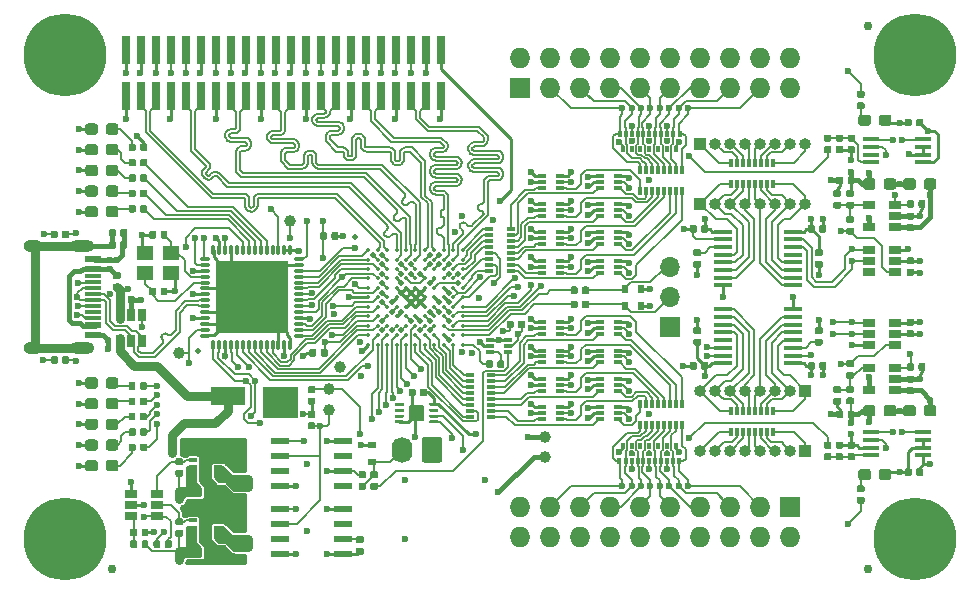
<source format=gtl>
G04 #@! TF.GenerationSoftware,KiCad,Pcbnew,5.1.5-52549c5~84~ubuntu19.10.1*
G04 #@! TF.CreationDate,2020-03-17T13:52:51+01:00*
G04 #@! TF.ProjectId,glasgow,676c6173-676f-4772-9e6b-696361645f70,rev?*
G04 #@! TF.SameCoordinates,Original*
G04 #@! TF.FileFunction,Copper,L1,Top*
G04 #@! TF.FilePolarity,Positive*
%FSLAX46Y46*%
G04 Gerber Fmt 4.6, Leading zero omitted, Abs format (unit mm)*
G04 Created by KiCad (PCBNEW 5.1.5-52549c5~84~ubuntu19.10.1) date 2020-03-17 13:52:51*
%MOMM*%
%LPD*%
G04 APERTURE LIST*
%ADD10R,1.450000X0.600000*%
%ADD11O,2.100000X1.000000*%
%ADD12O,1.600000X1.000000*%
%ADD13R,1.450000X0.300000*%
%ADD14C,0.100000*%
%ADD15O,1.740000X2.200000*%
%ADD16R,3.000000X1.600000*%
%ADD17R,1.060000X0.650000*%
%ADD18C,0.650000*%
%ADD19R,0.650000X0.350000*%
%ADD20R,1.000000X1.600000*%
%ADD21R,1.400000X1.200000*%
%ADD22R,0.700000X0.350000*%
%ADD23R,0.700000X0.600000*%
%ADD24R,0.300000X0.500000*%
%ADD25R,0.450000X0.500000*%
%ADD26O,1.727200X1.727200*%
%ADD27R,1.727200X1.727200*%
%ADD28O,1.000000X1.000000*%
%ADD29R,1.000000X1.000000*%
%ADD30O,1.700000X1.700000*%
%ADD31R,1.700000X1.700000*%
%ADD32C,0.350000*%
%ADD33C,0.500000*%
%ADD34C,0.750000*%
%ADD35R,0.800000X0.300000*%
%ADD36R,1.500000X0.450000*%
%ADD37R,0.300000X0.800000*%
%ADD38R,1.450000X0.450000*%
%ADD39R,0.740000X2.400000*%
%ADD40C,1.000000*%
%ADD41C,0.600000*%
%ADD42R,6.220000X6.220000*%
%ADD43O,0.280000X1.000000*%
%ADD44O,1.000000X0.280000*%
%ADD45R,0.650000X1.060000*%
%ADD46R,1.550000X0.600000*%
%ADD47R,0.600000X0.700000*%
%ADD48C,0.800000*%
%ADD49C,7.000000*%
%ADD50C,0.150000*%
%ADD51C,0.250000*%
%ADD52C,0.450000*%
%ADD53C,0.750000*%
%ADD54C,0.350000*%
%ADD55C,0.160000*%
%ADD56C,0.190000*%
%ADD57C,0.254000*%
G04 APERTURE END LIST*
D10*
X56400000Y-93075000D03*
X56400000Y-97875000D03*
X56400000Y-98675000D03*
X56400000Y-92275000D03*
D11*
X55485000Y-91155000D03*
X55485000Y-99795000D03*
D12*
X51305000Y-91155000D03*
X51305000Y-99795000D03*
D10*
X56400000Y-98675000D03*
X56400000Y-97875000D03*
D13*
X56400000Y-97225000D03*
X56400000Y-96725000D03*
X56400000Y-96225000D03*
X56400000Y-95725000D03*
X56400000Y-95225000D03*
X56400000Y-94725000D03*
X56400000Y-94225000D03*
X56400000Y-93725000D03*
D10*
X56400000Y-93075000D03*
X56400000Y-92275000D03*
G04 #@! TA.AperFunction,SMDPad,CuDef*
D14*
G36*
X53276958Y-100480710D02*
G01*
X53291276Y-100482834D01*
X53305317Y-100486351D01*
X53318946Y-100491228D01*
X53332031Y-100497417D01*
X53344447Y-100504858D01*
X53356073Y-100513481D01*
X53366798Y-100523202D01*
X53376519Y-100533927D01*
X53385142Y-100545553D01*
X53392583Y-100557969D01*
X53398772Y-100571054D01*
X53403649Y-100584683D01*
X53407166Y-100598724D01*
X53409290Y-100613042D01*
X53410000Y-100627500D01*
X53410000Y-100972500D01*
X53409290Y-100986958D01*
X53407166Y-101001276D01*
X53403649Y-101015317D01*
X53398772Y-101028946D01*
X53392583Y-101042031D01*
X53385142Y-101054447D01*
X53376519Y-101066073D01*
X53366798Y-101076798D01*
X53356073Y-101086519D01*
X53344447Y-101095142D01*
X53332031Y-101102583D01*
X53318946Y-101108772D01*
X53305317Y-101113649D01*
X53291276Y-101117166D01*
X53276958Y-101119290D01*
X53262500Y-101120000D01*
X52967500Y-101120000D01*
X52953042Y-101119290D01*
X52938724Y-101117166D01*
X52924683Y-101113649D01*
X52911054Y-101108772D01*
X52897969Y-101102583D01*
X52885553Y-101095142D01*
X52873927Y-101086519D01*
X52863202Y-101076798D01*
X52853481Y-101066073D01*
X52844858Y-101054447D01*
X52837417Y-101042031D01*
X52831228Y-101028946D01*
X52826351Y-101015317D01*
X52822834Y-101001276D01*
X52820710Y-100986958D01*
X52820000Y-100972500D01*
X52820000Y-100627500D01*
X52820710Y-100613042D01*
X52822834Y-100598724D01*
X52826351Y-100584683D01*
X52831228Y-100571054D01*
X52837417Y-100557969D01*
X52844858Y-100545553D01*
X52853481Y-100533927D01*
X52863202Y-100523202D01*
X52873927Y-100513481D01*
X52885553Y-100504858D01*
X52897969Y-100497417D01*
X52911054Y-100491228D01*
X52924683Y-100486351D01*
X52938724Y-100482834D01*
X52953042Y-100480710D01*
X52967500Y-100480000D01*
X53262500Y-100480000D01*
X53276958Y-100480710D01*
G37*
G04 #@! TD.AperFunction*
G04 #@! TA.AperFunction,SMDPad,CuDef*
G36*
X54246958Y-100480710D02*
G01*
X54261276Y-100482834D01*
X54275317Y-100486351D01*
X54288946Y-100491228D01*
X54302031Y-100497417D01*
X54314447Y-100504858D01*
X54326073Y-100513481D01*
X54336798Y-100523202D01*
X54346519Y-100533927D01*
X54355142Y-100545553D01*
X54362583Y-100557969D01*
X54368772Y-100571054D01*
X54373649Y-100584683D01*
X54377166Y-100598724D01*
X54379290Y-100613042D01*
X54380000Y-100627500D01*
X54380000Y-100972500D01*
X54379290Y-100986958D01*
X54377166Y-101001276D01*
X54373649Y-101015317D01*
X54368772Y-101028946D01*
X54362583Y-101042031D01*
X54355142Y-101054447D01*
X54346519Y-101066073D01*
X54336798Y-101076798D01*
X54326073Y-101086519D01*
X54314447Y-101095142D01*
X54302031Y-101102583D01*
X54288946Y-101108772D01*
X54275317Y-101113649D01*
X54261276Y-101117166D01*
X54246958Y-101119290D01*
X54232500Y-101120000D01*
X53937500Y-101120000D01*
X53923042Y-101119290D01*
X53908724Y-101117166D01*
X53894683Y-101113649D01*
X53881054Y-101108772D01*
X53867969Y-101102583D01*
X53855553Y-101095142D01*
X53843927Y-101086519D01*
X53833202Y-101076798D01*
X53823481Y-101066073D01*
X53814858Y-101054447D01*
X53807417Y-101042031D01*
X53801228Y-101028946D01*
X53796351Y-101015317D01*
X53792834Y-101001276D01*
X53790710Y-100986958D01*
X53790000Y-100972500D01*
X53790000Y-100627500D01*
X53790710Y-100613042D01*
X53792834Y-100598724D01*
X53796351Y-100584683D01*
X53801228Y-100571054D01*
X53807417Y-100557969D01*
X53814858Y-100545553D01*
X53823481Y-100533927D01*
X53833202Y-100523202D01*
X53843927Y-100513481D01*
X53855553Y-100504858D01*
X53867969Y-100497417D01*
X53881054Y-100491228D01*
X53894683Y-100486351D01*
X53908724Y-100482834D01*
X53923042Y-100480710D01*
X53937500Y-100480000D01*
X54232500Y-100480000D01*
X54246958Y-100480710D01*
G37*
G04 #@! TD.AperFunction*
G04 #@! TA.AperFunction,SMDPad,CuDef*
G36*
X53276958Y-89855710D02*
G01*
X53291276Y-89857834D01*
X53305317Y-89861351D01*
X53318946Y-89866228D01*
X53332031Y-89872417D01*
X53344447Y-89879858D01*
X53356073Y-89888481D01*
X53366798Y-89898202D01*
X53376519Y-89908927D01*
X53385142Y-89920553D01*
X53392583Y-89932969D01*
X53398772Y-89946054D01*
X53403649Y-89959683D01*
X53407166Y-89973724D01*
X53409290Y-89988042D01*
X53410000Y-90002500D01*
X53410000Y-90347500D01*
X53409290Y-90361958D01*
X53407166Y-90376276D01*
X53403649Y-90390317D01*
X53398772Y-90403946D01*
X53392583Y-90417031D01*
X53385142Y-90429447D01*
X53376519Y-90441073D01*
X53366798Y-90451798D01*
X53356073Y-90461519D01*
X53344447Y-90470142D01*
X53332031Y-90477583D01*
X53318946Y-90483772D01*
X53305317Y-90488649D01*
X53291276Y-90492166D01*
X53276958Y-90494290D01*
X53262500Y-90495000D01*
X52967500Y-90495000D01*
X52953042Y-90494290D01*
X52938724Y-90492166D01*
X52924683Y-90488649D01*
X52911054Y-90483772D01*
X52897969Y-90477583D01*
X52885553Y-90470142D01*
X52873927Y-90461519D01*
X52863202Y-90451798D01*
X52853481Y-90441073D01*
X52844858Y-90429447D01*
X52837417Y-90417031D01*
X52831228Y-90403946D01*
X52826351Y-90390317D01*
X52822834Y-90376276D01*
X52820710Y-90361958D01*
X52820000Y-90347500D01*
X52820000Y-90002500D01*
X52820710Y-89988042D01*
X52822834Y-89973724D01*
X52826351Y-89959683D01*
X52831228Y-89946054D01*
X52837417Y-89932969D01*
X52844858Y-89920553D01*
X52853481Y-89908927D01*
X52863202Y-89898202D01*
X52873927Y-89888481D01*
X52885553Y-89879858D01*
X52897969Y-89872417D01*
X52911054Y-89866228D01*
X52924683Y-89861351D01*
X52938724Y-89857834D01*
X52953042Y-89855710D01*
X52967500Y-89855000D01*
X53262500Y-89855000D01*
X53276958Y-89855710D01*
G37*
G04 #@! TD.AperFunction*
G04 #@! TA.AperFunction,SMDPad,CuDef*
G36*
X54246958Y-89855710D02*
G01*
X54261276Y-89857834D01*
X54275317Y-89861351D01*
X54288946Y-89866228D01*
X54302031Y-89872417D01*
X54314447Y-89879858D01*
X54326073Y-89888481D01*
X54336798Y-89898202D01*
X54346519Y-89908927D01*
X54355142Y-89920553D01*
X54362583Y-89932969D01*
X54368772Y-89946054D01*
X54373649Y-89959683D01*
X54377166Y-89973724D01*
X54379290Y-89988042D01*
X54380000Y-90002500D01*
X54380000Y-90347500D01*
X54379290Y-90361958D01*
X54377166Y-90376276D01*
X54373649Y-90390317D01*
X54368772Y-90403946D01*
X54362583Y-90417031D01*
X54355142Y-90429447D01*
X54346519Y-90441073D01*
X54336798Y-90451798D01*
X54326073Y-90461519D01*
X54314447Y-90470142D01*
X54302031Y-90477583D01*
X54288946Y-90483772D01*
X54275317Y-90488649D01*
X54261276Y-90492166D01*
X54246958Y-90494290D01*
X54232500Y-90495000D01*
X53937500Y-90495000D01*
X53923042Y-90494290D01*
X53908724Y-90492166D01*
X53894683Y-90488649D01*
X53881054Y-90483772D01*
X53867969Y-90477583D01*
X53855553Y-90470142D01*
X53843927Y-90461519D01*
X53833202Y-90451798D01*
X53823481Y-90441073D01*
X53814858Y-90429447D01*
X53807417Y-90417031D01*
X53801228Y-90403946D01*
X53796351Y-90390317D01*
X53792834Y-90376276D01*
X53790710Y-90361958D01*
X53790000Y-90347500D01*
X53790000Y-90002500D01*
X53790710Y-89988042D01*
X53792834Y-89973724D01*
X53796351Y-89959683D01*
X53801228Y-89946054D01*
X53807417Y-89932969D01*
X53814858Y-89920553D01*
X53823481Y-89908927D01*
X53833202Y-89898202D01*
X53843927Y-89888481D01*
X53855553Y-89879858D01*
X53867969Y-89872417D01*
X53881054Y-89866228D01*
X53894683Y-89861351D01*
X53908724Y-89857834D01*
X53923042Y-89855710D01*
X53937500Y-89855000D01*
X54232500Y-89855000D01*
X54246958Y-89855710D01*
G37*
G04 #@! TD.AperFunction*
G04 #@! TA.AperFunction,ComponentPad*
G36*
X85744505Y-107301204D02*
G01*
X85768773Y-107304804D01*
X85792572Y-107310765D01*
X85815671Y-107319030D01*
X85837850Y-107329520D01*
X85858893Y-107342132D01*
X85878599Y-107356747D01*
X85896777Y-107373223D01*
X85913253Y-107391401D01*
X85927868Y-107411107D01*
X85940480Y-107432150D01*
X85950970Y-107454329D01*
X85959235Y-107477428D01*
X85965196Y-107501227D01*
X85968796Y-107525495D01*
X85970000Y-107549999D01*
X85970000Y-109250001D01*
X85968796Y-109274505D01*
X85965196Y-109298773D01*
X85959235Y-109322572D01*
X85950970Y-109345671D01*
X85940480Y-109367850D01*
X85927868Y-109388893D01*
X85913253Y-109408599D01*
X85896777Y-109426777D01*
X85878599Y-109443253D01*
X85858893Y-109457868D01*
X85837850Y-109470480D01*
X85815671Y-109480970D01*
X85792572Y-109489235D01*
X85768773Y-109495196D01*
X85744505Y-109498796D01*
X85720001Y-109500000D01*
X84479999Y-109500000D01*
X84455495Y-109498796D01*
X84431227Y-109495196D01*
X84407428Y-109489235D01*
X84384329Y-109480970D01*
X84362150Y-109470480D01*
X84341107Y-109457868D01*
X84321401Y-109443253D01*
X84303223Y-109426777D01*
X84286747Y-109408599D01*
X84272132Y-109388893D01*
X84259520Y-109367850D01*
X84249030Y-109345671D01*
X84240765Y-109322572D01*
X84234804Y-109298773D01*
X84231204Y-109274505D01*
X84230000Y-109250001D01*
X84230000Y-107549999D01*
X84231204Y-107525495D01*
X84234804Y-107501227D01*
X84240765Y-107477428D01*
X84249030Y-107454329D01*
X84259520Y-107432150D01*
X84272132Y-107411107D01*
X84286747Y-107391401D01*
X84303223Y-107373223D01*
X84321401Y-107356747D01*
X84341107Y-107342132D01*
X84362150Y-107329520D01*
X84384329Y-107319030D01*
X84407428Y-107310765D01*
X84431227Y-107304804D01*
X84455495Y-107301204D01*
X84479999Y-107300000D01*
X85720001Y-107300000D01*
X85744505Y-107301204D01*
G37*
G04 #@! TD.AperFunction*
D15*
X82560000Y-108400000D03*
D16*
X67800000Y-103850000D03*
X72200000Y-103850000D03*
D17*
X122100000Y-89550000D03*
X122100000Y-87650000D03*
X124300000Y-87650000D03*
X124300000Y-88600000D03*
X124300000Y-89550000D03*
D18*
X65900000Y-109500000D03*
X65900000Y-110300000D03*
D19*
X66950000Y-110550000D03*
X66950000Y-109900000D03*
X66950000Y-109250000D03*
X64850000Y-109250000D03*
X64850000Y-109900000D03*
X64850000Y-110550000D03*
D20*
X65900000Y-109900000D03*
D18*
X65900000Y-114600000D03*
X65900000Y-115400000D03*
D19*
X66950000Y-115650000D03*
X66950000Y-115000000D03*
X66950000Y-114350000D03*
X64850000Y-114350000D03*
X64850000Y-115000000D03*
X64850000Y-115650000D03*
D20*
X65900000Y-115000000D03*
G04 #@! TA.AperFunction,SMDPad,CuDef*
D14*
G36*
X65335779Y-111426144D02*
G01*
X65358834Y-111429563D01*
X65381443Y-111435227D01*
X65403387Y-111443079D01*
X65424457Y-111453044D01*
X65444448Y-111465026D01*
X65463168Y-111478910D01*
X65480438Y-111494562D01*
X65496090Y-111511832D01*
X65509974Y-111530552D01*
X65521956Y-111550543D01*
X65531921Y-111571613D01*
X65539773Y-111593557D01*
X65545437Y-111616166D01*
X65548856Y-111639221D01*
X65550000Y-111662500D01*
X65550000Y-112137500D01*
X65548856Y-112160779D01*
X65545437Y-112183834D01*
X65539773Y-112206443D01*
X65531921Y-112228387D01*
X65521956Y-112249457D01*
X65509974Y-112269448D01*
X65496090Y-112288168D01*
X65480438Y-112305438D01*
X65463168Y-112321090D01*
X65444448Y-112334974D01*
X65424457Y-112346956D01*
X65403387Y-112356921D01*
X65381443Y-112364773D01*
X65358834Y-112370437D01*
X65335779Y-112373856D01*
X65312500Y-112375000D01*
X64737500Y-112375000D01*
X64714221Y-112373856D01*
X64691166Y-112370437D01*
X64668557Y-112364773D01*
X64646613Y-112356921D01*
X64625543Y-112346956D01*
X64605552Y-112334974D01*
X64586832Y-112321090D01*
X64569562Y-112305438D01*
X64553910Y-112288168D01*
X64540026Y-112269448D01*
X64528044Y-112249457D01*
X64518079Y-112228387D01*
X64510227Y-112206443D01*
X64504563Y-112183834D01*
X64501144Y-112160779D01*
X64500000Y-112137500D01*
X64500000Y-111662500D01*
X64501144Y-111639221D01*
X64504563Y-111616166D01*
X64510227Y-111593557D01*
X64518079Y-111571613D01*
X64528044Y-111550543D01*
X64540026Y-111530552D01*
X64553910Y-111511832D01*
X64569562Y-111494562D01*
X64586832Y-111478910D01*
X64605552Y-111465026D01*
X64625543Y-111453044D01*
X64646613Y-111443079D01*
X64668557Y-111435227D01*
X64691166Y-111429563D01*
X64714221Y-111426144D01*
X64737500Y-111425000D01*
X65312500Y-111425000D01*
X65335779Y-111426144D01*
G37*
G04 #@! TD.AperFunction*
G04 #@! TA.AperFunction,SMDPad,CuDef*
G36*
X67085779Y-111426144D02*
G01*
X67108834Y-111429563D01*
X67131443Y-111435227D01*
X67153387Y-111443079D01*
X67174457Y-111453044D01*
X67194448Y-111465026D01*
X67213168Y-111478910D01*
X67230438Y-111494562D01*
X67246090Y-111511832D01*
X67259974Y-111530552D01*
X67271956Y-111550543D01*
X67281921Y-111571613D01*
X67289773Y-111593557D01*
X67295437Y-111616166D01*
X67298856Y-111639221D01*
X67300000Y-111662500D01*
X67300000Y-112137500D01*
X67298856Y-112160779D01*
X67295437Y-112183834D01*
X67289773Y-112206443D01*
X67281921Y-112228387D01*
X67271956Y-112249457D01*
X67259974Y-112269448D01*
X67246090Y-112288168D01*
X67230438Y-112305438D01*
X67213168Y-112321090D01*
X67194448Y-112334974D01*
X67174457Y-112346956D01*
X67153387Y-112356921D01*
X67131443Y-112364773D01*
X67108834Y-112370437D01*
X67085779Y-112373856D01*
X67062500Y-112375000D01*
X66487500Y-112375000D01*
X66464221Y-112373856D01*
X66441166Y-112370437D01*
X66418557Y-112364773D01*
X66396613Y-112356921D01*
X66375543Y-112346956D01*
X66355552Y-112334974D01*
X66336832Y-112321090D01*
X66319562Y-112305438D01*
X66303910Y-112288168D01*
X66290026Y-112269448D01*
X66278044Y-112249457D01*
X66268079Y-112228387D01*
X66260227Y-112206443D01*
X66254563Y-112183834D01*
X66251144Y-112160779D01*
X66250000Y-112137500D01*
X66250000Y-111662500D01*
X66251144Y-111639221D01*
X66254563Y-111616166D01*
X66260227Y-111593557D01*
X66268079Y-111571613D01*
X66278044Y-111550543D01*
X66290026Y-111530552D01*
X66303910Y-111511832D01*
X66319562Y-111494562D01*
X66336832Y-111478910D01*
X66355552Y-111465026D01*
X66375543Y-111453044D01*
X66396613Y-111443079D01*
X66418557Y-111435227D01*
X66441166Y-111429563D01*
X66464221Y-111426144D01*
X66487500Y-111425000D01*
X67062500Y-111425000D01*
X67085779Y-111426144D01*
G37*
G04 #@! TD.AperFunction*
D21*
X60825000Y-91750000D03*
X63025000Y-91750000D03*
X63025000Y-93450000D03*
X60825000Y-93450000D03*
G04 #@! TA.AperFunction,SMDPad,CuDef*
D14*
G36*
X58335779Y-109276144D02*
G01*
X58358834Y-109279563D01*
X58381443Y-109285227D01*
X58403387Y-109293079D01*
X58424457Y-109303044D01*
X58444448Y-109315026D01*
X58463168Y-109328910D01*
X58480438Y-109344562D01*
X58496090Y-109361832D01*
X58509974Y-109380552D01*
X58521956Y-109400543D01*
X58531921Y-109421613D01*
X58539773Y-109443557D01*
X58545437Y-109466166D01*
X58548856Y-109489221D01*
X58550000Y-109512500D01*
X58550000Y-109987500D01*
X58548856Y-110010779D01*
X58545437Y-110033834D01*
X58539773Y-110056443D01*
X58531921Y-110078387D01*
X58521956Y-110099457D01*
X58509974Y-110119448D01*
X58496090Y-110138168D01*
X58480438Y-110155438D01*
X58463168Y-110171090D01*
X58444448Y-110184974D01*
X58424457Y-110196956D01*
X58403387Y-110206921D01*
X58381443Y-110214773D01*
X58358834Y-110220437D01*
X58335779Y-110223856D01*
X58312500Y-110225000D01*
X57737500Y-110225000D01*
X57714221Y-110223856D01*
X57691166Y-110220437D01*
X57668557Y-110214773D01*
X57646613Y-110206921D01*
X57625543Y-110196956D01*
X57605552Y-110184974D01*
X57586832Y-110171090D01*
X57569562Y-110155438D01*
X57553910Y-110138168D01*
X57540026Y-110119448D01*
X57528044Y-110099457D01*
X57518079Y-110078387D01*
X57510227Y-110056443D01*
X57504563Y-110033834D01*
X57501144Y-110010779D01*
X57500000Y-109987500D01*
X57500000Y-109512500D01*
X57501144Y-109489221D01*
X57504563Y-109466166D01*
X57510227Y-109443557D01*
X57518079Y-109421613D01*
X57528044Y-109400543D01*
X57540026Y-109380552D01*
X57553910Y-109361832D01*
X57569562Y-109344562D01*
X57586832Y-109328910D01*
X57605552Y-109315026D01*
X57625543Y-109303044D01*
X57646613Y-109293079D01*
X57668557Y-109285227D01*
X57691166Y-109279563D01*
X57714221Y-109276144D01*
X57737500Y-109275000D01*
X58312500Y-109275000D01*
X58335779Y-109276144D01*
G37*
G04 #@! TD.AperFunction*
G04 #@! TA.AperFunction,SMDPad,CuDef*
G36*
X56585779Y-109276144D02*
G01*
X56608834Y-109279563D01*
X56631443Y-109285227D01*
X56653387Y-109293079D01*
X56674457Y-109303044D01*
X56694448Y-109315026D01*
X56713168Y-109328910D01*
X56730438Y-109344562D01*
X56746090Y-109361832D01*
X56759974Y-109380552D01*
X56771956Y-109400543D01*
X56781921Y-109421613D01*
X56789773Y-109443557D01*
X56795437Y-109466166D01*
X56798856Y-109489221D01*
X56800000Y-109512500D01*
X56800000Y-109987500D01*
X56798856Y-110010779D01*
X56795437Y-110033834D01*
X56789773Y-110056443D01*
X56781921Y-110078387D01*
X56771956Y-110099457D01*
X56759974Y-110119448D01*
X56746090Y-110138168D01*
X56730438Y-110155438D01*
X56713168Y-110171090D01*
X56694448Y-110184974D01*
X56674457Y-110196956D01*
X56653387Y-110206921D01*
X56631443Y-110214773D01*
X56608834Y-110220437D01*
X56585779Y-110223856D01*
X56562500Y-110225000D01*
X55987500Y-110225000D01*
X55964221Y-110223856D01*
X55941166Y-110220437D01*
X55918557Y-110214773D01*
X55896613Y-110206921D01*
X55875543Y-110196956D01*
X55855552Y-110184974D01*
X55836832Y-110171090D01*
X55819562Y-110155438D01*
X55803910Y-110138168D01*
X55790026Y-110119448D01*
X55778044Y-110099457D01*
X55768079Y-110078387D01*
X55760227Y-110056443D01*
X55754563Y-110033834D01*
X55751144Y-110010779D01*
X55750000Y-109987500D01*
X55750000Y-109512500D01*
X55751144Y-109489221D01*
X55754563Y-109466166D01*
X55760227Y-109443557D01*
X55768079Y-109421613D01*
X55778044Y-109400543D01*
X55790026Y-109380552D01*
X55803910Y-109361832D01*
X55819562Y-109344562D01*
X55836832Y-109328910D01*
X55855552Y-109315026D01*
X55875543Y-109303044D01*
X55896613Y-109293079D01*
X55918557Y-109285227D01*
X55941166Y-109279563D01*
X55964221Y-109276144D01*
X55987500Y-109275000D01*
X56562500Y-109275000D01*
X56585779Y-109276144D01*
G37*
G04 #@! TD.AperFunction*
G04 #@! TA.AperFunction,SMDPad,CuDef*
G36*
X58335779Y-107526144D02*
G01*
X58358834Y-107529563D01*
X58381443Y-107535227D01*
X58403387Y-107543079D01*
X58424457Y-107553044D01*
X58444448Y-107565026D01*
X58463168Y-107578910D01*
X58480438Y-107594562D01*
X58496090Y-107611832D01*
X58509974Y-107630552D01*
X58521956Y-107650543D01*
X58531921Y-107671613D01*
X58539773Y-107693557D01*
X58545437Y-107716166D01*
X58548856Y-107739221D01*
X58550000Y-107762500D01*
X58550000Y-108237500D01*
X58548856Y-108260779D01*
X58545437Y-108283834D01*
X58539773Y-108306443D01*
X58531921Y-108328387D01*
X58521956Y-108349457D01*
X58509974Y-108369448D01*
X58496090Y-108388168D01*
X58480438Y-108405438D01*
X58463168Y-108421090D01*
X58444448Y-108434974D01*
X58424457Y-108446956D01*
X58403387Y-108456921D01*
X58381443Y-108464773D01*
X58358834Y-108470437D01*
X58335779Y-108473856D01*
X58312500Y-108475000D01*
X57737500Y-108475000D01*
X57714221Y-108473856D01*
X57691166Y-108470437D01*
X57668557Y-108464773D01*
X57646613Y-108456921D01*
X57625543Y-108446956D01*
X57605552Y-108434974D01*
X57586832Y-108421090D01*
X57569562Y-108405438D01*
X57553910Y-108388168D01*
X57540026Y-108369448D01*
X57528044Y-108349457D01*
X57518079Y-108328387D01*
X57510227Y-108306443D01*
X57504563Y-108283834D01*
X57501144Y-108260779D01*
X57500000Y-108237500D01*
X57500000Y-107762500D01*
X57501144Y-107739221D01*
X57504563Y-107716166D01*
X57510227Y-107693557D01*
X57518079Y-107671613D01*
X57528044Y-107650543D01*
X57540026Y-107630552D01*
X57553910Y-107611832D01*
X57569562Y-107594562D01*
X57586832Y-107578910D01*
X57605552Y-107565026D01*
X57625543Y-107553044D01*
X57646613Y-107543079D01*
X57668557Y-107535227D01*
X57691166Y-107529563D01*
X57714221Y-107526144D01*
X57737500Y-107525000D01*
X58312500Y-107525000D01*
X58335779Y-107526144D01*
G37*
G04 #@! TD.AperFunction*
G04 #@! TA.AperFunction,SMDPad,CuDef*
G36*
X56585779Y-107526144D02*
G01*
X56608834Y-107529563D01*
X56631443Y-107535227D01*
X56653387Y-107543079D01*
X56674457Y-107553044D01*
X56694448Y-107565026D01*
X56713168Y-107578910D01*
X56730438Y-107594562D01*
X56746090Y-107611832D01*
X56759974Y-107630552D01*
X56771956Y-107650543D01*
X56781921Y-107671613D01*
X56789773Y-107693557D01*
X56795437Y-107716166D01*
X56798856Y-107739221D01*
X56800000Y-107762500D01*
X56800000Y-108237500D01*
X56798856Y-108260779D01*
X56795437Y-108283834D01*
X56789773Y-108306443D01*
X56781921Y-108328387D01*
X56771956Y-108349457D01*
X56759974Y-108369448D01*
X56746090Y-108388168D01*
X56730438Y-108405438D01*
X56713168Y-108421090D01*
X56694448Y-108434974D01*
X56674457Y-108446956D01*
X56653387Y-108456921D01*
X56631443Y-108464773D01*
X56608834Y-108470437D01*
X56585779Y-108473856D01*
X56562500Y-108475000D01*
X55987500Y-108475000D01*
X55964221Y-108473856D01*
X55941166Y-108470437D01*
X55918557Y-108464773D01*
X55896613Y-108456921D01*
X55875543Y-108446956D01*
X55855552Y-108434974D01*
X55836832Y-108421090D01*
X55819562Y-108405438D01*
X55803910Y-108388168D01*
X55790026Y-108369448D01*
X55778044Y-108349457D01*
X55768079Y-108328387D01*
X55760227Y-108306443D01*
X55754563Y-108283834D01*
X55751144Y-108260779D01*
X55750000Y-108237500D01*
X55750000Y-107762500D01*
X55751144Y-107739221D01*
X55754563Y-107716166D01*
X55760227Y-107693557D01*
X55768079Y-107671613D01*
X55778044Y-107650543D01*
X55790026Y-107630552D01*
X55803910Y-107611832D01*
X55819562Y-107594562D01*
X55836832Y-107578910D01*
X55855552Y-107565026D01*
X55875543Y-107553044D01*
X55896613Y-107543079D01*
X55918557Y-107535227D01*
X55941166Y-107529563D01*
X55964221Y-107526144D01*
X55987500Y-107525000D01*
X56562500Y-107525000D01*
X56585779Y-107526144D01*
G37*
G04 #@! TD.AperFunction*
G04 #@! TA.AperFunction,SMDPad,CuDef*
G36*
X58335779Y-105776144D02*
G01*
X58358834Y-105779563D01*
X58381443Y-105785227D01*
X58403387Y-105793079D01*
X58424457Y-105803044D01*
X58444448Y-105815026D01*
X58463168Y-105828910D01*
X58480438Y-105844562D01*
X58496090Y-105861832D01*
X58509974Y-105880552D01*
X58521956Y-105900543D01*
X58531921Y-105921613D01*
X58539773Y-105943557D01*
X58545437Y-105966166D01*
X58548856Y-105989221D01*
X58550000Y-106012500D01*
X58550000Y-106487500D01*
X58548856Y-106510779D01*
X58545437Y-106533834D01*
X58539773Y-106556443D01*
X58531921Y-106578387D01*
X58521956Y-106599457D01*
X58509974Y-106619448D01*
X58496090Y-106638168D01*
X58480438Y-106655438D01*
X58463168Y-106671090D01*
X58444448Y-106684974D01*
X58424457Y-106696956D01*
X58403387Y-106706921D01*
X58381443Y-106714773D01*
X58358834Y-106720437D01*
X58335779Y-106723856D01*
X58312500Y-106725000D01*
X57737500Y-106725000D01*
X57714221Y-106723856D01*
X57691166Y-106720437D01*
X57668557Y-106714773D01*
X57646613Y-106706921D01*
X57625543Y-106696956D01*
X57605552Y-106684974D01*
X57586832Y-106671090D01*
X57569562Y-106655438D01*
X57553910Y-106638168D01*
X57540026Y-106619448D01*
X57528044Y-106599457D01*
X57518079Y-106578387D01*
X57510227Y-106556443D01*
X57504563Y-106533834D01*
X57501144Y-106510779D01*
X57500000Y-106487500D01*
X57500000Y-106012500D01*
X57501144Y-105989221D01*
X57504563Y-105966166D01*
X57510227Y-105943557D01*
X57518079Y-105921613D01*
X57528044Y-105900543D01*
X57540026Y-105880552D01*
X57553910Y-105861832D01*
X57569562Y-105844562D01*
X57586832Y-105828910D01*
X57605552Y-105815026D01*
X57625543Y-105803044D01*
X57646613Y-105793079D01*
X57668557Y-105785227D01*
X57691166Y-105779563D01*
X57714221Y-105776144D01*
X57737500Y-105775000D01*
X58312500Y-105775000D01*
X58335779Y-105776144D01*
G37*
G04 #@! TD.AperFunction*
G04 #@! TA.AperFunction,SMDPad,CuDef*
G36*
X56585779Y-105776144D02*
G01*
X56608834Y-105779563D01*
X56631443Y-105785227D01*
X56653387Y-105793079D01*
X56674457Y-105803044D01*
X56694448Y-105815026D01*
X56713168Y-105828910D01*
X56730438Y-105844562D01*
X56746090Y-105861832D01*
X56759974Y-105880552D01*
X56771956Y-105900543D01*
X56781921Y-105921613D01*
X56789773Y-105943557D01*
X56795437Y-105966166D01*
X56798856Y-105989221D01*
X56800000Y-106012500D01*
X56800000Y-106487500D01*
X56798856Y-106510779D01*
X56795437Y-106533834D01*
X56789773Y-106556443D01*
X56781921Y-106578387D01*
X56771956Y-106599457D01*
X56759974Y-106619448D01*
X56746090Y-106638168D01*
X56730438Y-106655438D01*
X56713168Y-106671090D01*
X56694448Y-106684974D01*
X56674457Y-106696956D01*
X56653387Y-106706921D01*
X56631443Y-106714773D01*
X56608834Y-106720437D01*
X56585779Y-106723856D01*
X56562500Y-106725000D01*
X55987500Y-106725000D01*
X55964221Y-106723856D01*
X55941166Y-106720437D01*
X55918557Y-106714773D01*
X55896613Y-106706921D01*
X55875543Y-106696956D01*
X55855552Y-106684974D01*
X55836832Y-106671090D01*
X55819562Y-106655438D01*
X55803910Y-106638168D01*
X55790026Y-106619448D01*
X55778044Y-106599457D01*
X55768079Y-106578387D01*
X55760227Y-106556443D01*
X55754563Y-106533834D01*
X55751144Y-106510779D01*
X55750000Y-106487500D01*
X55750000Y-106012500D01*
X55751144Y-105989221D01*
X55754563Y-105966166D01*
X55760227Y-105943557D01*
X55768079Y-105921613D01*
X55778044Y-105900543D01*
X55790026Y-105880552D01*
X55803910Y-105861832D01*
X55819562Y-105844562D01*
X55836832Y-105828910D01*
X55855552Y-105815026D01*
X55875543Y-105803044D01*
X55896613Y-105793079D01*
X55918557Y-105785227D01*
X55941166Y-105779563D01*
X55964221Y-105776144D01*
X55987500Y-105775000D01*
X56562500Y-105775000D01*
X56585779Y-105776144D01*
G37*
G04 #@! TD.AperFunction*
G04 #@! TA.AperFunction,SMDPad,CuDef*
G36*
X58335779Y-104026144D02*
G01*
X58358834Y-104029563D01*
X58381443Y-104035227D01*
X58403387Y-104043079D01*
X58424457Y-104053044D01*
X58444448Y-104065026D01*
X58463168Y-104078910D01*
X58480438Y-104094562D01*
X58496090Y-104111832D01*
X58509974Y-104130552D01*
X58521956Y-104150543D01*
X58531921Y-104171613D01*
X58539773Y-104193557D01*
X58545437Y-104216166D01*
X58548856Y-104239221D01*
X58550000Y-104262500D01*
X58550000Y-104737500D01*
X58548856Y-104760779D01*
X58545437Y-104783834D01*
X58539773Y-104806443D01*
X58531921Y-104828387D01*
X58521956Y-104849457D01*
X58509974Y-104869448D01*
X58496090Y-104888168D01*
X58480438Y-104905438D01*
X58463168Y-104921090D01*
X58444448Y-104934974D01*
X58424457Y-104946956D01*
X58403387Y-104956921D01*
X58381443Y-104964773D01*
X58358834Y-104970437D01*
X58335779Y-104973856D01*
X58312500Y-104975000D01*
X57737500Y-104975000D01*
X57714221Y-104973856D01*
X57691166Y-104970437D01*
X57668557Y-104964773D01*
X57646613Y-104956921D01*
X57625543Y-104946956D01*
X57605552Y-104934974D01*
X57586832Y-104921090D01*
X57569562Y-104905438D01*
X57553910Y-104888168D01*
X57540026Y-104869448D01*
X57528044Y-104849457D01*
X57518079Y-104828387D01*
X57510227Y-104806443D01*
X57504563Y-104783834D01*
X57501144Y-104760779D01*
X57500000Y-104737500D01*
X57500000Y-104262500D01*
X57501144Y-104239221D01*
X57504563Y-104216166D01*
X57510227Y-104193557D01*
X57518079Y-104171613D01*
X57528044Y-104150543D01*
X57540026Y-104130552D01*
X57553910Y-104111832D01*
X57569562Y-104094562D01*
X57586832Y-104078910D01*
X57605552Y-104065026D01*
X57625543Y-104053044D01*
X57646613Y-104043079D01*
X57668557Y-104035227D01*
X57691166Y-104029563D01*
X57714221Y-104026144D01*
X57737500Y-104025000D01*
X58312500Y-104025000D01*
X58335779Y-104026144D01*
G37*
G04 #@! TD.AperFunction*
G04 #@! TA.AperFunction,SMDPad,CuDef*
G36*
X56585779Y-104026144D02*
G01*
X56608834Y-104029563D01*
X56631443Y-104035227D01*
X56653387Y-104043079D01*
X56674457Y-104053044D01*
X56694448Y-104065026D01*
X56713168Y-104078910D01*
X56730438Y-104094562D01*
X56746090Y-104111832D01*
X56759974Y-104130552D01*
X56771956Y-104150543D01*
X56781921Y-104171613D01*
X56789773Y-104193557D01*
X56795437Y-104216166D01*
X56798856Y-104239221D01*
X56800000Y-104262500D01*
X56800000Y-104737500D01*
X56798856Y-104760779D01*
X56795437Y-104783834D01*
X56789773Y-104806443D01*
X56781921Y-104828387D01*
X56771956Y-104849457D01*
X56759974Y-104869448D01*
X56746090Y-104888168D01*
X56730438Y-104905438D01*
X56713168Y-104921090D01*
X56694448Y-104934974D01*
X56674457Y-104946956D01*
X56653387Y-104956921D01*
X56631443Y-104964773D01*
X56608834Y-104970437D01*
X56585779Y-104973856D01*
X56562500Y-104975000D01*
X55987500Y-104975000D01*
X55964221Y-104973856D01*
X55941166Y-104970437D01*
X55918557Y-104964773D01*
X55896613Y-104956921D01*
X55875543Y-104946956D01*
X55855552Y-104934974D01*
X55836832Y-104921090D01*
X55819562Y-104905438D01*
X55803910Y-104888168D01*
X55790026Y-104869448D01*
X55778044Y-104849457D01*
X55768079Y-104828387D01*
X55760227Y-104806443D01*
X55754563Y-104783834D01*
X55751144Y-104760779D01*
X55750000Y-104737500D01*
X55750000Y-104262500D01*
X55751144Y-104239221D01*
X55754563Y-104216166D01*
X55760227Y-104193557D01*
X55768079Y-104171613D01*
X55778044Y-104150543D01*
X55790026Y-104130552D01*
X55803910Y-104111832D01*
X55819562Y-104094562D01*
X55836832Y-104078910D01*
X55855552Y-104065026D01*
X55875543Y-104053044D01*
X55896613Y-104043079D01*
X55918557Y-104035227D01*
X55941166Y-104029563D01*
X55964221Y-104026144D01*
X55987500Y-104025000D01*
X56562500Y-104025000D01*
X56585779Y-104026144D01*
G37*
G04 #@! TD.AperFunction*
G04 #@! TA.AperFunction,SMDPad,CuDef*
G36*
X58335779Y-102276144D02*
G01*
X58358834Y-102279563D01*
X58381443Y-102285227D01*
X58403387Y-102293079D01*
X58424457Y-102303044D01*
X58444448Y-102315026D01*
X58463168Y-102328910D01*
X58480438Y-102344562D01*
X58496090Y-102361832D01*
X58509974Y-102380552D01*
X58521956Y-102400543D01*
X58531921Y-102421613D01*
X58539773Y-102443557D01*
X58545437Y-102466166D01*
X58548856Y-102489221D01*
X58550000Y-102512500D01*
X58550000Y-102987500D01*
X58548856Y-103010779D01*
X58545437Y-103033834D01*
X58539773Y-103056443D01*
X58531921Y-103078387D01*
X58521956Y-103099457D01*
X58509974Y-103119448D01*
X58496090Y-103138168D01*
X58480438Y-103155438D01*
X58463168Y-103171090D01*
X58444448Y-103184974D01*
X58424457Y-103196956D01*
X58403387Y-103206921D01*
X58381443Y-103214773D01*
X58358834Y-103220437D01*
X58335779Y-103223856D01*
X58312500Y-103225000D01*
X57737500Y-103225000D01*
X57714221Y-103223856D01*
X57691166Y-103220437D01*
X57668557Y-103214773D01*
X57646613Y-103206921D01*
X57625543Y-103196956D01*
X57605552Y-103184974D01*
X57586832Y-103171090D01*
X57569562Y-103155438D01*
X57553910Y-103138168D01*
X57540026Y-103119448D01*
X57528044Y-103099457D01*
X57518079Y-103078387D01*
X57510227Y-103056443D01*
X57504563Y-103033834D01*
X57501144Y-103010779D01*
X57500000Y-102987500D01*
X57500000Y-102512500D01*
X57501144Y-102489221D01*
X57504563Y-102466166D01*
X57510227Y-102443557D01*
X57518079Y-102421613D01*
X57528044Y-102400543D01*
X57540026Y-102380552D01*
X57553910Y-102361832D01*
X57569562Y-102344562D01*
X57586832Y-102328910D01*
X57605552Y-102315026D01*
X57625543Y-102303044D01*
X57646613Y-102293079D01*
X57668557Y-102285227D01*
X57691166Y-102279563D01*
X57714221Y-102276144D01*
X57737500Y-102275000D01*
X58312500Y-102275000D01*
X58335779Y-102276144D01*
G37*
G04 #@! TD.AperFunction*
G04 #@! TA.AperFunction,SMDPad,CuDef*
G36*
X56585779Y-102276144D02*
G01*
X56608834Y-102279563D01*
X56631443Y-102285227D01*
X56653387Y-102293079D01*
X56674457Y-102303044D01*
X56694448Y-102315026D01*
X56713168Y-102328910D01*
X56730438Y-102344562D01*
X56746090Y-102361832D01*
X56759974Y-102380552D01*
X56771956Y-102400543D01*
X56781921Y-102421613D01*
X56789773Y-102443557D01*
X56795437Y-102466166D01*
X56798856Y-102489221D01*
X56800000Y-102512500D01*
X56800000Y-102987500D01*
X56798856Y-103010779D01*
X56795437Y-103033834D01*
X56789773Y-103056443D01*
X56781921Y-103078387D01*
X56771956Y-103099457D01*
X56759974Y-103119448D01*
X56746090Y-103138168D01*
X56730438Y-103155438D01*
X56713168Y-103171090D01*
X56694448Y-103184974D01*
X56674457Y-103196956D01*
X56653387Y-103206921D01*
X56631443Y-103214773D01*
X56608834Y-103220437D01*
X56585779Y-103223856D01*
X56562500Y-103225000D01*
X55987500Y-103225000D01*
X55964221Y-103223856D01*
X55941166Y-103220437D01*
X55918557Y-103214773D01*
X55896613Y-103206921D01*
X55875543Y-103196956D01*
X55855552Y-103184974D01*
X55836832Y-103171090D01*
X55819562Y-103155438D01*
X55803910Y-103138168D01*
X55790026Y-103119448D01*
X55778044Y-103099457D01*
X55768079Y-103078387D01*
X55760227Y-103056443D01*
X55754563Y-103033834D01*
X55751144Y-103010779D01*
X55750000Y-102987500D01*
X55750000Y-102512500D01*
X55751144Y-102489221D01*
X55754563Y-102466166D01*
X55760227Y-102443557D01*
X55768079Y-102421613D01*
X55778044Y-102400543D01*
X55790026Y-102380552D01*
X55803910Y-102361832D01*
X55819562Y-102344562D01*
X55836832Y-102328910D01*
X55855552Y-102315026D01*
X55875543Y-102303044D01*
X55896613Y-102293079D01*
X55918557Y-102285227D01*
X55941166Y-102279563D01*
X55964221Y-102276144D01*
X55987500Y-102275000D01*
X56562500Y-102275000D01*
X56585779Y-102276144D01*
G37*
G04 #@! TD.AperFunction*
G04 #@! TA.AperFunction,SMDPad,CuDef*
G36*
X58335779Y-87776144D02*
G01*
X58358834Y-87779563D01*
X58381443Y-87785227D01*
X58403387Y-87793079D01*
X58424457Y-87803044D01*
X58444448Y-87815026D01*
X58463168Y-87828910D01*
X58480438Y-87844562D01*
X58496090Y-87861832D01*
X58509974Y-87880552D01*
X58521956Y-87900543D01*
X58531921Y-87921613D01*
X58539773Y-87943557D01*
X58545437Y-87966166D01*
X58548856Y-87989221D01*
X58550000Y-88012500D01*
X58550000Y-88487500D01*
X58548856Y-88510779D01*
X58545437Y-88533834D01*
X58539773Y-88556443D01*
X58531921Y-88578387D01*
X58521956Y-88599457D01*
X58509974Y-88619448D01*
X58496090Y-88638168D01*
X58480438Y-88655438D01*
X58463168Y-88671090D01*
X58444448Y-88684974D01*
X58424457Y-88696956D01*
X58403387Y-88706921D01*
X58381443Y-88714773D01*
X58358834Y-88720437D01*
X58335779Y-88723856D01*
X58312500Y-88725000D01*
X57737500Y-88725000D01*
X57714221Y-88723856D01*
X57691166Y-88720437D01*
X57668557Y-88714773D01*
X57646613Y-88706921D01*
X57625543Y-88696956D01*
X57605552Y-88684974D01*
X57586832Y-88671090D01*
X57569562Y-88655438D01*
X57553910Y-88638168D01*
X57540026Y-88619448D01*
X57528044Y-88599457D01*
X57518079Y-88578387D01*
X57510227Y-88556443D01*
X57504563Y-88533834D01*
X57501144Y-88510779D01*
X57500000Y-88487500D01*
X57500000Y-88012500D01*
X57501144Y-87989221D01*
X57504563Y-87966166D01*
X57510227Y-87943557D01*
X57518079Y-87921613D01*
X57528044Y-87900543D01*
X57540026Y-87880552D01*
X57553910Y-87861832D01*
X57569562Y-87844562D01*
X57586832Y-87828910D01*
X57605552Y-87815026D01*
X57625543Y-87803044D01*
X57646613Y-87793079D01*
X57668557Y-87785227D01*
X57691166Y-87779563D01*
X57714221Y-87776144D01*
X57737500Y-87775000D01*
X58312500Y-87775000D01*
X58335779Y-87776144D01*
G37*
G04 #@! TD.AperFunction*
G04 #@! TA.AperFunction,SMDPad,CuDef*
G36*
X56585779Y-87776144D02*
G01*
X56608834Y-87779563D01*
X56631443Y-87785227D01*
X56653387Y-87793079D01*
X56674457Y-87803044D01*
X56694448Y-87815026D01*
X56713168Y-87828910D01*
X56730438Y-87844562D01*
X56746090Y-87861832D01*
X56759974Y-87880552D01*
X56771956Y-87900543D01*
X56781921Y-87921613D01*
X56789773Y-87943557D01*
X56795437Y-87966166D01*
X56798856Y-87989221D01*
X56800000Y-88012500D01*
X56800000Y-88487500D01*
X56798856Y-88510779D01*
X56795437Y-88533834D01*
X56789773Y-88556443D01*
X56781921Y-88578387D01*
X56771956Y-88599457D01*
X56759974Y-88619448D01*
X56746090Y-88638168D01*
X56730438Y-88655438D01*
X56713168Y-88671090D01*
X56694448Y-88684974D01*
X56674457Y-88696956D01*
X56653387Y-88706921D01*
X56631443Y-88714773D01*
X56608834Y-88720437D01*
X56585779Y-88723856D01*
X56562500Y-88725000D01*
X55987500Y-88725000D01*
X55964221Y-88723856D01*
X55941166Y-88720437D01*
X55918557Y-88714773D01*
X55896613Y-88706921D01*
X55875543Y-88696956D01*
X55855552Y-88684974D01*
X55836832Y-88671090D01*
X55819562Y-88655438D01*
X55803910Y-88638168D01*
X55790026Y-88619448D01*
X55778044Y-88599457D01*
X55768079Y-88578387D01*
X55760227Y-88556443D01*
X55754563Y-88533834D01*
X55751144Y-88510779D01*
X55750000Y-88487500D01*
X55750000Y-88012500D01*
X55751144Y-87989221D01*
X55754563Y-87966166D01*
X55760227Y-87943557D01*
X55768079Y-87921613D01*
X55778044Y-87900543D01*
X55790026Y-87880552D01*
X55803910Y-87861832D01*
X55819562Y-87844562D01*
X55836832Y-87828910D01*
X55855552Y-87815026D01*
X55875543Y-87803044D01*
X55896613Y-87793079D01*
X55918557Y-87785227D01*
X55941166Y-87779563D01*
X55964221Y-87776144D01*
X55987500Y-87775000D01*
X56562500Y-87775000D01*
X56585779Y-87776144D01*
G37*
G04 #@! TD.AperFunction*
G04 #@! TA.AperFunction,SMDPad,CuDef*
G36*
X58335779Y-86026144D02*
G01*
X58358834Y-86029563D01*
X58381443Y-86035227D01*
X58403387Y-86043079D01*
X58424457Y-86053044D01*
X58444448Y-86065026D01*
X58463168Y-86078910D01*
X58480438Y-86094562D01*
X58496090Y-86111832D01*
X58509974Y-86130552D01*
X58521956Y-86150543D01*
X58531921Y-86171613D01*
X58539773Y-86193557D01*
X58545437Y-86216166D01*
X58548856Y-86239221D01*
X58550000Y-86262500D01*
X58550000Y-86737500D01*
X58548856Y-86760779D01*
X58545437Y-86783834D01*
X58539773Y-86806443D01*
X58531921Y-86828387D01*
X58521956Y-86849457D01*
X58509974Y-86869448D01*
X58496090Y-86888168D01*
X58480438Y-86905438D01*
X58463168Y-86921090D01*
X58444448Y-86934974D01*
X58424457Y-86946956D01*
X58403387Y-86956921D01*
X58381443Y-86964773D01*
X58358834Y-86970437D01*
X58335779Y-86973856D01*
X58312500Y-86975000D01*
X57737500Y-86975000D01*
X57714221Y-86973856D01*
X57691166Y-86970437D01*
X57668557Y-86964773D01*
X57646613Y-86956921D01*
X57625543Y-86946956D01*
X57605552Y-86934974D01*
X57586832Y-86921090D01*
X57569562Y-86905438D01*
X57553910Y-86888168D01*
X57540026Y-86869448D01*
X57528044Y-86849457D01*
X57518079Y-86828387D01*
X57510227Y-86806443D01*
X57504563Y-86783834D01*
X57501144Y-86760779D01*
X57500000Y-86737500D01*
X57500000Y-86262500D01*
X57501144Y-86239221D01*
X57504563Y-86216166D01*
X57510227Y-86193557D01*
X57518079Y-86171613D01*
X57528044Y-86150543D01*
X57540026Y-86130552D01*
X57553910Y-86111832D01*
X57569562Y-86094562D01*
X57586832Y-86078910D01*
X57605552Y-86065026D01*
X57625543Y-86053044D01*
X57646613Y-86043079D01*
X57668557Y-86035227D01*
X57691166Y-86029563D01*
X57714221Y-86026144D01*
X57737500Y-86025000D01*
X58312500Y-86025000D01*
X58335779Y-86026144D01*
G37*
G04 #@! TD.AperFunction*
G04 #@! TA.AperFunction,SMDPad,CuDef*
G36*
X56585779Y-86026144D02*
G01*
X56608834Y-86029563D01*
X56631443Y-86035227D01*
X56653387Y-86043079D01*
X56674457Y-86053044D01*
X56694448Y-86065026D01*
X56713168Y-86078910D01*
X56730438Y-86094562D01*
X56746090Y-86111832D01*
X56759974Y-86130552D01*
X56771956Y-86150543D01*
X56781921Y-86171613D01*
X56789773Y-86193557D01*
X56795437Y-86216166D01*
X56798856Y-86239221D01*
X56800000Y-86262500D01*
X56800000Y-86737500D01*
X56798856Y-86760779D01*
X56795437Y-86783834D01*
X56789773Y-86806443D01*
X56781921Y-86828387D01*
X56771956Y-86849457D01*
X56759974Y-86869448D01*
X56746090Y-86888168D01*
X56730438Y-86905438D01*
X56713168Y-86921090D01*
X56694448Y-86934974D01*
X56674457Y-86946956D01*
X56653387Y-86956921D01*
X56631443Y-86964773D01*
X56608834Y-86970437D01*
X56585779Y-86973856D01*
X56562500Y-86975000D01*
X55987500Y-86975000D01*
X55964221Y-86973856D01*
X55941166Y-86970437D01*
X55918557Y-86964773D01*
X55896613Y-86956921D01*
X55875543Y-86946956D01*
X55855552Y-86934974D01*
X55836832Y-86921090D01*
X55819562Y-86905438D01*
X55803910Y-86888168D01*
X55790026Y-86869448D01*
X55778044Y-86849457D01*
X55768079Y-86828387D01*
X55760227Y-86806443D01*
X55754563Y-86783834D01*
X55751144Y-86760779D01*
X55750000Y-86737500D01*
X55750000Y-86262500D01*
X55751144Y-86239221D01*
X55754563Y-86216166D01*
X55760227Y-86193557D01*
X55768079Y-86171613D01*
X55778044Y-86150543D01*
X55790026Y-86130552D01*
X55803910Y-86111832D01*
X55819562Y-86094562D01*
X55836832Y-86078910D01*
X55855552Y-86065026D01*
X55875543Y-86053044D01*
X55896613Y-86043079D01*
X55918557Y-86035227D01*
X55941166Y-86029563D01*
X55964221Y-86026144D01*
X55987500Y-86025000D01*
X56562500Y-86025000D01*
X56585779Y-86026144D01*
G37*
G04 #@! TD.AperFunction*
G04 #@! TA.AperFunction,SMDPad,CuDef*
G36*
X58335779Y-84276144D02*
G01*
X58358834Y-84279563D01*
X58381443Y-84285227D01*
X58403387Y-84293079D01*
X58424457Y-84303044D01*
X58444448Y-84315026D01*
X58463168Y-84328910D01*
X58480438Y-84344562D01*
X58496090Y-84361832D01*
X58509974Y-84380552D01*
X58521956Y-84400543D01*
X58531921Y-84421613D01*
X58539773Y-84443557D01*
X58545437Y-84466166D01*
X58548856Y-84489221D01*
X58550000Y-84512500D01*
X58550000Y-84987500D01*
X58548856Y-85010779D01*
X58545437Y-85033834D01*
X58539773Y-85056443D01*
X58531921Y-85078387D01*
X58521956Y-85099457D01*
X58509974Y-85119448D01*
X58496090Y-85138168D01*
X58480438Y-85155438D01*
X58463168Y-85171090D01*
X58444448Y-85184974D01*
X58424457Y-85196956D01*
X58403387Y-85206921D01*
X58381443Y-85214773D01*
X58358834Y-85220437D01*
X58335779Y-85223856D01*
X58312500Y-85225000D01*
X57737500Y-85225000D01*
X57714221Y-85223856D01*
X57691166Y-85220437D01*
X57668557Y-85214773D01*
X57646613Y-85206921D01*
X57625543Y-85196956D01*
X57605552Y-85184974D01*
X57586832Y-85171090D01*
X57569562Y-85155438D01*
X57553910Y-85138168D01*
X57540026Y-85119448D01*
X57528044Y-85099457D01*
X57518079Y-85078387D01*
X57510227Y-85056443D01*
X57504563Y-85033834D01*
X57501144Y-85010779D01*
X57500000Y-84987500D01*
X57500000Y-84512500D01*
X57501144Y-84489221D01*
X57504563Y-84466166D01*
X57510227Y-84443557D01*
X57518079Y-84421613D01*
X57528044Y-84400543D01*
X57540026Y-84380552D01*
X57553910Y-84361832D01*
X57569562Y-84344562D01*
X57586832Y-84328910D01*
X57605552Y-84315026D01*
X57625543Y-84303044D01*
X57646613Y-84293079D01*
X57668557Y-84285227D01*
X57691166Y-84279563D01*
X57714221Y-84276144D01*
X57737500Y-84275000D01*
X58312500Y-84275000D01*
X58335779Y-84276144D01*
G37*
G04 #@! TD.AperFunction*
G04 #@! TA.AperFunction,SMDPad,CuDef*
G36*
X56585779Y-84276144D02*
G01*
X56608834Y-84279563D01*
X56631443Y-84285227D01*
X56653387Y-84293079D01*
X56674457Y-84303044D01*
X56694448Y-84315026D01*
X56713168Y-84328910D01*
X56730438Y-84344562D01*
X56746090Y-84361832D01*
X56759974Y-84380552D01*
X56771956Y-84400543D01*
X56781921Y-84421613D01*
X56789773Y-84443557D01*
X56795437Y-84466166D01*
X56798856Y-84489221D01*
X56800000Y-84512500D01*
X56800000Y-84987500D01*
X56798856Y-85010779D01*
X56795437Y-85033834D01*
X56789773Y-85056443D01*
X56781921Y-85078387D01*
X56771956Y-85099457D01*
X56759974Y-85119448D01*
X56746090Y-85138168D01*
X56730438Y-85155438D01*
X56713168Y-85171090D01*
X56694448Y-85184974D01*
X56674457Y-85196956D01*
X56653387Y-85206921D01*
X56631443Y-85214773D01*
X56608834Y-85220437D01*
X56585779Y-85223856D01*
X56562500Y-85225000D01*
X55987500Y-85225000D01*
X55964221Y-85223856D01*
X55941166Y-85220437D01*
X55918557Y-85214773D01*
X55896613Y-85206921D01*
X55875543Y-85196956D01*
X55855552Y-85184974D01*
X55836832Y-85171090D01*
X55819562Y-85155438D01*
X55803910Y-85138168D01*
X55790026Y-85119448D01*
X55778044Y-85099457D01*
X55768079Y-85078387D01*
X55760227Y-85056443D01*
X55754563Y-85033834D01*
X55751144Y-85010779D01*
X55750000Y-84987500D01*
X55750000Y-84512500D01*
X55751144Y-84489221D01*
X55754563Y-84466166D01*
X55760227Y-84443557D01*
X55768079Y-84421613D01*
X55778044Y-84400543D01*
X55790026Y-84380552D01*
X55803910Y-84361832D01*
X55819562Y-84344562D01*
X55836832Y-84328910D01*
X55855552Y-84315026D01*
X55875543Y-84303044D01*
X55896613Y-84293079D01*
X55918557Y-84285227D01*
X55941166Y-84279563D01*
X55964221Y-84276144D01*
X55987500Y-84275000D01*
X56562500Y-84275000D01*
X56585779Y-84276144D01*
G37*
G04 #@! TD.AperFunction*
G04 #@! TA.AperFunction,SMDPad,CuDef*
G36*
X58335779Y-82526144D02*
G01*
X58358834Y-82529563D01*
X58381443Y-82535227D01*
X58403387Y-82543079D01*
X58424457Y-82553044D01*
X58444448Y-82565026D01*
X58463168Y-82578910D01*
X58480438Y-82594562D01*
X58496090Y-82611832D01*
X58509974Y-82630552D01*
X58521956Y-82650543D01*
X58531921Y-82671613D01*
X58539773Y-82693557D01*
X58545437Y-82716166D01*
X58548856Y-82739221D01*
X58550000Y-82762500D01*
X58550000Y-83237500D01*
X58548856Y-83260779D01*
X58545437Y-83283834D01*
X58539773Y-83306443D01*
X58531921Y-83328387D01*
X58521956Y-83349457D01*
X58509974Y-83369448D01*
X58496090Y-83388168D01*
X58480438Y-83405438D01*
X58463168Y-83421090D01*
X58444448Y-83434974D01*
X58424457Y-83446956D01*
X58403387Y-83456921D01*
X58381443Y-83464773D01*
X58358834Y-83470437D01*
X58335779Y-83473856D01*
X58312500Y-83475000D01*
X57737500Y-83475000D01*
X57714221Y-83473856D01*
X57691166Y-83470437D01*
X57668557Y-83464773D01*
X57646613Y-83456921D01*
X57625543Y-83446956D01*
X57605552Y-83434974D01*
X57586832Y-83421090D01*
X57569562Y-83405438D01*
X57553910Y-83388168D01*
X57540026Y-83369448D01*
X57528044Y-83349457D01*
X57518079Y-83328387D01*
X57510227Y-83306443D01*
X57504563Y-83283834D01*
X57501144Y-83260779D01*
X57500000Y-83237500D01*
X57500000Y-82762500D01*
X57501144Y-82739221D01*
X57504563Y-82716166D01*
X57510227Y-82693557D01*
X57518079Y-82671613D01*
X57528044Y-82650543D01*
X57540026Y-82630552D01*
X57553910Y-82611832D01*
X57569562Y-82594562D01*
X57586832Y-82578910D01*
X57605552Y-82565026D01*
X57625543Y-82553044D01*
X57646613Y-82543079D01*
X57668557Y-82535227D01*
X57691166Y-82529563D01*
X57714221Y-82526144D01*
X57737500Y-82525000D01*
X58312500Y-82525000D01*
X58335779Y-82526144D01*
G37*
G04 #@! TD.AperFunction*
G04 #@! TA.AperFunction,SMDPad,CuDef*
G36*
X56585779Y-82526144D02*
G01*
X56608834Y-82529563D01*
X56631443Y-82535227D01*
X56653387Y-82543079D01*
X56674457Y-82553044D01*
X56694448Y-82565026D01*
X56713168Y-82578910D01*
X56730438Y-82594562D01*
X56746090Y-82611832D01*
X56759974Y-82630552D01*
X56771956Y-82650543D01*
X56781921Y-82671613D01*
X56789773Y-82693557D01*
X56795437Y-82716166D01*
X56798856Y-82739221D01*
X56800000Y-82762500D01*
X56800000Y-83237500D01*
X56798856Y-83260779D01*
X56795437Y-83283834D01*
X56789773Y-83306443D01*
X56781921Y-83328387D01*
X56771956Y-83349457D01*
X56759974Y-83369448D01*
X56746090Y-83388168D01*
X56730438Y-83405438D01*
X56713168Y-83421090D01*
X56694448Y-83434974D01*
X56674457Y-83446956D01*
X56653387Y-83456921D01*
X56631443Y-83464773D01*
X56608834Y-83470437D01*
X56585779Y-83473856D01*
X56562500Y-83475000D01*
X55987500Y-83475000D01*
X55964221Y-83473856D01*
X55941166Y-83470437D01*
X55918557Y-83464773D01*
X55896613Y-83456921D01*
X55875543Y-83446956D01*
X55855552Y-83434974D01*
X55836832Y-83421090D01*
X55819562Y-83405438D01*
X55803910Y-83388168D01*
X55790026Y-83369448D01*
X55778044Y-83349457D01*
X55768079Y-83328387D01*
X55760227Y-83306443D01*
X55754563Y-83283834D01*
X55751144Y-83260779D01*
X55750000Y-83237500D01*
X55750000Y-82762500D01*
X55751144Y-82739221D01*
X55754563Y-82716166D01*
X55760227Y-82693557D01*
X55768079Y-82671613D01*
X55778044Y-82650543D01*
X55790026Y-82630552D01*
X55803910Y-82611832D01*
X55819562Y-82594562D01*
X55836832Y-82578910D01*
X55855552Y-82565026D01*
X55875543Y-82553044D01*
X55896613Y-82543079D01*
X55918557Y-82535227D01*
X55941166Y-82529563D01*
X55964221Y-82526144D01*
X55987500Y-82525000D01*
X56562500Y-82525000D01*
X56585779Y-82526144D01*
G37*
G04 #@! TD.AperFunction*
G04 #@! TA.AperFunction,SMDPad,CuDef*
G36*
X58335779Y-80776144D02*
G01*
X58358834Y-80779563D01*
X58381443Y-80785227D01*
X58403387Y-80793079D01*
X58424457Y-80803044D01*
X58444448Y-80815026D01*
X58463168Y-80828910D01*
X58480438Y-80844562D01*
X58496090Y-80861832D01*
X58509974Y-80880552D01*
X58521956Y-80900543D01*
X58531921Y-80921613D01*
X58539773Y-80943557D01*
X58545437Y-80966166D01*
X58548856Y-80989221D01*
X58550000Y-81012500D01*
X58550000Y-81487500D01*
X58548856Y-81510779D01*
X58545437Y-81533834D01*
X58539773Y-81556443D01*
X58531921Y-81578387D01*
X58521956Y-81599457D01*
X58509974Y-81619448D01*
X58496090Y-81638168D01*
X58480438Y-81655438D01*
X58463168Y-81671090D01*
X58444448Y-81684974D01*
X58424457Y-81696956D01*
X58403387Y-81706921D01*
X58381443Y-81714773D01*
X58358834Y-81720437D01*
X58335779Y-81723856D01*
X58312500Y-81725000D01*
X57737500Y-81725000D01*
X57714221Y-81723856D01*
X57691166Y-81720437D01*
X57668557Y-81714773D01*
X57646613Y-81706921D01*
X57625543Y-81696956D01*
X57605552Y-81684974D01*
X57586832Y-81671090D01*
X57569562Y-81655438D01*
X57553910Y-81638168D01*
X57540026Y-81619448D01*
X57528044Y-81599457D01*
X57518079Y-81578387D01*
X57510227Y-81556443D01*
X57504563Y-81533834D01*
X57501144Y-81510779D01*
X57500000Y-81487500D01*
X57500000Y-81012500D01*
X57501144Y-80989221D01*
X57504563Y-80966166D01*
X57510227Y-80943557D01*
X57518079Y-80921613D01*
X57528044Y-80900543D01*
X57540026Y-80880552D01*
X57553910Y-80861832D01*
X57569562Y-80844562D01*
X57586832Y-80828910D01*
X57605552Y-80815026D01*
X57625543Y-80803044D01*
X57646613Y-80793079D01*
X57668557Y-80785227D01*
X57691166Y-80779563D01*
X57714221Y-80776144D01*
X57737500Y-80775000D01*
X58312500Y-80775000D01*
X58335779Y-80776144D01*
G37*
G04 #@! TD.AperFunction*
G04 #@! TA.AperFunction,SMDPad,CuDef*
G36*
X56585779Y-80776144D02*
G01*
X56608834Y-80779563D01*
X56631443Y-80785227D01*
X56653387Y-80793079D01*
X56674457Y-80803044D01*
X56694448Y-80815026D01*
X56713168Y-80828910D01*
X56730438Y-80844562D01*
X56746090Y-80861832D01*
X56759974Y-80880552D01*
X56771956Y-80900543D01*
X56781921Y-80921613D01*
X56789773Y-80943557D01*
X56795437Y-80966166D01*
X56798856Y-80989221D01*
X56800000Y-81012500D01*
X56800000Y-81487500D01*
X56798856Y-81510779D01*
X56795437Y-81533834D01*
X56789773Y-81556443D01*
X56781921Y-81578387D01*
X56771956Y-81599457D01*
X56759974Y-81619448D01*
X56746090Y-81638168D01*
X56730438Y-81655438D01*
X56713168Y-81671090D01*
X56694448Y-81684974D01*
X56674457Y-81696956D01*
X56653387Y-81706921D01*
X56631443Y-81714773D01*
X56608834Y-81720437D01*
X56585779Y-81723856D01*
X56562500Y-81725000D01*
X55987500Y-81725000D01*
X55964221Y-81723856D01*
X55941166Y-81720437D01*
X55918557Y-81714773D01*
X55896613Y-81706921D01*
X55875543Y-81696956D01*
X55855552Y-81684974D01*
X55836832Y-81671090D01*
X55819562Y-81655438D01*
X55803910Y-81638168D01*
X55790026Y-81619448D01*
X55778044Y-81599457D01*
X55768079Y-81578387D01*
X55760227Y-81556443D01*
X55754563Y-81533834D01*
X55751144Y-81510779D01*
X55750000Y-81487500D01*
X55750000Y-81012500D01*
X55751144Y-80989221D01*
X55754563Y-80966166D01*
X55760227Y-80943557D01*
X55768079Y-80921613D01*
X55778044Y-80900543D01*
X55790026Y-80880552D01*
X55803910Y-80861832D01*
X55819562Y-80844562D01*
X55836832Y-80828910D01*
X55855552Y-80815026D01*
X55875543Y-80803044D01*
X55896613Y-80793079D01*
X55918557Y-80785227D01*
X55941166Y-80779563D01*
X55964221Y-80776144D01*
X55987500Y-80775000D01*
X56562500Y-80775000D01*
X56585779Y-80776144D01*
G37*
G04 #@! TD.AperFunction*
G04 #@! TA.AperFunction,SMDPad,CuDef*
G36*
X121586958Y-78990710D02*
G01*
X121601276Y-78992834D01*
X121615317Y-78996351D01*
X121628946Y-79001228D01*
X121642031Y-79007417D01*
X121654447Y-79014858D01*
X121666073Y-79023481D01*
X121676798Y-79033202D01*
X121686519Y-79043927D01*
X121695142Y-79055553D01*
X121702583Y-79067969D01*
X121708772Y-79081054D01*
X121713649Y-79094683D01*
X121717166Y-79108724D01*
X121719290Y-79123042D01*
X121720000Y-79137500D01*
X121720000Y-79432500D01*
X121719290Y-79446958D01*
X121717166Y-79461276D01*
X121713649Y-79475317D01*
X121708772Y-79488946D01*
X121702583Y-79502031D01*
X121695142Y-79514447D01*
X121686519Y-79526073D01*
X121676798Y-79536798D01*
X121666073Y-79546519D01*
X121654447Y-79555142D01*
X121642031Y-79562583D01*
X121628946Y-79568772D01*
X121615317Y-79573649D01*
X121601276Y-79577166D01*
X121586958Y-79579290D01*
X121572500Y-79580000D01*
X121227500Y-79580000D01*
X121213042Y-79579290D01*
X121198724Y-79577166D01*
X121184683Y-79573649D01*
X121171054Y-79568772D01*
X121157969Y-79562583D01*
X121145553Y-79555142D01*
X121133927Y-79546519D01*
X121123202Y-79536798D01*
X121113481Y-79526073D01*
X121104858Y-79514447D01*
X121097417Y-79502031D01*
X121091228Y-79488946D01*
X121086351Y-79475317D01*
X121082834Y-79461276D01*
X121080710Y-79446958D01*
X121080000Y-79432500D01*
X121080000Y-79137500D01*
X121080710Y-79123042D01*
X121082834Y-79108724D01*
X121086351Y-79094683D01*
X121091228Y-79081054D01*
X121097417Y-79067969D01*
X121104858Y-79055553D01*
X121113481Y-79043927D01*
X121123202Y-79033202D01*
X121133927Y-79023481D01*
X121145553Y-79014858D01*
X121157969Y-79007417D01*
X121171054Y-79001228D01*
X121184683Y-78996351D01*
X121198724Y-78992834D01*
X121213042Y-78990710D01*
X121227500Y-78990000D01*
X121572500Y-78990000D01*
X121586958Y-78990710D01*
G37*
G04 #@! TD.AperFunction*
G04 #@! TA.AperFunction,SMDPad,CuDef*
G36*
X121586958Y-78020710D02*
G01*
X121601276Y-78022834D01*
X121615317Y-78026351D01*
X121628946Y-78031228D01*
X121642031Y-78037417D01*
X121654447Y-78044858D01*
X121666073Y-78053481D01*
X121676798Y-78063202D01*
X121686519Y-78073927D01*
X121695142Y-78085553D01*
X121702583Y-78097969D01*
X121708772Y-78111054D01*
X121713649Y-78124683D01*
X121717166Y-78138724D01*
X121719290Y-78153042D01*
X121720000Y-78167500D01*
X121720000Y-78462500D01*
X121719290Y-78476958D01*
X121717166Y-78491276D01*
X121713649Y-78505317D01*
X121708772Y-78518946D01*
X121702583Y-78532031D01*
X121695142Y-78544447D01*
X121686519Y-78556073D01*
X121676798Y-78566798D01*
X121666073Y-78576519D01*
X121654447Y-78585142D01*
X121642031Y-78592583D01*
X121628946Y-78598772D01*
X121615317Y-78603649D01*
X121601276Y-78607166D01*
X121586958Y-78609290D01*
X121572500Y-78610000D01*
X121227500Y-78610000D01*
X121213042Y-78609290D01*
X121198724Y-78607166D01*
X121184683Y-78603649D01*
X121171054Y-78598772D01*
X121157969Y-78592583D01*
X121145553Y-78585142D01*
X121133927Y-78576519D01*
X121123202Y-78566798D01*
X121113481Y-78556073D01*
X121104858Y-78544447D01*
X121097417Y-78532031D01*
X121091228Y-78518946D01*
X121086351Y-78505317D01*
X121082834Y-78491276D01*
X121080710Y-78476958D01*
X121080000Y-78462500D01*
X121080000Y-78167500D01*
X121080710Y-78153042D01*
X121082834Y-78138724D01*
X121086351Y-78124683D01*
X121091228Y-78111054D01*
X121097417Y-78097969D01*
X121104858Y-78085553D01*
X121113481Y-78073927D01*
X121123202Y-78063202D01*
X121133927Y-78053481D01*
X121145553Y-78044858D01*
X121157969Y-78037417D01*
X121171054Y-78031228D01*
X121184683Y-78026351D01*
X121198724Y-78022834D01*
X121213042Y-78020710D01*
X121227500Y-78020000D01*
X121572500Y-78020000D01*
X121586958Y-78020710D01*
G37*
G04 #@! TD.AperFunction*
G04 #@! TA.AperFunction,SMDPad,CuDef*
G36*
X121586958Y-111420710D02*
G01*
X121601276Y-111422834D01*
X121615317Y-111426351D01*
X121628946Y-111431228D01*
X121642031Y-111437417D01*
X121654447Y-111444858D01*
X121666073Y-111453481D01*
X121676798Y-111463202D01*
X121686519Y-111473927D01*
X121695142Y-111485553D01*
X121702583Y-111497969D01*
X121708772Y-111511054D01*
X121713649Y-111524683D01*
X121717166Y-111538724D01*
X121719290Y-111553042D01*
X121720000Y-111567500D01*
X121720000Y-111862500D01*
X121719290Y-111876958D01*
X121717166Y-111891276D01*
X121713649Y-111905317D01*
X121708772Y-111918946D01*
X121702583Y-111932031D01*
X121695142Y-111944447D01*
X121686519Y-111956073D01*
X121676798Y-111966798D01*
X121666073Y-111976519D01*
X121654447Y-111985142D01*
X121642031Y-111992583D01*
X121628946Y-111998772D01*
X121615317Y-112003649D01*
X121601276Y-112007166D01*
X121586958Y-112009290D01*
X121572500Y-112010000D01*
X121227500Y-112010000D01*
X121213042Y-112009290D01*
X121198724Y-112007166D01*
X121184683Y-112003649D01*
X121171054Y-111998772D01*
X121157969Y-111992583D01*
X121145553Y-111985142D01*
X121133927Y-111976519D01*
X121123202Y-111966798D01*
X121113481Y-111956073D01*
X121104858Y-111944447D01*
X121097417Y-111932031D01*
X121091228Y-111918946D01*
X121086351Y-111905317D01*
X121082834Y-111891276D01*
X121080710Y-111876958D01*
X121080000Y-111862500D01*
X121080000Y-111567500D01*
X121080710Y-111553042D01*
X121082834Y-111538724D01*
X121086351Y-111524683D01*
X121091228Y-111511054D01*
X121097417Y-111497969D01*
X121104858Y-111485553D01*
X121113481Y-111473927D01*
X121123202Y-111463202D01*
X121133927Y-111453481D01*
X121145553Y-111444858D01*
X121157969Y-111437417D01*
X121171054Y-111431228D01*
X121184683Y-111426351D01*
X121198724Y-111422834D01*
X121213042Y-111420710D01*
X121227500Y-111420000D01*
X121572500Y-111420000D01*
X121586958Y-111420710D01*
G37*
G04 #@! TD.AperFunction*
G04 #@! TA.AperFunction,SMDPad,CuDef*
G36*
X121586958Y-112390710D02*
G01*
X121601276Y-112392834D01*
X121615317Y-112396351D01*
X121628946Y-112401228D01*
X121642031Y-112407417D01*
X121654447Y-112414858D01*
X121666073Y-112423481D01*
X121676798Y-112433202D01*
X121686519Y-112443927D01*
X121695142Y-112455553D01*
X121702583Y-112467969D01*
X121708772Y-112481054D01*
X121713649Y-112494683D01*
X121717166Y-112508724D01*
X121719290Y-112523042D01*
X121720000Y-112537500D01*
X121720000Y-112832500D01*
X121719290Y-112846958D01*
X121717166Y-112861276D01*
X121713649Y-112875317D01*
X121708772Y-112888946D01*
X121702583Y-112902031D01*
X121695142Y-112914447D01*
X121686519Y-112926073D01*
X121676798Y-112936798D01*
X121666073Y-112946519D01*
X121654447Y-112955142D01*
X121642031Y-112962583D01*
X121628946Y-112968772D01*
X121615317Y-112973649D01*
X121601276Y-112977166D01*
X121586958Y-112979290D01*
X121572500Y-112980000D01*
X121227500Y-112980000D01*
X121213042Y-112979290D01*
X121198724Y-112977166D01*
X121184683Y-112973649D01*
X121171054Y-112968772D01*
X121157969Y-112962583D01*
X121145553Y-112955142D01*
X121133927Y-112946519D01*
X121123202Y-112936798D01*
X121113481Y-112926073D01*
X121104858Y-112914447D01*
X121097417Y-112902031D01*
X121091228Y-112888946D01*
X121086351Y-112875317D01*
X121082834Y-112861276D01*
X121080710Y-112846958D01*
X121080000Y-112832500D01*
X121080000Y-112537500D01*
X121080710Y-112523042D01*
X121082834Y-112508724D01*
X121086351Y-112494683D01*
X121091228Y-112481054D01*
X121097417Y-112467969D01*
X121104858Y-112455553D01*
X121113481Y-112443927D01*
X121123202Y-112433202D01*
X121133927Y-112423481D01*
X121145553Y-112414858D01*
X121157969Y-112407417D01*
X121171054Y-112401228D01*
X121184683Y-112396351D01*
X121198724Y-112392834D01*
X121213042Y-112390710D01*
X121227500Y-112390000D01*
X121572500Y-112390000D01*
X121586958Y-112390710D01*
G37*
G04 #@! TD.AperFunction*
G04 #@! TA.AperFunction,SMDPad,CuDef*
G36*
X122035779Y-80026144D02*
G01*
X122058834Y-80029563D01*
X122081443Y-80035227D01*
X122103387Y-80043079D01*
X122124457Y-80053044D01*
X122144448Y-80065026D01*
X122163168Y-80078910D01*
X122180438Y-80094562D01*
X122196090Y-80111832D01*
X122209974Y-80130552D01*
X122221956Y-80150543D01*
X122231921Y-80171613D01*
X122239773Y-80193557D01*
X122245437Y-80216166D01*
X122248856Y-80239221D01*
X122250000Y-80262500D01*
X122250000Y-80737500D01*
X122248856Y-80760779D01*
X122245437Y-80783834D01*
X122239773Y-80806443D01*
X122231921Y-80828387D01*
X122221956Y-80849457D01*
X122209974Y-80869448D01*
X122196090Y-80888168D01*
X122180438Y-80905438D01*
X122163168Y-80921090D01*
X122144448Y-80934974D01*
X122124457Y-80946956D01*
X122103387Y-80956921D01*
X122081443Y-80964773D01*
X122058834Y-80970437D01*
X122035779Y-80973856D01*
X122012500Y-80975000D01*
X121437500Y-80975000D01*
X121414221Y-80973856D01*
X121391166Y-80970437D01*
X121368557Y-80964773D01*
X121346613Y-80956921D01*
X121325543Y-80946956D01*
X121305552Y-80934974D01*
X121286832Y-80921090D01*
X121269562Y-80905438D01*
X121253910Y-80888168D01*
X121240026Y-80869448D01*
X121228044Y-80849457D01*
X121218079Y-80828387D01*
X121210227Y-80806443D01*
X121204563Y-80783834D01*
X121201144Y-80760779D01*
X121200000Y-80737500D01*
X121200000Y-80262500D01*
X121201144Y-80239221D01*
X121204563Y-80216166D01*
X121210227Y-80193557D01*
X121218079Y-80171613D01*
X121228044Y-80150543D01*
X121240026Y-80130552D01*
X121253910Y-80111832D01*
X121269562Y-80094562D01*
X121286832Y-80078910D01*
X121305552Y-80065026D01*
X121325543Y-80053044D01*
X121346613Y-80043079D01*
X121368557Y-80035227D01*
X121391166Y-80029563D01*
X121414221Y-80026144D01*
X121437500Y-80025000D01*
X122012500Y-80025000D01*
X122035779Y-80026144D01*
G37*
G04 #@! TD.AperFunction*
G04 #@! TA.AperFunction,SMDPad,CuDef*
G36*
X123785779Y-80026144D02*
G01*
X123808834Y-80029563D01*
X123831443Y-80035227D01*
X123853387Y-80043079D01*
X123874457Y-80053044D01*
X123894448Y-80065026D01*
X123913168Y-80078910D01*
X123930438Y-80094562D01*
X123946090Y-80111832D01*
X123959974Y-80130552D01*
X123971956Y-80150543D01*
X123981921Y-80171613D01*
X123989773Y-80193557D01*
X123995437Y-80216166D01*
X123998856Y-80239221D01*
X124000000Y-80262500D01*
X124000000Y-80737500D01*
X123998856Y-80760779D01*
X123995437Y-80783834D01*
X123989773Y-80806443D01*
X123981921Y-80828387D01*
X123971956Y-80849457D01*
X123959974Y-80869448D01*
X123946090Y-80888168D01*
X123930438Y-80905438D01*
X123913168Y-80921090D01*
X123894448Y-80934974D01*
X123874457Y-80946956D01*
X123853387Y-80956921D01*
X123831443Y-80964773D01*
X123808834Y-80970437D01*
X123785779Y-80973856D01*
X123762500Y-80975000D01*
X123187500Y-80975000D01*
X123164221Y-80973856D01*
X123141166Y-80970437D01*
X123118557Y-80964773D01*
X123096613Y-80956921D01*
X123075543Y-80946956D01*
X123055552Y-80934974D01*
X123036832Y-80921090D01*
X123019562Y-80905438D01*
X123003910Y-80888168D01*
X122990026Y-80869448D01*
X122978044Y-80849457D01*
X122968079Y-80828387D01*
X122960227Y-80806443D01*
X122954563Y-80783834D01*
X122951144Y-80760779D01*
X122950000Y-80737500D01*
X122950000Y-80262500D01*
X122951144Y-80239221D01*
X122954563Y-80216166D01*
X122960227Y-80193557D01*
X122968079Y-80171613D01*
X122978044Y-80150543D01*
X122990026Y-80130552D01*
X123003910Y-80111832D01*
X123019562Y-80094562D01*
X123036832Y-80078910D01*
X123055552Y-80065026D01*
X123075543Y-80053044D01*
X123096613Y-80043079D01*
X123118557Y-80035227D01*
X123141166Y-80029563D01*
X123164221Y-80026144D01*
X123187500Y-80025000D01*
X123762500Y-80025000D01*
X123785779Y-80026144D01*
G37*
G04 #@! TD.AperFunction*
G04 #@! TA.AperFunction,SMDPad,CuDef*
G36*
X122035779Y-110026144D02*
G01*
X122058834Y-110029563D01*
X122081443Y-110035227D01*
X122103387Y-110043079D01*
X122124457Y-110053044D01*
X122144448Y-110065026D01*
X122163168Y-110078910D01*
X122180438Y-110094562D01*
X122196090Y-110111832D01*
X122209974Y-110130552D01*
X122221956Y-110150543D01*
X122231921Y-110171613D01*
X122239773Y-110193557D01*
X122245437Y-110216166D01*
X122248856Y-110239221D01*
X122250000Y-110262500D01*
X122250000Y-110737500D01*
X122248856Y-110760779D01*
X122245437Y-110783834D01*
X122239773Y-110806443D01*
X122231921Y-110828387D01*
X122221956Y-110849457D01*
X122209974Y-110869448D01*
X122196090Y-110888168D01*
X122180438Y-110905438D01*
X122163168Y-110921090D01*
X122144448Y-110934974D01*
X122124457Y-110946956D01*
X122103387Y-110956921D01*
X122081443Y-110964773D01*
X122058834Y-110970437D01*
X122035779Y-110973856D01*
X122012500Y-110975000D01*
X121437500Y-110975000D01*
X121414221Y-110973856D01*
X121391166Y-110970437D01*
X121368557Y-110964773D01*
X121346613Y-110956921D01*
X121325543Y-110946956D01*
X121305552Y-110934974D01*
X121286832Y-110921090D01*
X121269562Y-110905438D01*
X121253910Y-110888168D01*
X121240026Y-110869448D01*
X121228044Y-110849457D01*
X121218079Y-110828387D01*
X121210227Y-110806443D01*
X121204563Y-110783834D01*
X121201144Y-110760779D01*
X121200000Y-110737500D01*
X121200000Y-110262500D01*
X121201144Y-110239221D01*
X121204563Y-110216166D01*
X121210227Y-110193557D01*
X121218079Y-110171613D01*
X121228044Y-110150543D01*
X121240026Y-110130552D01*
X121253910Y-110111832D01*
X121269562Y-110094562D01*
X121286832Y-110078910D01*
X121305552Y-110065026D01*
X121325543Y-110053044D01*
X121346613Y-110043079D01*
X121368557Y-110035227D01*
X121391166Y-110029563D01*
X121414221Y-110026144D01*
X121437500Y-110025000D01*
X122012500Y-110025000D01*
X122035779Y-110026144D01*
G37*
G04 #@! TD.AperFunction*
G04 #@! TA.AperFunction,SMDPad,CuDef*
G36*
X123785779Y-110026144D02*
G01*
X123808834Y-110029563D01*
X123831443Y-110035227D01*
X123853387Y-110043079D01*
X123874457Y-110053044D01*
X123894448Y-110065026D01*
X123913168Y-110078910D01*
X123930438Y-110094562D01*
X123946090Y-110111832D01*
X123959974Y-110130552D01*
X123971956Y-110150543D01*
X123981921Y-110171613D01*
X123989773Y-110193557D01*
X123995437Y-110216166D01*
X123998856Y-110239221D01*
X124000000Y-110262500D01*
X124000000Y-110737500D01*
X123998856Y-110760779D01*
X123995437Y-110783834D01*
X123989773Y-110806443D01*
X123981921Y-110828387D01*
X123971956Y-110849457D01*
X123959974Y-110869448D01*
X123946090Y-110888168D01*
X123930438Y-110905438D01*
X123913168Y-110921090D01*
X123894448Y-110934974D01*
X123874457Y-110946956D01*
X123853387Y-110956921D01*
X123831443Y-110964773D01*
X123808834Y-110970437D01*
X123785779Y-110973856D01*
X123762500Y-110975000D01*
X123187500Y-110975000D01*
X123164221Y-110973856D01*
X123141166Y-110970437D01*
X123118557Y-110964773D01*
X123096613Y-110956921D01*
X123075543Y-110946956D01*
X123055552Y-110934974D01*
X123036832Y-110921090D01*
X123019562Y-110905438D01*
X123003910Y-110888168D01*
X122990026Y-110869448D01*
X122978044Y-110849457D01*
X122968079Y-110828387D01*
X122960227Y-110806443D01*
X122954563Y-110783834D01*
X122951144Y-110760779D01*
X122950000Y-110737500D01*
X122950000Y-110262500D01*
X122951144Y-110239221D01*
X122954563Y-110216166D01*
X122960227Y-110193557D01*
X122968079Y-110171613D01*
X122978044Y-110150543D01*
X122990026Y-110130552D01*
X123003910Y-110111832D01*
X123019562Y-110094562D01*
X123036832Y-110078910D01*
X123055552Y-110065026D01*
X123075543Y-110053044D01*
X123096613Y-110043079D01*
X123118557Y-110035227D01*
X123141166Y-110029563D01*
X123164221Y-110026144D01*
X123187500Y-110025000D01*
X123762500Y-110025000D01*
X123785779Y-110026144D01*
G37*
G04 #@! TD.AperFunction*
D22*
X91500000Y-99600000D03*
X91500000Y-100100000D03*
X90000000Y-99600000D03*
X91500000Y-99100000D03*
X90000000Y-100100000D03*
X90000000Y-99100000D03*
G04 #@! TA.AperFunction,SMDPad,CuDef*
D14*
G36*
X90126958Y-100830710D02*
G01*
X90141276Y-100832834D01*
X90155317Y-100836351D01*
X90168946Y-100841228D01*
X90182031Y-100847417D01*
X90194447Y-100854858D01*
X90206073Y-100863481D01*
X90216798Y-100873202D01*
X90226519Y-100883927D01*
X90235142Y-100895553D01*
X90242583Y-100907969D01*
X90248772Y-100921054D01*
X90253649Y-100934683D01*
X90257166Y-100948724D01*
X90259290Y-100963042D01*
X90260000Y-100977500D01*
X90260000Y-101322500D01*
X90259290Y-101336958D01*
X90257166Y-101351276D01*
X90253649Y-101365317D01*
X90248772Y-101378946D01*
X90242583Y-101392031D01*
X90235142Y-101404447D01*
X90226519Y-101416073D01*
X90216798Y-101426798D01*
X90206073Y-101436519D01*
X90194447Y-101445142D01*
X90182031Y-101452583D01*
X90168946Y-101458772D01*
X90155317Y-101463649D01*
X90141276Y-101467166D01*
X90126958Y-101469290D01*
X90112500Y-101470000D01*
X89817500Y-101470000D01*
X89803042Y-101469290D01*
X89788724Y-101467166D01*
X89774683Y-101463649D01*
X89761054Y-101458772D01*
X89747969Y-101452583D01*
X89735553Y-101445142D01*
X89723927Y-101436519D01*
X89713202Y-101426798D01*
X89703481Y-101416073D01*
X89694858Y-101404447D01*
X89687417Y-101392031D01*
X89681228Y-101378946D01*
X89676351Y-101365317D01*
X89672834Y-101351276D01*
X89670710Y-101336958D01*
X89670000Y-101322500D01*
X89670000Y-100977500D01*
X89670710Y-100963042D01*
X89672834Y-100948724D01*
X89676351Y-100934683D01*
X89681228Y-100921054D01*
X89687417Y-100907969D01*
X89694858Y-100895553D01*
X89703481Y-100883927D01*
X89713202Y-100873202D01*
X89723927Y-100863481D01*
X89735553Y-100854858D01*
X89747969Y-100847417D01*
X89761054Y-100841228D01*
X89774683Y-100836351D01*
X89788724Y-100832834D01*
X89803042Y-100830710D01*
X89817500Y-100830000D01*
X90112500Y-100830000D01*
X90126958Y-100830710D01*
G37*
G04 #@! TD.AperFunction*
G04 #@! TA.AperFunction,SMDPad,CuDef*
G36*
X91096958Y-100830710D02*
G01*
X91111276Y-100832834D01*
X91125317Y-100836351D01*
X91138946Y-100841228D01*
X91152031Y-100847417D01*
X91164447Y-100854858D01*
X91176073Y-100863481D01*
X91186798Y-100873202D01*
X91196519Y-100883927D01*
X91205142Y-100895553D01*
X91212583Y-100907969D01*
X91218772Y-100921054D01*
X91223649Y-100934683D01*
X91227166Y-100948724D01*
X91229290Y-100963042D01*
X91230000Y-100977500D01*
X91230000Y-101322500D01*
X91229290Y-101336958D01*
X91227166Y-101351276D01*
X91223649Y-101365317D01*
X91218772Y-101378946D01*
X91212583Y-101392031D01*
X91205142Y-101404447D01*
X91196519Y-101416073D01*
X91186798Y-101426798D01*
X91176073Y-101436519D01*
X91164447Y-101445142D01*
X91152031Y-101452583D01*
X91138946Y-101458772D01*
X91125317Y-101463649D01*
X91111276Y-101467166D01*
X91096958Y-101469290D01*
X91082500Y-101470000D01*
X90787500Y-101470000D01*
X90773042Y-101469290D01*
X90758724Y-101467166D01*
X90744683Y-101463649D01*
X90731054Y-101458772D01*
X90717969Y-101452583D01*
X90705553Y-101445142D01*
X90693927Y-101436519D01*
X90683202Y-101426798D01*
X90673481Y-101416073D01*
X90664858Y-101404447D01*
X90657417Y-101392031D01*
X90651228Y-101378946D01*
X90646351Y-101365317D01*
X90642834Y-101351276D01*
X90640710Y-101336958D01*
X90640000Y-101322500D01*
X90640000Y-100977500D01*
X90640710Y-100963042D01*
X90642834Y-100948724D01*
X90646351Y-100934683D01*
X90651228Y-100921054D01*
X90657417Y-100907969D01*
X90664858Y-100895553D01*
X90673481Y-100883927D01*
X90683202Y-100873202D01*
X90693927Y-100863481D01*
X90705553Y-100854858D01*
X90717969Y-100847417D01*
X90731054Y-100841228D01*
X90744683Y-100836351D01*
X90758724Y-100832834D01*
X90773042Y-100830710D01*
X90787500Y-100830000D01*
X91082500Y-100830000D01*
X91096958Y-100830710D01*
G37*
G04 #@! TD.AperFunction*
G04 #@! TA.AperFunction,SMDPad,CuDef*
G36*
X79386958Y-110220710D02*
G01*
X79401276Y-110222834D01*
X79415317Y-110226351D01*
X79428946Y-110231228D01*
X79442031Y-110237417D01*
X79454447Y-110244858D01*
X79466073Y-110253481D01*
X79476798Y-110263202D01*
X79486519Y-110273927D01*
X79495142Y-110285553D01*
X79502583Y-110297969D01*
X79508772Y-110311054D01*
X79513649Y-110324683D01*
X79517166Y-110338724D01*
X79519290Y-110353042D01*
X79520000Y-110367500D01*
X79520000Y-110662500D01*
X79519290Y-110676958D01*
X79517166Y-110691276D01*
X79513649Y-110705317D01*
X79508772Y-110718946D01*
X79502583Y-110732031D01*
X79495142Y-110744447D01*
X79486519Y-110756073D01*
X79476798Y-110766798D01*
X79466073Y-110776519D01*
X79454447Y-110785142D01*
X79442031Y-110792583D01*
X79428946Y-110798772D01*
X79415317Y-110803649D01*
X79401276Y-110807166D01*
X79386958Y-110809290D01*
X79372500Y-110810000D01*
X79027500Y-110810000D01*
X79013042Y-110809290D01*
X78998724Y-110807166D01*
X78984683Y-110803649D01*
X78971054Y-110798772D01*
X78957969Y-110792583D01*
X78945553Y-110785142D01*
X78933927Y-110776519D01*
X78923202Y-110766798D01*
X78913481Y-110756073D01*
X78904858Y-110744447D01*
X78897417Y-110732031D01*
X78891228Y-110718946D01*
X78886351Y-110705317D01*
X78882834Y-110691276D01*
X78880710Y-110676958D01*
X78880000Y-110662500D01*
X78880000Y-110367500D01*
X78880710Y-110353042D01*
X78882834Y-110338724D01*
X78886351Y-110324683D01*
X78891228Y-110311054D01*
X78897417Y-110297969D01*
X78904858Y-110285553D01*
X78913481Y-110273927D01*
X78923202Y-110263202D01*
X78933927Y-110253481D01*
X78945553Y-110244858D01*
X78957969Y-110237417D01*
X78971054Y-110231228D01*
X78984683Y-110226351D01*
X78998724Y-110222834D01*
X79013042Y-110220710D01*
X79027500Y-110220000D01*
X79372500Y-110220000D01*
X79386958Y-110220710D01*
G37*
G04 #@! TD.AperFunction*
G04 #@! TA.AperFunction,SMDPad,CuDef*
G36*
X79386958Y-111190710D02*
G01*
X79401276Y-111192834D01*
X79415317Y-111196351D01*
X79428946Y-111201228D01*
X79442031Y-111207417D01*
X79454447Y-111214858D01*
X79466073Y-111223481D01*
X79476798Y-111233202D01*
X79486519Y-111243927D01*
X79495142Y-111255553D01*
X79502583Y-111267969D01*
X79508772Y-111281054D01*
X79513649Y-111294683D01*
X79517166Y-111308724D01*
X79519290Y-111323042D01*
X79520000Y-111337500D01*
X79520000Y-111632500D01*
X79519290Y-111646958D01*
X79517166Y-111661276D01*
X79513649Y-111675317D01*
X79508772Y-111688946D01*
X79502583Y-111702031D01*
X79495142Y-111714447D01*
X79486519Y-111726073D01*
X79476798Y-111736798D01*
X79466073Y-111746519D01*
X79454447Y-111755142D01*
X79442031Y-111762583D01*
X79428946Y-111768772D01*
X79415317Y-111773649D01*
X79401276Y-111777166D01*
X79386958Y-111779290D01*
X79372500Y-111780000D01*
X79027500Y-111780000D01*
X79013042Y-111779290D01*
X78998724Y-111777166D01*
X78984683Y-111773649D01*
X78971054Y-111768772D01*
X78957969Y-111762583D01*
X78945553Y-111755142D01*
X78933927Y-111746519D01*
X78923202Y-111736798D01*
X78913481Y-111726073D01*
X78904858Y-111714447D01*
X78897417Y-111702031D01*
X78891228Y-111688946D01*
X78886351Y-111675317D01*
X78882834Y-111661276D01*
X78880710Y-111646958D01*
X78880000Y-111632500D01*
X78880000Y-111337500D01*
X78880710Y-111323042D01*
X78882834Y-111308724D01*
X78886351Y-111294683D01*
X78891228Y-111281054D01*
X78897417Y-111267969D01*
X78904858Y-111255553D01*
X78913481Y-111243927D01*
X78923202Y-111233202D01*
X78933927Y-111223481D01*
X78945553Y-111214858D01*
X78957969Y-111207417D01*
X78971054Y-111201228D01*
X78984683Y-111196351D01*
X78998724Y-111192834D01*
X79013042Y-111190710D01*
X79027500Y-111190000D01*
X79372500Y-111190000D01*
X79386958Y-111190710D01*
G37*
G04 #@! TD.AperFunction*
D23*
X80000000Y-109400000D03*
X80000000Y-108000000D03*
G04 #@! TA.AperFunction,SMDPad,CuDef*
D14*
G36*
X101750000Y-82400000D02*
G01*
X101750000Y-82050000D01*
X102250000Y-82050000D01*
X102250000Y-82400000D01*
X102100000Y-82550000D01*
X101900000Y-82550000D01*
X101750000Y-82400000D01*
G37*
G04 #@! TD.AperFunction*
G04 #@! TA.AperFunction,SMDPad,CuDef*
G36*
X103250000Y-82400000D02*
G01*
X103250000Y-82050000D01*
X103750000Y-82050000D01*
X103750000Y-82400000D01*
X103600000Y-82550000D01*
X103400000Y-82550000D01*
X103250000Y-82400000D01*
G37*
G04 #@! TD.AperFunction*
D24*
X101000000Y-81650000D03*
X101500000Y-81650000D03*
X102000000Y-81650000D03*
X102500000Y-81650000D03*
X103000000Y-81650000D03*
D25*
X106075000Y-81650000D03*
D24*
X105500000Y-81650000D03*
X104500000Y-81650000D03*
X104000000Y-81650000D03*
X105000000Y-81650000D03*
X105750000Y-82950000D03*
X105000000Y-82950000D03*
X104250000Y-82950000D03*
X101250000Y-82950000D03*
X102000000Y-82950000D03*
X102750000Y-82950000D03*
X103500000Y-81650000D03*
X103500000Y-82950000D03*
G04 #@! TA.AperFunction,SMDPad,CuDef*
D14*
G36*
X104750000Y-82400000D02*
G01*
X104750000Y-82050000D01*
X105250000Y-82050000D01*
X105250000Y-82400000D01*
X105100000Y-82550000D01*
X104900000Y-82550000D01*
X104750000Y-82400000D01*
G37*
G04 #@! TD.AperFunction*
G04 #@! TA.AperFunction,SMDPad,CuDef*
G36*
X105250000Y-108600000D02*
G01*
X105250000Y-108950000D01*
X104750000Y-108950000D01*
X104750000Y-108600000D01*
X104900000Y-108450000D01*
X105100000Y-108450000D01*
X105250000Y-108600000D01*
G37*
G04 #@! TD.AperFunction*
G04 #@! TA.AperFunction,SMDPad,CuDef*
G36*
X103750000Y-108600000D02*
G01*
X103750000Y-108950000D01*
X103250000Y-108950000D01*
X103250000Y-108600000D01*
X103400000Y-108450000D01*
X103600000Y-108450000D01*
X103750000Y-108600000D01*
G37*
G04 #@! TD.AperFunction*
D24*
X106000000Y-109350000D03*
X105500000Y-109350000D03*
X105000000Y-109350000D03*
X104500000Y-109350000D03*
X104000000Y-109350000D03*
D25*
X100925000Y-109350000D03*
D24*
X101500000Y-109350000D03*
X102500000Y-109350000D03*
X103000000Y-109350000D03*
X102000000Y-109350000D03*
X101250000Y-108050000D03*
X102000000Y-108050000D03*
X102750000Y-108050000D03*
X105750000Y-108050000D03*
X105000000Y-108050000D03*
X104250000Y-108050000D03*
X103500000Y-109350000D03*
X103500000Y-108050000D03*
G04 #@! TA.AperFunction,SMDPad,CuDef*
D14*
G36*
X102250000Y-108600000D02*
G01*
X102250000Y-108950000D01*
X101750000Y-108950000D01*
X101750000Y-108600000D01*
X101900000Y-108450000D01*
X102100000Y-108450000D01*
X102250000Y-108600000D01*
G37*
G04 #@! TD.AperFunction*
D26*
X115430000Y-75230000D03*
X115430000Y-77770000D03*
X112890000Y-75230000D03*
X112890000Y-77770000D03*
X110350000Y-75230000D03*
X110350000Y-77770000D03*
X107810000Y-75230000D03*
X107810000Y-77770000D03*
X105270000Y-75230000D03*
X105270000Y-77770000D03*
X102730000Y-75230000D03*
X102730000Y-77770000D03*
X100190000Y-75230000D03*
X100190000Y-77770000D03*
X97650000Y-75230000D03*
X97650000Y-77770000D03*
X95110000Y-75230000D03*
X95110000Y-77770000D03*
X92570000Y-75230000D03*
D27*
X92570000Y-77770000D03*
D28*
X107810000Y-103420000D03*
X109080000Y-103420000D03*
X110350000Y-103420000D03*
X111620000Y-103420000D03*
X112890000Y-103420000D03*
X114160000Y-103420000D03*
X115430000Y-103420000D03*
D29*
X116700000Y-103420000D03*
D28*
X107810000Y-108500000D03*
X109080000Y-108500000D03*
X110350000Y-108500000D03*
X111620000Y-108500000D03*
X112890000Y-108500000D03*
X114160000Y-108500000D03*
X115430000Y-108500000D03*
D29*
X116700000Y-108500000D03*
G04 #@! TA.AperFunction,SMDPad,CuDef*
D14*
G36*
X80386958Y-111190710D02*
G01*
X80401276Y-111192834D01*
X80415317Y-111196351D01*
X80428946Y-111201228D01*
X80442031Y-111207417D01*
X80454447Y-111214858D01*
X80466073Y-111223481D01*
X80476798Y-111233202D01*
X80486519Y-111243927D01*
X80495142Y-111255553D01*
X80502583Y-111267969D01*
X80508772Y-111281054D01*
X80513649Y-111294683D01*
X80517166Y-111308724D01*
X80519290Y-111323042D01*
X80520000Y-111337500D01*
X80520000Y-111632500D01*
X80519290Y-111646958D01*
X80517166Y-111661276D01*
X80513649Y-111675317D01*
X80508772Y-111688946D01*
X80502583Y-111702031D01*
X80495142Y-111714447D01*
X80486519Y-111726073D01*
X80476798Y-111736798D01*
X80466073Y-111746519D01*
X80454447Y-111755142D01*
X80442031Y-111762583D01*
X80428946Y-111768772D01*
X80415317Y-111773649D01*
X80401276Y-111777166D01*
X80386958Y-111779290D01*
X80372500Y-111780000D01*
X80027500Y-111780000D01*
X80013042Y-111779290D01*
X79998724Y-111777166D01*
X79984683Y-111773649D01*
X79971054Y-111768772D01*
X79957969Y-111762583D01*
X79945553Y-111755142D01*
X79933927Y-111746519D01*
X79923202Y-111736798D01*
X79913481Y-111726073D01*
X79904858Y-111714447D01*
X79897417Y-111702031D01*
X79891228Y-111688946D01*
X79886351Y-111675317D01*
X79882834Y-111661276D01*
X79880710Y-111646958D01*
X79880000Y-111632500D01*
X79880000Y-111337500D01*
X79880710Y-111323042D01*
X79882834Y-111308724D01*
X79886351Y-111294683D01*
X79891228Y-111281054D01*
X79897417Y-111267969D01*
X79904858Y-111255553D01*
X79913481Y-111243927D01*
X79923202Y-111233202D01*
X79933927Y-111223481D01*
X79945553Y-111214858D01*
X79957969Y-111207417D01*
X79971054Y-111201228D01*
X79984683Y-111196351D01*
X79998724Y-111192834D01*
X80013042Y-111190710D01*
X80027500Y-111190000D01*
X80372500Y-111190000D01*
X80386958Y-111190710D01*
G37*
G04 #@! TD.AperFunction*
G04 #@! TA.AperFunction,SMDPad,CuDef*
G36*
X80386958Y-110220710D02*
G01*
X80401276Y-110222834D01*
X80415317Y-110226351D01*
X80428946Y-110231228D01*
X80442031Y-110237417D01*
X80454447Y-110244858D01*
X80466073Y-110253481D01*
X80476798Y-110263202D01*
X80486519Y-110273927D01*
X80495142Y-110285553D01*
X80502583Y-110297969D01*
X80508772Y-110311054D01*
X80513649Y-110324683D01*
X80517166Y-110338724D01*
X80519290Y-110353042D01*
X80520000Y-110367500D01*
X80520000Y-110662500D01*
X80519290Y-110676958D01*
X80517166Y-110691276D01*
X80513649Y-110705317D01*
X80508772Y-110718946D01*
X80502583Y-110732031D01*
X80495142Y-110744447D01*
X80486519Y-110756073D01*
X80476798Y-110766798D01*
X80466073Y-110776519D01*
X80454447Y-110785142D01*
X80442031Y-110792583D01*
X80428946Y-110798772D01*
X80415317Y-110803649D01*
X80401276Y-110807166D01*
X80386958Y-110809290D01*
X80372500Y-110810000D01*
X80027500Y-110810000D01*
X80013042Y-110809290D01*
X79998724Y-110807166D01*
X79984683Y-110803649D01*
X79971054Y-110798772D01*
X79957969Y-110792583D01*
X79945553Y-110785142D01*
X79933927Y-110776519D01*
X79923202Y-110766798D01*
X79913481Y-110756073D01*
X79904858Y-110744447D01*
X79897417Y-110732031D01*
X79891228Y-110718946D01*
X79886351Y-110705317D01*
X79882834Y-110691276D01*
X79880710Y-110676958D01*
X79880000Y-110662500D01*
X79880000Y-110367500D01*
X79880710Y-110353042D01*
X79882834Y-110338724D01*
X79886351Y-110324683D01*
X79891228Y-110311054D01*
X79897417Y-110297969D01*
X79904858Y-110285553D01*
X79913481Y-110273927D01*
X79923202Y-110263202D01*
X79933927Y-110253481D01*
X79945553Y-110244858D01*
X79957969Y-110237417D01*
X79971054Y-110231228D01*
X79984683Y-110226351D01*
X79998724Y-110222834D01*
X80013042Y-110220710D01*
X80027500Y-110220000D01*
X80372500Y-110220000D01*
X80386958Y-110220710D01*
G37*
G04 #@! TD.AperFunction*
G04 #@! TA.AperFunction,SMDPad,CuDef*
G36*
X97291958Y-94580710D02*
G01*
X97306276Y-94582834D01*
X97320317Y-94586351D01*
X97333946Y-94591228D01*
X97347031Y-94597417D01*
X97359447Y-94604858D01*
X97371073Y-94613481D01*
X97381798Y-94623202D01*
X97391519Y-94633927D01*
X97400142Y-94645553D01*
X97407583Y-94657969D01*
X97413772Y-94671054D01*
X97418649Y-94684683D01*
X97422166Y-94698724D01*
X97424290Y-94713042D01*
X97425000Y-94727500D01*
X97425000Y-95072500D01*
X97424290Y-95086958D01*
X97422166Y-95101276D01*
X97418649Y-95115317D01*
X97413772Y-95128946D01*
X97407583Y-95142031D01*
X97400142Y-95154447D01*
X97391519Y-95166073D01*
X97381798Y-95176798D01*
X97371073Y-95186519D01*
X97359447Y-95195142D01*
X97347031Y-95202583D01*
X97333946Y-95208772D01*
X97320317Y-95213649D01*
X97306276Y-95217166D01*
X97291958Y-95219290D01*
X97277500Y-95220000D01*
X96982500Y-95220000D01*
X96968042Y-95219290D01*
X96953724Y-95217166D01*
X96939683Y-95213649D01*
X96926054Y-95208772D01*
X96912969Y-95202583D01*
X96900553Y-95195142D01*
X96888927Y-95186519D01*
X96878202Y-95176798D01*
X96868481Y-95166073D01*
X96859858Y-95154447D01*
X96852417Y-95142031D01*
X96846228Y-95128946D01*
X96841351Y-95115317D01*
X96837834Y-95101276D01*
X96835710Y-95086958D01*
X96835000Y-95072500D01*
X96835000Y-94727500D01*
X96835710Y-94713042D01*
X96837834Y-94698724D01*
X96841351Y-94684683D01*
X96846228Y-94671054D01*
X96852417Y-94657969D01*
X96859858Y-94645553D01*
X96868481Y-94633927D01*
X96878202Y-94623202D01*
X96888927Y-94613481D01*
X96900553Y-94604858D01*
X96912969Y-94597417D01*
X96926054Y-94591228D01*
X96939683Y-94586351D01*
X96953724Y-94582834D01*
X96968042Y-94580710D01*
X96982500Y-94580000D01*
X97277500Y-94580000D01*
X97291958Y-94580710D01*
G37*
G04 #@! TD.AperFunction*
G04 #@! TA.AperFunction,SMDPad,CuDef*
G36*
X98261958Y-94580710D02*
G01*
X98276276Y-94582834D01*
X98290317Y-94586351D01*
X98303946Y-94591228D01*
X98317031Y-94597417D01*
X98329447Y-94604858D01*
X98341073Y-94613481D01*
X98351798Y-94623202D01*
X98361519Y-94633927D01*
X98370142Y-94645553D01*
X98377583Y-94657969D01*
X98383772Y-94671054D01*
X98388649Y-94684683D01*
X98392166Y-94698724D01*
X98394290Y-94713042D01*
X98395000Y-94727500D01*
X98395000Y-95072500D01*
X98394290Y-95086958D01*
X98392166Y-95101276D01*
X98388649Y-95115317D01*
X98383772Y-95128946D01*
X98377583Y-95142031D01*
X98370142Y-95154447D01*
X98361519Y-95166073D01*
X98351798Y-95176798D01*
X98341073Y-95186519D01*
X98329447Y-95195142D01*
X98317031Y-95202583D01*
X98303946Y-95208772D01*
X98290317Y-95213649D01*
X98276276Y-95217166D01*
X98261958Y-95219290D01*
X98247500Y-95220000D01*
X97952500Y-95220000D01*
X97938042Y-95219290D01*
X97923724Y-95217166D01*
X97909683Y-95213649D01*
X97896054Y-95208772D01*
X97882969Y-95202583D01*
X97870553Y-95195142D01*
X97858927Y-95186519D01*
X97848202Y-95176798D01*
X97838481Y-95166073D01*
X97829858Y-95154447D01*
X97822417Y-95142031D01*
X97816228Y-95128946D01*
X97811351Y-95115317D01*
X97807834Y-95101276D01*
X97805710Y-95086958D01*
X97805000Y-95072500D01*
X97805000Y-94727500D01*
X97805710Y-94713042D01*
X97807834Y-94698724D01*
X97811351Y-94684683D01*
X97816228Y-94671054D01*
X97822417Y-94657969D01*
X97829858Y-94645553D01*
X97838481Y-94633927D01*
X97848202Y-94623202D01*
X97858927Y-94613481D01*
X97870553Y-94604858D01*
X97882969Y-94597417D01*
X97896054Y-94591228D01*
X97909683Y-94586351D01*
X97923724Y-94582834D01*
X97938042Y-94580710D01*
X97952500Y-94580000D01*
X98247500Y-94580000D01*
X98261958Y-94580710D01*
G37*
G04 #@! TD.AperFunction*
G04 #@! TA.AperFunction,SMDPad,CuDef*
G36*
X97291958Y-95780710D02*
G01*
X97306276Y-95782834D01*
X97320317Y-95786351D01*
X97333946Y-95791228D01*
X97347031Y-95797417D01*
X97359447Y-95804858D01*
X97371073Y-95813481D01*
X97381798Y-95823202D01*
X97391519Y-95833927D01*
X97400142Y-95845553D01*
X97407583Y-95857969D01*
X97413772Y-95871054D01*
X97418649Y-95884683D01*
X97422166Y-95898724D01*
X97424290Y-95913042D01*
X97425000Y-95927500D01*
X97425000Y-96272500D01*
X97424290Y-96286958D01*
X97422166Y-96301276D01*
X97418649Y-96315317D01*
X97413772Y-96328946D01*
X97407583Y-96342031D01*
X97400142Y-96354447D01*
X97391519Y-96366073D01*
X97381798Y-96376798D01*
X97371073Y-96386519D01*
X97359447Y-96395142D01*
X97347031Y-96402583D01*
X97333946Y-96408772D01*
X97320317Y-96413649D01*
X97306276Y-96417166D01*
X97291958Y-96419290D01*
X97277500Y-96420000D01*
X96982500Y-96420000D01*
X96968042Y-96419290D01*
X96953724Y-96417166D01*
X96939683Y-96413649D01*
X96926054Y-96408772D01*
X96912969Y-96402583D01*
X96900553Y-96395142D01*
X96888927Y-96386519D01*
X96878202Y-96376798D01*
X96868481Y-96366073D01*
X96859858Y-96354447D01*
X96852417Y-96342031D01*
X96846228Y-96328946D01*
X96841351Y-96315317D01*
X96837834Y-96301276D01*
X96835710Y-96286958D01*
X96835000Y-96272500D01*
X96835000Y-95927500D01*
X96835710Y-95913042D01*
X96837834Y-95898724D01*
X96841351Y-95884683D01*
X96846228Y-95871054D01*
X96852417Y-95857969D01*
X96859858Y-95845553D01*
X96868481Y-95833927D01*
X96878202Y-95823202D01*
X96888927Y-95813481D01*
X96900553Y-95804858D01*
X96912969Y-95797417D01*
X96926054Y-95791228D01*
X96939683Y-95786351D01*
X96953724Y-95782834D01*
X96968042Y-95780710D01*
X96982500Y-95780000D01*
X97277500Y-95780000D01*
X97291958Y-95780710D01*
G37*
G04 #@! TD.AperFunction*
G04 #@! TA.AperFunction,SMDPad,CuDef*
G36*
X98261958Y-95780710D02*
G01*
X98276276Y-95782834D01*
X98290317Y-95786351D01*
X98303946Y-95791228D01*
X98317031Y-95797417D01*
X98329447Y-95804858D01*
X98341073Y-95813481D01*
X98351798Y-95823202D01*
X98361519Y-95833927D01*
X98370142Y-95845553D01*
X98377583Y-95857969D01*
X98383772Y-95871054D01*
X98388649Y-95884683D01*
X98392166Y-95898724D01*
X98394290Y-95913042D01*
X98395000Y-95927500D01*
X98395000Y-96272500D01*
X98394290Y-96286958D01*
X98392166Y-96301276D01*
X98388649Y-96315317D01*
X98383772Y-96328946D01*
X98377583Y-96342031D01*
X98370142Y-96354447D01*
X98361519Y-96366073D01*
X98351798Y-96376798D01*
X98341073Y-96386519D01*
X98329447Y-96395142D01*
X98317031Y-96402583D01*
X98303946Y-96408772D01*
X98290317Y-96413649D01*
X98276276Y-96417166D01*
X98261958Y-96419290D01*
X98247500Y-96420000D01*
X97952500Y-96420000D01*
X97938042Y-96419290D01*
X97923724Y-96417166D01*
X97909683Y-96413649D01*
X97896054Y-96408772D01*
X97882969Y-96402583D01*
X97870553Y-96395142D01*
X97858927Y-96386519D01*
X97848202Y-96376798D01*
X97838481Y-96366073D01*
X97829858Y-96354447D01*
X97822417Y-96342031D01*
X97816228Y-96328946D01*
X97811351Y-96315317D01*
X97807834Y-96301276D01*
X97805710Y-96286958D01*
X97805000Y-96272500D01*
X97805000Y-95927500D01*
X97805710Y-95913042D01*
X97807834Y-95898724D01*
X97811351Y-95884683D01*
X97816228Y-95871054D01*
X97822417Y-95857969D01*
X97829858Y-95845553D01*
X97838481Y-95833927D01*
X97848202Y-95823202D01*
X97858927Y-95813481D01*
X97870553Y-95804858D01*
X97882969Y-95797417D01*
X97896054Y-95791228D01*
X97909683Y-95786351D01*
X97923724Y-95782834D01*
X97938042Y-95780710D01*
X97952500Y-95780000D01*
X98247500Y-95780000D01*
X98261958Y-95780710D01*
G37*
G04 #@! TD.AperFunction*
D30*
X105270000Y-92960000D03*
X105270000Y-95500000D03*
D31*
X105270000Y-98040000D03*
D32*
X79700000Y-99500000D03*
X80500000Y-99500000D03*
X81300000Y-99500000D03*
X82100000Y-99500000D03*
X82900000Y-99500000D03*
X83700000Y-99500000D03*
X84500000Y-99500000D03*
X85300000Y-99500000D03*
X86100000Y-99500000D03*
X86900000Y-99500000D03*
X87700000Y-99500000D03*
X79700000Y-98700000D03*
X80500000Y-98700000D03*
X81300000Y-98700000D03*
X82100000Y-98700000D03*
X82900000Y-98700000D03*
X83700000Y-98700000D03*
X84500000Y-98700000D03*
X85300000Y-98700000D03*
X86100000Y-98700000D03*
X86900000Y-98700000D03*
X87700000Y-98700000D03*
X79700000Y-97900000D03*
X80500000Y-97900000D03*
X81300000Y-97900000D03*
X82100000Y-97900000D03*
X82900000Y-97900000D03*
X83700000Y-97900000D03*
X84500000Y-97900000D03*
X85300000Y-97900000D03*
X86100000Y-97900000D03*
X86900000Y-97900000D03*
X87700000Y-97900000D03*
X79700000Y-97100000D03*
X80500000Y-97100000D03*
X81300000Y-97100000D03*
X82100000Y-97100000D03*
X82900000Y-97100000D03*
X83700000Y-97100000D03*
X84500000Y-97100000D03*
X85300000Y-97100000D03*
X86100000Y-97100000D03*
X86900000Y-97100000D03*
X87700000Y-97100000D03*
X79700000Y-96300000D03*
X80500000Y-96300000D03*
X81300000Y-96300000D03*
X82100000Y-96300000D03*
X82900000Y-96300000D03*
X83700000Y-96300000D03*
X84500000Y-96300000D03*
X85300000Y-96300000D03*
X86100000Y-96300000D03*
X86900000Y-96300000D03*
X87700000Y-96300000D03*
X79700000Y-95500000D03*
X80500000Y-95500000D03*
X81300000Y-95500000D03*
X82100000Y-95500000D03*
X82900000Y-95500000D03*
X83700000Y-95500000D03*
X84500000Y-95500000D03*
X85300000Y-95500000D03*
X86100000Y-95500000D03*
X86900000Y-95500000D03*
X87700000Y-95500000D03*
X79700000Y-94700000D03*
X80500000Y-94700000D03*
X81300000Y-94700000D03*
X82100000Y-94700000D03*
X82900000Y-94700000D03*
X83700000Y-94700000D03*
X84500000Y-94700000D03*
X85300000Y-94700000D03*
X86100000Y-94700000D03*
X86900000Y-94700000D03*
X87700000Y-94700000D03*
X79700000Y-93900000D03*
X80500000Y-93900000D03*
X81300000Y-93900000D03*
X82100000Y-93900000D03*
X82900000Y-93900000D03*
X83700000Y-93900000D03*
X84500000Y-93900000D03*
X85300000Y-93900000D03*
X86100000Y-93900000D03*
X86900000Y-93900000D03*
X87700000Y-93900000D03*
X79700000Y-93100000D03*
X80500000Y-93100000D03*
X81300000Y-93100000D03*
X82100000Y-93100000D03*
X82900000Y-93100000D03*
X83700000Y-93100000D03*
X84500000Y-93100000D03*
X85300000Y-93100000D03*
X86100000Y-93100000D03*
X86900000Y-93100000D03*
X87700000Y-93100000D03*
X79700000Y-92300000D03*
X80500000Y-92300000D03*
X81300000Y-92300000D03*
X82100000Y-92300000D03*
X82900000Y-92300000D03*
X83700000Y-92300000D03*
X84500000Y-92300000D03*
X85300000Y-92300000D03*
X86100000Y-92300000D03*
X86900000Y-92300000D03*
X87700000Y-92300000D03*
X79700000Y-91500000D03*
X80500000Y-91500000D03*
X81300000Y-91500000D03*
X82100000Y-91500000D03*
X82900000Y-91500000D03*
X83700000Y-91500000D03*
X84500000Y-91500000D03*
X85300000Y-91500000D03*
X86100000Y-91500000D03*
X86900000Y-91500000D03*
X87700000Y-91500000D03*
G04 #@! TA.AperFunction,SMDPad,CuDef*
D14*
G36*
X118361958Y-100980710D02*
G01*
X118376276Y-100982834D01*
X118390317Y-100986351D01*
X118403946Y-100991228D01*
X118417031Y-100997417D01*
X118429447Y-101004858D01*
X118441073Y-101013481D01*
X118451798Y-101023202D01*
X118461519Y-101033927D01*
X118470142Y-101045553D01*
X118477583Y-101057969D01*
X118483772Y-101071054D01*
X118488649Y-101084683D01*
X118492166Y-101098724D01*
X118494290Y-101113042D01*
X118495000Y-101127500D01*
X118495000Y-101472500D01*
X118494290Y-101486958D01*
X118492166Y-101501276D01*
X118488649Y-101515317D01*
X118483772Y-101528946D01*
X118477583Y-101542031D01*
X118470142Y-101554447D01*
X118461519Y-101566073D01*
X118451798Y-101576798D01*
X118441073Y-101586519D01*
X118429447Y-101595142D01*
X118417031Y-101602583D01*
X118403946Y-101608772D01*
X118390317Y-101613649D01*
X118376276Y-101617166D01*
X118361958Y-101619290D01*
X118347500Y-101620000D01*
X118052500Y-101620000D01*
X118038042Y-101619290D01*
X118023724Y-101617166D01*
X118009683Y-101613649D01*
X117996054Y-101608772D01*
X117982969Y-101602583D01*
X117970553Y-101595142D01*
X117958927Y-101586519D01*
X117948202Y-101576798D01*
X117938481Y-101566073D01*
X117929858Y-101554447D01*
X117922417Y-101542031D01*
X117916228Y-101528946D01*
X117911351Y-101515317D01*
X117907834Y-101501276D01*
X117905710Y-101486958D01*
X117905000Y-101472500D01*
X117905000Y-101127500D01*
X117905710Y-101113042D01*
X117907834Y-101098724D01*
X117911351Y-101084683D01*
X117916228Y-101071054D01*
X117922417Y-101057969D01*
X117929858Y-101045553D01*
X117938481Y-101033927D01*
X117948202Y-101023202D01*
X117958927Y-101013481D01*
X117970553Y-101004858D01*
X117982969Y-100997417D01*
X117996054Y-100991228D01*
X118009683Y-100986351D01*
X118023724Y-100982834D01*
X118038042Y-100980710D01*
X118052500Y-100980000D01*
X118347500Y-100980000D01*
X118361958Y-100980710D01*
G37*
G04 #@! TD.AperFunction*
G04 #@! TA.AperFunction,SMDPad,CuDef*
G36*
X117391958Y-100980710D02*
G01*
X117406276Y-100982834D01*
X117420317Y-100986351D01*
X117433946Y-100991228D01*
X117447031Y-100997417D01*
X117459447Y-101004858D01*
X117471073Y-101013481D01*
X117481798Y-101023202D01*
X117491519Y-101033927D01*
X117500142Y-101045553D01*
X117507583Y-101057969D01*
X117513772Y-101071054D01*
X117518649Y-101084683D01*
X117522166Y-101098724D01*
X117524290Y-101113042D01*
X117525000Y-101127500D01*
X117525000Y-101472500D01*
X117524290Y-101486958D01*
X117522166Y-101501276D01*
X117518649Y-101515317D01*
X117513772Y-101528946D01*
X117507583Y-101542031D01*
X117500142Y-101554447D01*
X117491519Y-101566073D01*
X117481798Y-101576798D01*
X117471073Y-101586519D01*
X117459447Y-101595142D01*
X117447031Y-101602583D01*
X117433946Y-101608772D01*
X117420317Y-101613649D01*
X117406276Y-101617166D01*
X117391958Y-101619290D01*
X117377500Y-101620000D01*
X117082500Y-101620000D01*
X117068042Y-101619290D01*
X117053724Y-101617166D01*
X117039683Y-101613649D01*
X117026054Y-101608772D01*
X117012969Y-101602583D01*
X117000553Y-101595142D01*
X116988927Y-101586519D01*
X116978202Y-101576798D01*
X116968481Y-101566073D01*
X116959858Y-101554447D01*
X116952417Y-101542031D01*
X116946228Y-101528946D01*
X116941351Y-101515317D01*
X116937834Y-101501276D01*
X116935710Y-101486958D01*
X116935000Y-101472500D01*
X116935000Y-101127500D01*
X116935710Y-101113042D01*
X116937834Y-101098724D01*
X116941351Y-101084683D01*
X116946228Y-101071054D01*
X116952417Y-101057969D01*
X116959858Y-101045553D01*
X116968481Y-101033927D01*
X116978202Y-101023202D01*
X116988927Y-101013481D01*
X117000553Y-101004858D01*
X117012969Y-100997417D01*
X117026054Y-100991228D01*
X117039683Y-100986351D01*
X117053724Y-100982834D01*
X117068042Y-100980710D01*
X117082500Y-100980000D01*
X117377500Y-100980000D01*
X117391958Y-100980710D01*
G37*
G04 #@! TD.AperFunction*
D17*
X122100000Y-92400000D03*
X122100000Y-93350000D03*
X122100000Y-91450000D03*
X124300000Y-91450000D03*
X124300000Y-92400000D03*
X124300000Y-93350000D03*
G04 #@! TA.AperFunction,SMDPad,CuDef*
D14*
G36*
X107736958Y-98990710D02*
G01*
X107751276Y-98992834D01*
X107765317Y-98996351D01*
X107778946Y-99001228D01*
X107792031Y-99007417D01*
X107804447Y-99014858D01*
X107816073Y-99023481D01*
X107826798Y-99033202D01*
X107836519Y-99043927D01*
X107845142Y-99055553D01*
X107852583Y-99067969D01*
X107858772Y-99081054D01*
X107863649Y-99094683D01*
X107867166Y-99108724D01*
X107869290Y-99123042D01*
X107870000Y-99137500D01*
X107870000Y-99432500D01*
X107869290Y-99446958D01*
X107867166Y-99461276D01*
X107863649Y-99475317D01*
X107858772Y-99488946D01*
X107852583Y-99502031D01*
X107845142Y-99514447D01*
X107836519Y-99526073D01*
X107826798Y-99536798D01*
X107816073Y-99546519D01*
X107804447Y-99555142D01*
X107792031Y-99562583D01*
X107778946Y-99568772D01*
X107765317Y-99573649D01*
X107751276Y-99577166D01*
X107736958Y-99579290D01*
X107722500Y-99580000D01*
X107377500Y-99580000D01*
X107363042Y-99579290D01*
X107348724Y-99577166D01*
X107334683Y-99573649D01*
X107321054Y-99568772D01*
X107307969Y-99562583D01*
X107295553Y-99555142D01*
X107283927Y-99546519D01*
X107273202Y-99536798D01*
X107263481Y-99526073D01*
X107254858Y-99514447D01*
X107247417Y-99502031D01*
X107241228Y-99488946D01*
X107236351Y-99475317D01*
X107232834Y-99461276D01*
X107230710Y-99446958D01*
X107230000Y-99432500D01*
X107230000Y-99137500D01*
X107230710Y-99123042D01*
X107232834Y-99108724D01*
X107236351Y-99094683D01*
X107241228Y-99081054D01*
X107247417Y-99067969D01*
X107254858Y-99055553D01*
X107263481Y-99043927D01*
X107273202Y-99033202D01*
X107283927Y-99023481D01*
X107295553Y-99014858D01*
X107307969Y-99007417D01*
X107321054Y-99001228D01*
X107334683Y-98996351D01*
X107348724Y-98992834D01*
X107363042Y-98990710D01*
X107377500Y-98990000D01*
X107722500Y-98990000D01*
X107736958Y-98990710D01*
G37*
G04 #@! TD.AperFunction*
G04 #@! TA.AperFunction,SMDPad,CuDef*
G36*
X107736958Y-98020710D02*
G01*
X107751276Y-98022834D01*
X107765317Y-98026351D01*
X107778946Y-98031228D01*
X107792031Y-98037417D01*
X107804447Y-98044858D01*
X107816073Y-98053481D01*
X107826798Y-98063202D01*
X107836519Y-98073927D01*
X107845142Y-98085553D01*
X107852583Y-98097969D01*
X107858772Y-98111054D01*
X107863649Y-98124683D01*
X107867166Y-98138724D01*
X107869290Y-98153042D01*
X107870000Y-98167500D01*
X107870000Y-98462500D01*
X107869290Y-98476958D01*
X107867166Y-98491276D01*
X107863649Y-98505317D01*
X107858772Y-98518946D01*
X107852583Y-98532031D01*
X107845142Y-98544447D01*
X107836519Y-98556073D01*
X107826798Y-98566798D01*
X107816073Y-98576519D01*
X107804447Y-98585142D01*
X107792031Y-98592583D01*
X107778946Y-98598772D01*
X107765317Y-98603649D01*
X107751276Y-98607166D01*
X107736958Y-98609290D01*
X107722500Y-98610000D01*
X107377500Y-98610000D01*
X107363042Y-98609290D01*
X107348724Y-98607166D01*
X107334683Y-98603649D01*
X107321054Y-98598772D01*
X107307969Y-98592583D01*
X107295553Y-98585142D01*
X107283927Y-98576519D01*
X107273202Y-98566798D01*
X107263481Y-98556073D01*
X107254858Y-98544447D01*
X107247417Y-98532031D01*
X107241228Y-98518946D01*
X107236351Y-98505317D01*
X107232834Y-98491276D01*
X107230710Y-98476958D01*
X107230000Y-98462500D01*
X107230000Y-98167500D01*
X107230710Y-98153042D01*
X107232834Y-98138724D01*
X107236351Y-98124683D01*
X107241228Y-98111054D01*
X107247417Y-98097969D01*
X107254858Y-98085553D01*
X107263481Y-98073927D01*
X107273202Y-98063202D01*
X107283927Y-98053481D01*
X107295553Y-98044858D01*
X107307969Y-98037417D01*
X107321054Y-98031228D01*
X107334683Y-98026351D01*
X107348724Y-98022834D01*
X107363042Y-98020710D01*
X107377500Y-98020000D01*
X107722500Y-98020000D01*
X107736958Y-98020710D01*
G37*
G04 #@! TD.AperFunction*
G04 #@! TA.AperFunction,SMDPad,CuDef*
G36*
X118036958Y-91420710D02*
G01*
X118051276Y-91422834D01*
X118065317Y-91426351D01*
X118078946Y-91431228D01*
X118092031Y-91437417D01*
X118104447Y-91444858D01*
X118116073Y-91453481D01*
X118126798Y-91463202D01*
X118136519Y-91473927D01*
X118145142Y-91485553D01*
X118152583Y-91497969D01*
X118158772Y-91511054D01*
X118163649Y-91524683D01*
X118167166Y-91538724D01*
X118169290Y-91553042D01*
X118170000Y-91567500D01*
X118170000Y-91862500D01*
X118169290Y-91876958D01*
X118167166Y-91891276D01*
X118163649Y-91905317D01*
X118158772Y-91918946D01*
X118152583Y-91932031D01*
X118145142Y-91944447D01*
X118136519Y-91956073D01*
X118126798Y-91966798D01*
X118116073Y-91976519D01*
X118104447Y-91985142D01*
X118092031Y-91992583D01*
X118078946Y-91998772D01*
X118065317Y-92003649D01*
X118051276Y-92007166D01*
X118036958Y-92009290D01*
X118022500Y-92010000D01*
X117677500Y-92010000D01*
X117663042Y-92009290D01*
X117648724Y-92007166D01*
X117634683Y-92003649D01*
X117621054Y-91998772D01*
X117607969Y-91992583D01*
X117595553Y-91985142D01*
X117583927Y-91976519D01*
X117573202Y-91966798D01*
X117563481Y-91956073D01*
X117554858Y-91944447D01*
X117547417Y-91932031D01*
X117541228Y-91918946D01*
X117536351Y-91905317D01*
X117532834Y-91891276D01*
X117530710Y-91876958D01*
X117530000Y-91862500D01*
X117530000Y-91567500D01*
X117530710Y-91553042D01*
X117532834Y-91538724D01*
X117536351Y-91524683D01*
X117541228Y-91511054D01*
X117547417Y-91497969D01*
X117554858Y-91485553D01*
X117563481Y-91473927D01*
X117573202Y-91463202D01*
X117583927Y-91453481D01*
X117595553Y-91444858D01*
X117607969Y-91437417D01*
X117621054Y-91431228D01*
X117634683Y-91426351D01*
X117648724Y-91422834D01*
X117663042Y-91420710D01*
X117677500Y-91420000D01*
X118022500Y-91420000D01*
X118036958Y-91420710D01*
G37*
G04 #@! TD.AperFunction*
G04 #@! TA.AperFunction,SMDPad,CuDef*
G36*
X118036958Y-92390710D02*
G01*
X118051276Y-92392834D01*
X118065317Y-92396351D01*
X118078946Y-92401228D01*
X118092031Y-92407417D01*
X118104447Y-92414858D01*
X118116073Y-92423481D01*
X118126798Y-92433202D01*
X118136519Y-92443927D01*
X118145142Y-92455553D01*
X118152583Y-92467969D01*
X118158772Y-92481054D01*
X118163649Y-92494683D01*
X118167166Y-92508724D01*
X118169290Y-92523042D01*
X118170000Y-92537500D01*
X118170000Y-92832500D01*
X118169290Y-92846958D01*
X118167166Y-92861276D01*
X118163649Y-92875317D01*
X118158772Y-92888946D01*
X118152583Y-92902031D01*
X118145142Y-92914447D01*
X118136519Y-92926073D01*
X118126798Y-92936798D01*
X118116073Y-92946519D01*
X118104447Y-92955142D01*
X118092031Y-92962583D01*
X118078946Y-92968772D01*
X118065317Y-92973649D01*
X118051276Y-92977166D01*
X118036958Y-92979290D01*
X118022500Y-92980000D01*
X117677500Y-92980000D01*
X117663042Y-92979290D01*
X117648724Y-92977166D01*
X117634683Y-92973649D01*
X117621054Y-92968772D01*
X117607969Y-92962583D01*
X117595553Y-92955142D01*
X117583927Y-92946519D01*
X117573202Y-92936798D01*
X117563481Y-92926073D01*
X117554858Y-92914447D01*
X117547417Y-92902031D01*
X117541228Y-92888946D01*
X117536351Y-92875317D01*
X117532834Y-92861276D01*
X117530710Y-92846958D01*
X117530000Y-92832500D01*
X117530000Y-92537500D01*
X117530710Y-92523042D01*
X117532834Y-92508724D01*
X117536351Y-92494683D01*
X117541228Y-92481054D01*
X117547417Y-92467969D01*
X117554858Y-92455553D01*
X117563481Y-92443927D01*
X117573202Y-92433202D01*
X117583927Y-92423481D01*
X117595553Y-92414858D01*
X117607969Y-92407417D01*
X117621054Y-92401228D01*
X117634683Y-92396351D01*
X117648724Y-92392834D01*
X117663042Y-92390710D01*
X117677500Y-92390000D01*
X118022500Y-92390000D01*
X118036958Y-92390710D01*
G37*
G04 #@! TD.AperFunction*
G04 #@! TA.AperFunction,SMDPad,CuDef*
G36*
X58611958Y-94340710D02*
G01*
X58626276Y-94342834D01*
X58640317Y-94346351D01*
X58653946Y-94351228D01*
X58667031Y-94357417D01*
X58679447Y-94364858D01*
X58691073Y-94373481D01*
X58701798Y-94383202D01*
X58711519Y-94393927D01*
X58720142Y-94405553D01*
X58727583Y-94417969D01*
X58733772Y-94431054D01*
X58738649Y-94444683D01*
X58742166Y-94458724D01*
X58744290Y-94473042D01*
X58745000Y-94487500D01*
X58745000Y-94782500D01*
X58744290Y-94796958D01*
X58742166Y-94811276D01*
X58738649Y-94825317D01*
X58733772Y-94838946D01*
X58727583Y-94852031D01*
X58720142Y-94864447D01*
X58711519Y-94876073D01*
X58701798Y-94886798D01*
X58691073Y-94896519D01*
X58679447Y-94905142D01*
X58667031Y-94912583D01*
X58653946Y-94918772D01*
X58640317Y-94923649D01*
X58626276Y-94927166D01*
X58611958Y-94929290D01*
X58597500Y-94930000D01*
X58252500Y-94930000D01*
X58238042Y-94929290D01*
X58223724Y-94927166D01*
X58209683Y-94923649D01*
X58196054Y-94918772D01*
X58182969Y-94912583D01*
X58170553Y-94905142D01*
X58158927Y-94896519D01*
X58148202Y-94886798D01*
X58138481Y-94876073D01*
X58129858Y-94864447D01*
X58122417Y-94852031D01*
X58116228Y-94838946D01*
X58111351Y-94825317D01*
X58107834Y-94811276D01*
X58105710Y-94796958D01*
X58105000Y-94782500D01*
X58105000Y-94487500D01*
X58105710Y-94473042D01*
X58107834Y-94458724D01*
X58111351Y-94444683D01*
X58116228Y-94431054D01*
X58122417Y-94417969D01*
X58129858Y-94405553D01*
X58138481Y-94393927D01*
X58148202Y-94383202D01*
X58158927Y-94373481D01*
X58170553Y-94364858D01*
X58182969Y-94357417D01*
X58196054Y-94351228D01*
X58209683Y-94346351D01*
X58223724Y-94342834D01*
X58238042Y-94340710D01*
X58252500Y-94340000D01*
X58597500Y-94340000D01*
X58611958Y-94340710D01*
G37*
G04 #@! TD.AperFunction*
G04 #@! TA.AperFunction,SMDPad,CuDef*
G36*
X58611958Y-93370710D02*
G01*
X58626276Y-93372834D01*
X58640317Y-93376351D01*
X58653946Y-93381228D01*
X58667031Y-93387417D01*
X58679447Y-93394858D01*
X58691073Y-93403481D01*
X58701798Y-93413202D01*
X58711519Y-93423927D01*
X58720142Y-93435553D01*
X58727583Y-93447969D01*
X58733772Y-93461054D01*
X58738649Y-93474683D01*
X58742166Y-93488724D01*
X58744290Y-93503042D01*
X58745000Y-93517500D01*
X58745000Y-93812500D01*
X58744290Y-93826958D01*
X58742166Y-93841276D01*
X58738649Y-93855317D01*
X58733772Y-93868946D01*
X58727583Y-93882031D01*
X58720142Y-93894447D01*
X58711519Y-93906073D01*
X58701798Y-93916798D01*
X58691073Y-93926519D01*
X58679447Y-93935142D01*
X58667031Y-93942583D01*
X58653946Y-93948772D01*
X58640317Y-93953649D01*
X58626276Y-93957166D01*
X58611958Y-93959290D01*
X58597500Y-93960000D01*
X58252500Y-93960000D01*
X58238042Y-93959290D01*
X58223724Y-93957166D01*
X58209683Y-93953649D01*
X58196054Y-93948772D01*
X58182969Y-93942583D01*
X58170553Y-93935142D01*
X58158927Y-93926519D01*
X58148202Y-93916798D01*
X58138481Y-93906073D01*
X58129858Y-93894447D01*
X58122417Y-93882031D01*
X58116228Y-93868946D01*
X58111351Y-93855317D01*
X58107834Y-93841276D01*
X58105710Y-93826958D01*
X58105000Y-93812500D01*
X58105000Y-93517500D01*
X58105710Y-93503042D01*
X58107834Y-93488724D01*
X58111351Y-93474683D01*
X58116228Y-93461054D01*
X58122417Y-93447969D01*
X58129858Y-93435553D01*
X58138481Y-93423927D01*
X58148202Y-93413202D01*
X58158927Y-93403481D01*
X58170553Y-93394858D01*
X58182969Y-93387417D01*
X58196054Y-93381228D01*
X58209683Y-93376351D01*
X58223724Y-93372834D01*
X58238042Y-93370710D01*
X58252500Y-93370000D01*
X58597500Y-93370000D01*
X58611958Y-93370710D01*
G37*
G04 #@! TD.AperFunction*
D33*
X78600000Y-90400000D03*
X65300000Y-100050000D03*
D34*
X122000000Y-118500000D03*
D26*
X92570000Y-115770000D03*
X92570000Y-113230000D03*
X95110000Y-115770000D03*
X95110000Y-113230000D03*
X97650000Y-115770000D03*
X97650000Y-113230000D03*
X100190000Y-115770000D03*
X100190000Y-113230000D03*
X102730000Y-115770000D03*
X102730000Y-113230000D03*
X105270000Y-115770000D03*
X105270000Y-113230000D03*
X107810000Y-115770000D03*
X107810000Y-113230000D03*
X110350000Y-115770000D03*
X110350000Y-113230000D03*
X112890000Y-115770000D03*
X112890000Y-113230000D03*
X115430000Y-115770000D03*
D27*
X115430000Y-113230000D03*
D35*
X91750000Y-92750000D03*
X91750000Y-91750000D03*
X91750000Y-92250000D03*
X91750000Y-91250000D03*
X91750000Y-90750000D03*
X91750000Y-90250000D03*
X89950000Y-92750000D03*
X89950000Y-92250000D03*
X89950000Y-91750000D03*
X89950000Y-91250000D03*
X89950000Y-90750000D03*
X89950000Y-90250000D03*
X91750000Y-93250000D03*
X89950000Y-93250000D03*
X91750000Y-89750000D03*
X89950000Y-89750000D03*
G04 #@! TA.AperFunction,SMDPad,CuDef*
D14*
G36*
X83576958Y-103230710D02*
G01*
X83591276Y-103232834D01*
X83605317Y-103236351D01*
X83618946Y-103241228D01*
X83632031Y-103247417D01*
X83644447Y-103254858D01*
X83656073Y-103263481D01*
X83666798Y-103273202D01*
X83676519Y-103283927D01*
X83685142Y-103295553D01*
X83692583Y-103307969D01*
X83698772Y-103321054D01*
X83703649Y-103334683D01*
X83707166Y-103348724D01*
X83709290Y-103363042D01*
X83710000Y-103377500D01*
X83710000Y-103722500D01*
X83709290Y-103736958D01*
X83707166Y-103751276D01*
X83703649Y-103765317D01*
X83698772Y-103778946D01*
X83692583Y-103792031D01*
X83685142Y-103804447D01*
X83676519Y-103816073D01*
X83666798Y-103826798D01*
X83656073Y-103836519D01*
X83644447Y-103845142D01*
X83632031Y-103852583D01*
X83618946Y-103858772D01*
X83605317Y-103863649D01*
X83591276Y-103867166D01*
X83576958Y-103869290D01*
X83562500Y-103870000D01*
X83267500Y-103870000D01*
X83253042Y-103869290D01*
X83238724Y-103867166D01*
X83224683Y-103863649D01*
X83211054Y-103858772D01*
X83197969Y-103852583D01*
X83185553Y-103845142D01*
X83173927Y-103836519D01*
X83163202Y-103826798D01*
X83153481Y-103816073D01*
X83144858Y-103804447D01*
X83137417Y-103792031D01*
X83131228Y-103778946D01*
X83126351Y-103765317D01*
X83122834Y-103751276D01*
X83120710Y-103736958D01*
X83120000Y-103722500D01*
X83120000Y-103377500D01*
X83120710Y-103363042D01*
X83122834Y-103348724D01*
X83126351Y-103334683D01*
X83131228Y-103321054D01*
X83137417Y-103307969D01*
X83144858Y-103295553D01*
X83153481Y-103283927D01*
X83163202Y-103273202D01*
X83173927Y-103263481D01*
X83185553Y-103254858D01*
X83197969Y-103247417D01*
X83211054Y-103241228D01*
X83224683Y-103236351D01*
X83238724Y-103232834D01*
X83253042Y-103230710D01*
X83267500Y-103230000D01*
X83562500Y-103230000D01*
X83576958Y-103230710D01*
G37*
G04 #@! TD.AperFunction*
G04 #@! TA.AperFunction,SMDPad,CuDef*
G36*
X84546958Y-103230710D02*
G01*
X84561276Y-103232834D01*
X84575317Y-103236351D01*
X84588946Y-103241228D01*
X84602031Y-103247417D01*
X84614447Y-103254858D01*
X84626073Y-103263481D01*
X84636798Y-103273202D01*
X84646519Y-103283927D01*
X84655142Y-103295553D01*
X84662583Y-103307969D01*
X84668772Y-103321054D01*
X84673649Y-103334683D01*
X84677166Y-103348724D01*
X84679290Y-103363042D01*
X84680000Y-103377500D01*
X84680000Y-103722500D01*
X84679290Y-103736958D01*
X84677166Y-103751276D01*
X84673649Y-103765317D01*
X84668772Y-103778946D01*
X84662583Y-103792031D01*
X84655142Y-103804447D01*
X84646519Y-103816073D01*
X84636798Y-103826798D01*
X84626073Y-103836519D01*
X84614447Y-103845142D01*
X84602031Y-103852583D01*
X84588946Y-103858772D01*
X84575317Y-103863649D01*
X84561276Y-103867166D01*
X84546958Y-103869290D01*
X84532500Y-103870000D01*
X84237500Y-103870000D01*
X84223042Y-103869290D01*
X84208724Y-103867166D01*
X84194683Y-103863649D01*
X84181054Y-103858772D01*
X84167969Y-103852583D01*
X84155553Y-103845142D01*
X84143927Y-103836519D01*
X84133202Y-103826798D01*
X84123481Y-103816073D01*
X84114858Y-103804447D01*
X84107417Y-103792031D01*
X84101228Y-103778946D01*
X84096351Y-103765317D01*
X84092834Y-103751276D01*
X84090710Y-103736958D01*
X84090000Y-103722500D01*
X84090000Y-103377500D01*
X84090710Y-103363042D01*
X84092834Y-103348724D01*
X84096351Y-103334683D01*
X84101228Y-103321054D01*
X84107417Y-103307969D01*
X84114858Y-103295553D01*
X84123481Y-103283927D01*
X84133202Y-103273202D01*
X84143927Y-103263481D01*
X84155553Y-103254858D01*
X84167969Y-103247417D01*
X84181054Y-103241228D01*
X84194683Y-103236351D01*
X84208724Y-103232834D01*
X84223042Y-103230710D01*
X84237500Y-103230000D01*
X84532500Y-103230000D01*
X84546958Y-103230710D01*
G37*
G04 #@! TD.AperFunction*
G04 #@! TA.AperFunction,SMDPad,CuDef*
G36*
X85593626Y-104425301D02*
G01*
X85599693Y-104426201D01*
X85605643Y-104427691D01*
X85611418Y-104429758D01*
X85616962Y-104432380D01*
X85622223Y-104435533D01*
X85627150Y-104439187D01*
X85631694Y-104443306D01*
X85635813Y-104447850D01*
X85639467Y-104452777D01*
X85642620Y-104458038D01*
X85645242Y-104463582D01*
X85647309Y-104469357D01*
X85648799Y-104475307D01*
X85649699Y-104481374D01*
X85650000Y-104487500D01*
X85650000Y-104612500D01*
X85649699Y-104618626D01*
X85648799Y-104624693D01*
X85647309Y-104630643D01*
X85645242Y-104636418D01*
X85642620Y-104641962D01*
X85639467Y-104647223D01*
X85635813Y-104652150D01*
X85631694Y-104656694D01*
X85627150Y-104660813D01*
X85622223Y-104664467D01*
X85616962Y-104667620D01*
X85611418Y-104670242D01*
X85605643Y-104672309D01*
X85599693Y-104673799D01*
X85593626Y-104674699D01*
X85587500Y-104675000D01*
X84937500Y-104675000D01*
X84931374Y-104674699D01*
X84925307Y-104673799D01*
X84919357Y-104672309D01*
X84913582Y-104670242D01*
X84908038Y-104667620D01*
X84902777Y-104664467D01*
X84897850Y-104660813D01*
X84893306Y-104656694D01*
X84889187Y-104652150D01*
X84885533Y-104647223D01*
X84882380Y-104641962D01*
X84879758Y-104636418D01*
X84877691Y-104630643D01*
X84876201Y-104624693D01*
X84875301Y-104618626D01*
X84875000Y-104612500D01*
X84875000Y-104487500D01*
X84875301Y-104481374D01*
X84876201Y-104475307D01*
X84877691Y-104469357D01*
X84879758Y-104463582D01*
X84882380Y-104458038D01*
X84885533Y-104452777D01*
X84889187Y-104447850D01*
X84893306Y-104443306D01*
X84897850Y-104439187D01*
X84902777Y-104435533D01*
X84908038Y-104432380D01*
X84913582Y-104429758D01*
X84919357Y-104427691D01*
X84925307Y-104426201D01*
X84931374Y-104425301D01*
X84937500Y-104425000D01*
X85587500Y-104425000D01*
X85593626Y-104425301D01*
G37*
G04 #@! TD.AperFunction*
G04 #@! TA.AperFunction,SMDPad,CuDef*
G36*
X85593626Y-104925301D02*
G01*
X85599693Y-104926201D01*
X85605643Y-104927691D01*
X85611418Y-104929758D01*
X85616962Y-104932380D01*
X85622223Y-104935533D01*
X85627150Y-104939187D01*
X85631694Y-104943306D01*
X85635813Y-104947850D01*
X85639467Y-104952777D01*
X85642620Y-104958038D01*
X85645242Y-104963582D01*
X85647309Y-104969357D01*
X85648799Y-104975307D01*
X85649699Y-104981374D01*
X85650000Y-104987500D01*
X85650000Y-105112500D01*
X85649699Y-105118626D01*
X85648799Y-105124693D01*
X85647309Y-105130643D01*
X85645242Y-105136418D01*
X85642620Y-105141962D01*
X85639467Y-105147223D01*
X85635813Y-105152150D01*
X85631694Y-105156694D01*
X85627150Y-105160813D01*
X85622223Y-105164467D01*
X85616962Y-105167620D01*
X85611418Y-105170242D01*
X85605643Y-105172309D01*
X85599693Y-105173799D01*
X85593626Y-105174699D01*
X85587500Y-105175000D01*
X84937500Y-105175000D01*
X84931374Y-105174699D01*
X84925307Y-105173799D01*
X84919357Y-105172309D01*
X84913582Y-105170242D01*
X84908038Y-105167620D01*
X84902777Y-105164467D01*
X84897850Y-105160813D01*
X84893306Y-105156694D01*
X84889187Y-105152150D01*
X84885533Y-105147223D01*
X84882380Y-105141962D01*
X84879758Y-105136418D01*
X84877691Y-105130643D01*
X84876201Y-105124693D01*
X84875301Y-105118626D01*
X84875000Y-105112500D01*
X84875000Y-104987500D01*
X84875301Y-104981374D01*
X84876201Y-104975307D01*
X84877691Y-104969357D01*
X84879758Y-104963582D01*
X84882380Y-104958038D01*
X84885533Y-104952777D01*
X84889187Y-104947850D01*
X84893306Y-104943306D01*
X84897850Y-104939187D01*
X84902777Y-104935533D01*
X84908038Y-104932380D01*
X84913582Y-104929758D01*
X84919357Y-104927691D01*
X84925307Y-104926201D01*
X84931374Y-104925301D01*
X84937500Y-104925000D01*
X85587500Y-104925000D01*
X85593626Y-104925301D01*
G37*
G04 #@! TD.AperFunction*
G04 #@! TA.AperFunction,SMDPad,CuDef*
G36*
X85593626Y-105425301D02*
G01*
X85599693Y-105426201D01*
X85605643Y-105427691D01*
X85611418Y-105429758D01*
X85616962Y-105432380D01*
X85622223Y-105435533D01*
X85627150Y-105439187D01*
X85631694Y-105443306D01*
X85635813Y-105447850D01*
X85639467Y-105452777D01*
X85642620Y-105458038D01*
X85645242Y-105463582D01*
X85647309Y-105469357D01*
X85648799Y-105475307D01*
X85649699Y-105481374D01*
X85650000Y-105487500D01*
X85650000Y-105612500D01*
X85649699Y-105618626D01*
X85648799Y-105624693D01*
X85647309Y-105630643D01*
X85645242Y-105636418D01*
X85642620Y-105641962D01*
X85639467Y-105647223D01*
X85635813Y-105652150D01*
X85631694Y-105656694D01*
X85627150Y-105660813D01*
X85622223Y-105664467D01*
X85616962Y-105667620D01*
X85611418Y-105670242D01*
X85605643Y-105672309D01*
X85599693Y-105673799D01*
X85593626Y-105674699D01*
X85587500Y-105675000D01*
X84937500Y-105675000D01*
X84931374Y-105674699D01*
X84925307Y-105673799D01*
X84919357Y-105672309D01*
X84913582Y-105670242D01*
X84908038Y-105667620D01*
X84902777Y-105664467D01*
X84897850Y-105660813D01*
X84893306Y-105656694D01*
X84889187Y-105652150D01*
X84885533Y-105647223D01*
X84882380Y-105641962D01*
X84879758Y-105636418D01*
X84877691Y-105630643D01*
X84876201Y-105624693D01*
X84875301Y-105618626D01*
X84875000Y-105612500D01*
X84875000Y-105487500D01*
X84875301Y-105481374D01*
X84876201Y-105475307D01*
X84877691Y-105469357D01*
X84879758Y-105463582D01*
X84882380Y-105458038D01*
X84885533Y-105452777D01*
X84889187Y-105447850D01*
X84893306Y-105443306D01*
X84897850Y-105439187D01*
X84902777Y-105435533D01*
X84908038Y-105432380D01*
X84913582Y-105429758D01*
X84919357Y-105427691D01*
X84925307Y-105426201D01*
X84931374Y-105425301D01*
X84937500Y-105425000D01*
X85587500Y-105425000D01*
X85593626Y-105425301D01*
G37*
G04 #@! TD.AperFunction*
G04 #@! TA.AperFunction,SMDPad,CuDef*
G36*
X85593626Y-105925301D02*
G01*
X85599693Y-105926201D01*
X85605643Y-105927691D01*
X85611418Y-105929758D01*
X85616962Y-105932380D01*
X85622223Y-105935533D01*
X85627150Y-105939187D01*
X85631694Y-105943306D01*
X85635813Y-105947850D01*
X85639467Y-105952777D01*
X85642620Y-105958038D01*
X85645242Y-105963582D01*
X85647309Y-105969357D01*
X85648799Y-105975307D01*
X85649699Y-105981374D01*
X85650000Y-105987500D01*
X85650000Y-106112500D01*
X85649699Y-106118626D01*
X85648799Y-106124693D01*
X85647309Y-106130643D01*
X85645242Y-106136418D01*
X85642620Y-106141962D01*
X85639467Y-106147223D01*
X85635813Y-106152150D01*
X85631694Y-106156694D01*
X85627150Y-106160813D01*
X85622223Y-106164467D01*
X85616962Y-106167620D01*
X85611418Y-106170242D01*
X85605643Y-106172309D01*
X85599693Y-106173799D01*
X85593626Y-106174699D01*
X85587500Y-106175000D01*
X84937500Y-106175000D01*
X84931374Y-106174699D01*
X84925307Y-106173799D01*
X84919357Y-106172309D01*
X84913582Y-106170242D01*
X84908038Y-106167620D01*
X84902777Y-106164467D01*
X84897850Y-106160813D01*
X84893306Y-106156694D01*
X84889187Y-106152150D01*
X84885533Y-106147223D01*
X84882380Y-106141962D01*
X84879758Y-106136418D01*
X84877691Y-106130643D01*
X84876201Y-106124693D01*
X84875301Y-106118626D01*
X84875000Y-106112500D01*
X84875000Y-105987500D01*
X84875301Y-105981374D01*
X84876201Y-105975307D01*
X84877691Y-105969357D01*
X84879758Y-105963582D01*
X84882380Y-105958038D01*
X84885533Y-105952777D01*
X84889187Y-105947850D01*
X84893306Y-105943306D01*
X84897850Y-105939187D01*
X84902777Y-105935533D01*
X84908038Y-105932380D01*
X84913582Y-105929758D01*
X84919357Y-105927691D01*
X84925307Y-105926201D01*
X84931374Y-105925301D01*
X84937500Y-105925000D01*
X85587500Y-105925000D01*
X85593626Y-105925301D01*
G37*
G04 #@! TD.AperFunction*
G04 #@! TA.AperFunction,SMDPad,CuDef*
G36*
X82668626Y-105925301D02*
G01*
X82674693Y-105926201D01*
X82680643Y-105927691D01*
X82686418Y-105929758D01*
X82691962Y-105932380D01*
X82697223Y-105935533D01*
X82702150Y-105939187D01*
X82706694Y-105943306D01*
X82710813Y-105947850D01*
X82714467Y-105952777D01*
X82717620Y-105958038D01*
X82720242Y-105963582D01*
X82722309Y-105969357D01*
X82723799Y-105975307D01*
X82724699Y-105981374D01*
X82725000Y-105987500D01*
X82725000Y-106112500D01*
X82724699Y-106118626D01*
X82723799Y-106124693D01*
X82722309Y-106130643D01*
X82720242Y-106136418D01*
X82717620Y-106141962D01*
X82714467Y-106147223D01*
X82710813Y-106152150D01*
X82706694Y-106156694D01*
X82702150Y-106160813D01*
X82697223Y-106164467D01*
X82691962Y-106167620D01*
X82686418Y-106170242D01*
X82680643Y-106172309D01*
X82674693Y-106173799D01*
X82668626Y-106174699D01*
X82662500Y-106175000D01*
X82012500Y-106175000D01*
X82006374Y-106174699D01*
X82000307Y-106173799D01*
X81994357Y-106172309D01*
X81988582Y-106170242D01*
X81983038Y-106167620D01*
X81977777Y-106164467D01*
X81972850Y-106160813D01*
X81968306Y-106156694D01*
X81964187Y-106152150D01*
X81960533Y-106147223D01*
X81957380Y-106141962D01*
X81954758Y-106136418D01*
X81952691Y-106130643D01*
X81951201Y-106124693D01*
X81950301Y-106118626D01*
X81950000Y-106112500D01*
X81950000Y-105987500D01*
X81950301Y-105981374D01*
X81951201Y-105975307D01*
X81952691Y-105969357D01*
X81954758Y-105963582D01*
X81957380Y-105958038D01*
X81960533Y-105952777D01*
X81964187Y-105947850D01*
X81968306Y-105943306D01*
X81972850Y-105939187D01*
X81977777Y-105935533D01*
X81983038Y-105932380D01*
X81988582Y-105929758D01*
X81994357Y-105927691D01*
X82000307Y-105926201D01*
X82006374Y-105925301D01*
X82012500Y-105925000D01*
X82662500Y-105925000D01*
X82668626Y-105925301D01*
G37*
G04 #@! TD.AperFunction*
G04 #@! TA.AperFunction,SMDPad,CuDef*
G36*
X82668626Y-105425301D02*
G01*
X82674693Y-105426201D01*
X82680643Y-105427691D01*
X82686418Y-105429758D01*
X82691962Y-105432380D01*
X82697223Y-105435533D01*
X82702150Y-105439187D01*
X82706694Y-105443306D01*
X82710813Y-105447850D01*
X82714467Y-105452777D01*
X82717620Y-105458038D01*
X82720242Y-105463582D01*
X82722309Y-105469357D01*
X82723799Y-105475307D01*
X82724699Y-105481374D01*
X82725000Y-105487500D01*
X82725000Y-105612500D01*
X82724699Y-105618626D01*
X82723799Y-105624693D01*
X82722309Y-105630643D01*
X82720242Y-105636418D01*
X82717620Y-105641962D01*
X82714467Y-105647223D01*
X82710813Y-105652150D01*
X82706694Y-105656694D01*
X82702150Y-105660813D01*
X82697223Y-105664467D01*
X82691962Y-105667620D01*
X82686418Y-105670242D01*
X82680643Y-105672309D01*
X82674693Y-105673799D01*
X82668626Y-105674699D01*
X82662500Y-105675000D01*
X82012500Y-105675000D01*
X82006374Y-105674699D01*
X82000307Y-105673799D01*
X81994357Y-105672309D01*
X81988582Y-105670242D01*
X81983038Y-105667620D01*
X81977777Y-105664467D01*
X81972850Y-105660813D01*
X81968306Y-105656694D01*
X81964187Y-105652150D01*
X81960533Y-105647223D01*
X81957380Y-105641962D01*
X81954758Y-105636418D01*
X81952691Y-105630643D01*
X81951201Y-105624693D01*
X81950301Y-105618626D01*
X81950000Y-105612500D01*
X81950000Y-105487500D01*
X81950301Y-105481374D01*
X81951201Y-105475307D01*
X81952691Y-105469357D01*
X81954758Y-105463582D01*
X81957380Y-105458038D01*
X81960533Y-105452777D01*
X81964187Y-105447850D01*
X81968306Y-105443306D01*
X81972850Y-105439187D01*
X81977777Y-105435533D01*
X81983038Y-105432380D01*
X81988582Y-105429758D01*
X81994357Y-105427691D01*
X82000307Y-105426201D01*
X82006374Y-105425301D01*
X82012500Y-105425000D01*
X82662500Y-105425000D01*
X82668626Y-105425301D01*
G37*
G04 #@! TD.AperFunction*
G04 #@! TA.AperFunction,SMDPad,CuDef*
G36*
X82668626Y-104925301D02*
G01*
X82674693Y-104926201D01*
X82680643Y-104927691D01*
X82686418Y-104929758D01*
X82691962Y-104932380D01*
X82697223Y-104935533D01*
X82702150Y-104939187D01*
X82706694Y-104943306D01*
X82710813Y-104947850D01*
X82714467Y-104952777D01*
X82717620Y-104958038D01*
X82720242Y-104963582D01*
X82722309Y-104969357D01*
X82723799Y-104975307D01*
X82724699Y-104981374D01*
X82725000Y-104987500D01*
X82725000Y-105112500D01*
X82724699Y-105118626D01*
X82723799Y-105124693D01*
X82722309Y-105130643D01*
X82720242Y-105136418D01*
X82717620Y-105141962D01*
X82714467Y-105147223D01*
X82710813Y-105152150D01*
X82706694Y-105156694D01*
X82702150Y-105160813D01*
X82697223Y-105164467D01*
X82691962Y-105167620D01*
X82686418Y-105170242D01*
X82680643Y-105172309D01*
X82674693Y-105173799D01*
X82668626Y-105174699D01*
X82662500Y-105175000D01*
X82012500Y-105175000D01*
X82006374Y-105174699D01*
X82000307Y-105173799D01*
X81994357Y-105172309D01*
X81988582Y-105170242D01*
X81983038Y-105167620D01*
X81977777Y-105164467D01*
X81972850Y-105160813D01*
X81968306Y-105156694D01*
X81964187Y-105152150D01*
X81960533Y-105147223D01*
X81957380Y-105141962D01*
X81954758Y-105136418D01*
X81952691Y-105130643D01*
X81951201Y-105124693D01*
X81950301Y-105118626D01*
X81950000Y-105112500D01*
X81950000Y-104987500D01*
X81950301Y-104981374D01*
X81951201Y-104975307D01*
X81952691Y-104969357D01*
X81954758Y-104963582D01*
X81957380Y-104958038D01*
X81960533Y-104952777D01*
X81964187Y-104947850D01*
X81968306Y-104943306D01*
X81972850Y-104939187D01*
X81977777Y-104935533D01*
X81983038Y-104932380D01*
X81988582Y-104929758D01*
X81994357Y-104927691D01*
X82000307Y-104926201D01*
X82006374Y-104925301D01*
X82012500Y-104925000D01*
X82662500Y-104925000D01*
X82668626Y-104925301D01*
G37*
G04 #@! TD.AperFunction*
G04 #@! TA.AperFunction,SMDPad,CuDef*
G36*
X82668626Y-104425301D02*
G01*
X82674693Y-104426201D01*
X82680643Y-104427691D01*
X82686418Y-104429758D01*
X82691962Y-104432380D01*
X82697223Y-104435533D01*
X82702150Y-104439187D01*
X82706694Y-104443306D01*
X82710813Y-104447850D01*
X82714467Y-104452777D01*
X82717620Y-104458038D01*
X82720242Y-104463582D01*
X82722309Y-104469357D01*
X82723799Y-104475307D01*
X82724699Y-104481374D01*
X82725000Y-104487500D01*
X82725000Y-104612500D01*
X82724699Y-104618626D01*
X82723799Y-104624693D01*
X82722309Y-104630643D01*
X82720242Y-104636418D01*
X82717620Y-104641962D01*
X82714467Y-104647223D01*
X82710813Y-104652150D01*
X82706694Y-104656694D01*
X82702150Y-104660813D01*
X82697223Y-104664467D01*
X82691962Y-104667620D01*
X82686418Y-104670242D01*
X82680643Y-104672309D01*
X82674693Y-104673799D01*
X82668626Y-104674699D01*
X82662500Y-104675000D01*
X82012500Y-104675000D01*
X82006374Y-104674699D01*
X82000307Y-104673799D01*
X81994357Y-104672309D01*
X81988582Y-104670242D01*
X81983038Y-104667620D01*
X81977777Y-104664467D01*
X81972850Y-104660813D01*
X81968306Y-104656694D01*
X81964187Y-104652150D01*
X81960533Y-104647223D01*
X81957380Y-104641962D01*
X81954758Y-104636418D01*
X81952691Y-104630643D01*
X81951201Y-104624693D01*
X81950301Y-104618626D01*
X81950000Y-104612500D01*
X81950000Y-104487500D01*
X81950301Y-104481374D01*
X81951201Y-104475307D01*
X81952691Y-104469357D01*
X81954758Y-104463582D01*
X81957380Y-104458038D01*
X81960533Y-104452777D01*
X81964187Y-104447850D01*
X81968306Y-104443306D01*
X81972850Y-104439187D01*
X81977777Y-104435533D01*
X81983038Y-104432380D01*
X81988582Y-104429758D01*
X81994357Y-104427691D01*
X82000307Y-104426201D01*
X82006374Y-104425301D01*
X82012500Y-104425000D01*
X82662500Y-104425000D01*
X82668626Y-104425301D01*
G37*
G04 #@! TD.AperFunction*
G04 #@! TA.AperFunction,SMDPad,CuDef*
G36*
X84224504Y-104601204D02*
G01*
X84248773Y-104604804D01*
X84272571Y-104610765D01*
X84295671Y-104619030D01*
X84317849Y-104629520D01*
X84338893Y-104642133D01*
X84358598Y-104656747D01*
X84376777Y-104673223D01*
X84393253Y-104691402D01*
X84407867Y-104711107D01*
X84420480Y-104732151D01*
X84430970Y-104754329D01*
X84439235Y-104777429D01*
X84445196Y-104801227D01*
X84448796Y-104825496D01*
X84450000Y-104850000D01*
X84450000Y-105750000D01*
X84448796Y-105774504D01*
X84445196Y-105798773D01*
X84439235Y-105822571D01*
X84430970Y-105845671D01*
X84420480Y-105867849D01*
X84407867Y-105888893D01*
X84393253Y-105908598D01*
X84376777Y-105926777D01*
X84358598Y-105943253D01*
X84338893Y-105957867D01*
X84317849Y-105970480D01*
X84295671Y-105980970D01*
X84272571Y-105989235D01*
X84248773Y-105995196D01*
X84224504Y-105998796D01*
X84200000Y-106000000D01*
X83400000Y-106000000D01*
X83375496Y-105998796D01*
X83351227Y-105995196D01*
X83327429Y-105989235D01*
X83304329Y-105980970D01*
X83282151Y-105970480D01*
X83261107Y-105957867D01*
X83241402Y-105943253D01*
X83223223Y-105926777D01*
X83206747Y-105908598D01*
X83192133Y-105888893D01*
X83179520Y-105867849D01*
X83169030Y-105845671D01*
X83160765Y-105822571D01*
X83154804Y-105798773D01*
X83151204Y-105774504D01*
X83150000Y-105750000D01*
X83150000Y-104850000D01*
X83151204Y-104825496D01*
X83154804Y-104801227D01*
X83160765Y-104777429D01*
X83169030Y-104754329D01*
X83179520Y-104732151D01*
X83192133Y-104711107D01*
X83206747Y-104691402D01*
X83223223Y-104673223D01*
X83241402Y-104656747D01*
X83261107Y-104642133D01*
X83282151Y-104629520D01*
X83304329Y-104619030D01*
X83327429Y-104610765D01*
X83351227Y-104604804D01*
X83375496Y-104601204D01*
X83400000Y-104600000D01*
X84200000Y-104600000D01*
X84224504Y-104601204D01*
G37*
G04 #@! TD.AperFunction*
G04 #@! TA.AperFunction,SMDPad,CuDef*
G36*
X79186958Y-116690710D02*
G01*
X79201276Y-116692834D01*
X79215317Y-116696351D01*
X79228946Y-116701228D01*
X79242031Y-116707417D01*
X79254447Y-116714858D01*
X79266073Y-116723481D01*
X79276798Y-116733202D01*
X79286519Y-116743927D01*
X79295142Y-116755553D01*
X79302583Y-116767969D01*
X79308772Y-116781054D01*
X79313649Y-116794683D01*
X79317166Y-116808724D01*
X79319290Y-116823042D01*
X79320000Y-116837500D01*
X79320000Y-117132500D01*
X79319290Y-117146958D01*
X79317166Y-117161276D01*
X79313649Y-117175317D01*
X79308772Y-117188946D01*
X79302583Y-117202031D01*
X79295142Y-117214447D01*
X79286519Y-117226073D01*
X79276798Y-117236798D01*
X79266073Y-117246519D01*
X79254447Y-117255142D01*
X79242031Y-117262583D01*
X79228946Y-117268772D01*
X79215317Y-117273649D01*
X79201276Y-117277166D01*
X79186958Y-117279290D01*
X79172500Y-117280000D01*
X78827500Y-117280000D01*
X78813042Y-117279290D01*
X78798724Y-117277166D01*
X78784683Y-117273649D01*
X78771054Y-117268772D01*
X78757969Y-117262583D01*
X78745553Y-117255142D01*
X78733927Y-117246519D01*
X78723202Y-117236798D01*
X78713481Y-117226073D01*
X78704858Y-117214447D01*
X78697417Y-117202031D01*
X78691228Y-117188946D01*
X78686351Y-117175317D01*
X78682834Y-117161276D01*
X78680710Y-117146958D01*
X78680000Y-117132500D01*
X78680000Y-116837500D01*
X78680710Y-116823042D01*
X78682834Y-116808724D01*
X78686351Y-116794683D01*
X78691228Y-116781054D01*
X78697417Y-116767969D01*
X78704858Y-116755553D01*
X78713481Y-116743927D01*
X78723202Y-116733202D01*
X78733927Y-116723481D01*
X78745553Y-116714858D01*
X78757969Y-116707417D01*
X78771054Y-116701228D01*
X78784683Y-116696351D01*
X78798724Y-116692834D01*
X78813042Y-116690710D01*
X78827500Y-116690000D01*
X79172500Y-116690000D01*
X79186958Y-116690710D01*
G37*
G04 #@! TD.AperFunction*
G04 #@! TA.AperFunction,SMDPad,CuDef*
G36*
X79186958Y-115720710D02*
G01*
X79201276Y-115722834D01*
X79215317Y-115726351D01*
X79228946Y-115731228D01*
X79242031Y-115737417D01*
X79254447Y-115744858D01*
X79266073Y-115753481D01*
X79276798Y-115763202D01*
X79286519Y-115773927D01*
X79295142Y-115785553D01*
X79302583Y-115797969D01*
X79308772Y-115811054D01*
X79313649Y-115824683D01*
X79317166Y-115838724D01*
X79319290Y-115853042D01*
X79320000Y-115867500D01*
X79320000Y-116162500D01*
X79319290Y-116176958D01*
X79317166Y-116191276D01*
X79313649Y-116205317D01*
X79308772Y-116218946D01*
X79302583Y-116232031D01*
X79295142Y-116244447D01*
X79286519Y-116256073D01*
X79276798Y-116266798D01*
X79266073Y-116276519D01*
X79254447Y-116285142D01*
X79242031Y-116292583D01*
X79228946Y-116298772D01*
X79215317Y-116303649D01*
X79201276Y-116307166D01*
X79186958Y-116309290D01*
X79172500Y-116310000D01*
X78827500Y-116310000D01*
X78813042Y-116309290D01*
X78798724Y-116307166D01*
X78784683Y-116303649D01*
X78771054Y-116298772D01*
X78757969Y-116292583D01*
X78745553Y-116285142D01*
X78733927Y-116276519D01*
X78723202Y-116266798D01*
X78713481Y-116256073D01*
X78704858Y-116244447D01*
X78697417Y-116232031D01*
X78691228Y-116218946D01*
X78686351Y-116205317D01*
X78682834Y-116191276D01*
X78680710Y-116176958D01*
X78680000Y-116162500D01*
X78680000Y-115867500D01*
X78680710Y-115853042D01*
X78682834Y-115838724D01*
X78686351Y-115824683D01*
X78691228Y-115811054D01*
X78697417Y-115797969D01*
X78704858Y-115785553D01*
X78713481Y-115773927D01*
X78723202Y-115763202D01*
X78733927Y-115753481D01*
X78745553Y-115744858D01*
X78757969Y-115737417D01*
X78771054Y-115731228D01*
X78784683Y-115726351D01*
X78798724Y-115722834D01*
X78813042Y-115720710D01*
X78827500Y-115720000D01*
X79172500Y-115720000D01*
X79186958Y-115720710D01*
G37*
G04 #@! TD.AperFunction*
D36*
X115650000Y-89925000D03*
X115650000Y-90575000D03*
X115650000Y-91225000D03*
X115650000Y-91875000D03*
X115650000Y-92525000D03*
X115650000Y-93175000D03*
X115650000Y-93825000D03*
X115650000Y-94475000D03*
X109750000Y-94475000D03*
X109750000Y-93825000D03*
X109750000Y-93175000D03*
X109750000Y-92525000D03*
X109750000Y-91875000D03*
X109750000Y-91225000D03*
X109750000Y-90575000D03*
X109750000Y-89925000D03*
D28*
X116690000Y-87600000D03*
X115420000Y-87600000D03*
X114150000Y-87600000D03*
X112880000Y-87600000D03*
X111610000Y-87600000D03*
X110340000Y-87600000D03*
X109070000Y-87600000D03*
D29*
X107800000Y-87600000D03*
D36*
X109750000Y-101075000D03*
X109750000Y-100425000D03*
X109750000Y-99775000D03*
X109750000Y-99125000D03*
X109750000Y-98475000D03*
X109750000Y-97825000D03*
X109750000Y-97175000D03*
X109750000Y-96525000D03*
X115650000Y-96525000D03*
X115650000Y-97175000D03*
X115650000Y-97825000D03*
X115650000Y-98475000D03*
X115650000Y-99125000D03*
X115650000Y-99775000D03*
X115650000Y-100425000D03*
X115650000Y-101075000D03*
G04 #@! TA.AperFunction,SMDPad,CuDef*
D14*
G36*
X125786958Y-88320710D02*
G01*
X125801276Y-88322834D01*
X125815317Y-88326351D01*
X125828946Y-88331228D01*
X125842031Y-88337417D01*
X125854447Y-88344858D01*
X125866073Y-88353481D01*
X125876798Y-88363202D01*
X125886519Y-88373927D01*
X125895142Y-88385553D01*
X125902583Y-88397969D01*
X125908772Y-88411054D01*
X125913649Y-88424683D01*
X125917166Y-88438724D01*
X125919290Y-88453042D01*
X125920000Y-88467500D01*
X125920000Y-88762500D01*
X125919290Y-88776958D01*
X125917166Y-88791276D01*
X125913649Y-88805317D01*
X125908772Y-88818946D01*
X125902583Y-88832031D01*
X125895142Y-88844447D01*
X125886519Y-88856073D01*
X125876798Y-88866798D01*
X125866073Y-88876519D01*
X125854447Y-88885142D01*
X125842031Y-88892583D01*
X125828946Y-88898772D01*
X125815317Y-88903649D01*
X125801276Y-88907166D01*
X125786958Y-88909290D01*
X125772500Y-88910000D01*
X125427500Y-88910000D01*
X125413042Y-88909290D01*
X125398724Y-88907166D01*
X125384683Y-88903649D01*
X125371054Y-88898772D01*
X125357969Y-88892583D01*
X125345553Y-88885142D01*
X125333927Y-88876519D01*
X125323202Y-88866798D01*
X125313481Y-88856073D01*
X125304858Y-88844447D01*
X125297417Y-88832031D01*
X125291228Y-88818946D01*
X125286351Y-88805317D01*
X125282834Y-88791276D01*
X125280710Y-88776958D01*
X125280000Y-88762500D01*
X125280000Y-88467500D01*
X125280710Y-88453042D01*
X125282834Y-88438724D01*
X125286351Y-88424683D01*
X125291228Y-88411054D01*
X125297417Y-88397969D01*
X125304858Y-88385553D01*
X125313481Y-88373927D01*
X125323202Y-88363202D01*
X125333927Y-88353481D01*
X125345553Y-88344858D01*
X125357969Y-88337417D01*
X125371054Y-88331228D01*
X125384683Y-88326351D01*
X125398724Y-88322834D01*
X125413042Y-88320710D01*
X125427500Y-88320000D01*
X125772500Y-88320000D01*
X125786958Y-88320710D01*
G37*
G04 #@! TD.AperFunction*
G04 #@! TA.AperFunction,SMDPad,CuDef*
G36*
X125786958Y-89290710D02*
G01*
X125801276Y-89292834D01*
X125815317Y-89296351D01*
X125828946Y-89301228D01*
X125842031Y-89307417D01*
X125854447Y-89314858D01*
X125866073Y-89323481D01*
X125876798Y-89333202D01*
X125886519Y-89343927D01*
X125895142Y-89355553D01*
X125902583Y-89367969D01*
X125908772Y-89381054D01*
X125913649Y-89394683D01*
X125917166Y-89408724D01*
X125919290Y-89423042D01*
X125920000Y-89437500D01*
X125920000Y-89732500D01*
X125919290Y-89746958D01*
X125917166Y-89761276D01*
X125913649Y-89775317D01*
X125908772Y-89788946D01*
X125902583Y-89802031D01*
X125895142Y-89814447D01*
X125886519Y-89826073D01*
X125876798Y-89836798D01*
X125866073Y-89846519D01*
X125854447Y-89855142D01*
X125842031Y-89862583D01*
X125828946Y-89868772D01*
X125815317Y-89873649D01*
X125801276Y-89877166D01*
X125786958Y-89879290D01*
X125772500Y-89880000D01*
X125427500Y-89880000D01*
X125413042Y-89879290D01*
X125398724Y-89877166D01*
X125384683Y-89873649D01*
X125371054Y-89868772D01*
X125357969Y-89862583D01*
X125345553Y-89855142D01*
X125333927Y-89846519D01*
X125323202Y-89836798D01*
X125313481Y-89826073D01*
X125304858Y-89814447D01*
X125297417Y-89802031D01*
X125291228Y-89788946D01*
X125286351Y-89775317D01*
X125282834Y-89761276D01*
X125280710Y-89746958D01*
X125280000Y-89732500D01*
X125280000Y-89437500D01*
X125280710Y-89423042D01*
X125282834Y-89408724D01*
X125286351Y-89394683D01*
X125291228Y-89381054D01*
X125297417Y-89367969D01*
X125304858Y-89355553D01*
X125313481Y-89343927D01*
X125323202Y-89333202D01*
X125333927Y-89323481D01*
X125345553Y-89314858D01*
X125357969Y-89307417D01*
X125371054Y-89301228D01*
X125384683Y-89296351D01*
X125398724Y-89292834D01*
X125413042Y-89290710D01*
X125427500Y-89290000D01*
X125772500Y-89290000D01*
X125786958Y-89290710D01*
G37*
G04 #@! TD.AperFunction*
G04 #@! TA.AperFunction,SMDPad,CuDef*
G36*
X119786958Y-81720710D02*
G01*
X119801276Y-81722834D01*
X119815317Y-81726351D01*
X119828946Y-81731228D01*
X119842031Y-81737417D01*
X119854447Y-81744858D01*
X119866073Y-81753481D01*
X119876798Y-81763202D01*
X119886519Y-81773927D01*
X119895142Y-81785553D01*
X119902583Y-81797969D01*
X119908772Y-81811054D01*
X119913649Y-81824683D01*
X119917166Y-81838724D01*
X119919290Y-81853042D01*
X119920000Y-81867500D01*
X119920000Y-82162500D01*
X119919290Y-82176958D01*
X119917166Y-82191276D01*
X119913649Y-82205317D01*
X119908772Y-82218946D01*
X119902583Y-82232031D01*
X119895142Y-82244447D01*
X119886519Y-82256073D01*
X119876798Y-82266798D01*
X119866073Y-82276519D01*
X119854447Y-82285142D01*
X119842031Y-82292583D01*
X119828946Y-82298772D01*
X119815317Y-82303649D01*
X119801276Y-82307166D01*
X119786958Y-82309290D01*
X119772500Y-82310000D01*
X119427500Y-82310000D01*
X119413042Y-82309290D01*
X119398724Y-82307166D01*
X119384683Y-82303649D01*
X119371054Y-82298772D01*
X119357969Y-82292583D01*
X119345553Y-82285142D01*
X119333927Y-82276519D01*
X119323202Y-82266798D01*
X119313481Y-82256073D01*
X119304858Y-82244447D01*
X119297417Y-82232031D01*
X119291228Y-82218946D01*
X119286351Y-82205317D01*
X119282834Y-82191276D01*
X119280710Y-82176958D01*
X119280000Y-82162500D01*
X119280000Y-81867500D01*
X119280710Y-81853042D01*
X119282834Y-81838724D01*
X119286351Y-81824683D01*
X119291228Y-81811054D01*
X119297417Y-81797969D01*
X119304858Y-81785553D01*
X119313481Y-81773927D01*
X119323202Y-81763202D01*
X119333927Y-81753481D01*
X119345553Y-81744858D01*
X119357969Y-81737417D01*
X119371054Y-81731228D01*
X119384683Y-81726351D01*
X119398724Y-81722834D01*
X119413042Y-81720710D01*
X119427500Y-81720000D01*
X119772500Y-81720000D01*
X119786958Y-81720710D01*
G37*
G04 #@! TD.AperFunction*
G04 #@! TA.AperFunction,SMDPad,CuDef*
G36*
X119786958Y-82690710D02*
G01*
X119801276Y-82692834D01*
X119815317Y-82696351D01*
X119828946Y-82701228D01*
X119842031Y-82707417D01*
X119854447Y-82714858D01*
X119866073Y-82723481D01*
X119876798Y-82733202D01*
X119886519Y-82743927D01*
X119895142Y-82755553D01*
X119902583Y-82767969D01*
X119908772Y-82781054D01*
X119913649Y-82794683D01*
X119917166Y-82808724D01*
X119919290Y-82823042D01*
X119920000Y-82837500D01*
X119920000Y-83132500D01*
X119919290Y-83146958D01*
X119917166Y-83161276D01*
X119913649Y-83175317D01*
X119908772Y-83188946D01*
X119902583Y-83202031D01*
X119895142Y-83214447D01*
X119886519Y-83226073D01*
X119876798Y-83236798D01*
X119866073Y-83246519D01*
X119854447Y-83255142D01*
X119842031Y-83262583D01*
X119828946Y-83268772D01*
X119815317Y-83273649D01*
X119801276Y-83277166D01*
X119786958Y-83279290D01*
X119772500Y-83280000D01*
X119427500Y-83280000D01*
X119413042Y-83279290D01*
X119398724Y-83277166D01*
X119384683Y-83273649D01*
X119371054Y-83268772D01*
X119357969Y-83262583D01*
X119345553Y-83255142D01*
X119333927Y-83246519D01*
X119323202Y-83236798D01*
X119313481Y-83226073D01*
X119304858Y-83214447D01*
X119297417Y-83202031D01*
X119291228Y-83188946D01*
X119286351Y-83175317D01*
X119282834Y-83161276D01*
X119280710Y-83146958D01*
X119280000Y-83132500D01*
X119280000Y-82837500D01*
X119280710Y-82823042D01*
X119282834Y-82808724D01*
X119286351Y-82794683D01*
X119291228Y-82781054D01*
X119297417Y-82767969D01*
X119304858Y-82755553D01*
X119313481Y-82743927D01*
X119323202Y-82733202D01*
X119333927Y-82723481D01*
X119345553Y-82714858D01*
X119357969Y-82707417D01*
X119371054Y-82701228D01*
X119384683Y-82696351D01*
X119398724Y-82692834D01*
X119413042Y-82690710D01*
X119427500Y-82690000D01*
X119772500Y-82690000D01*
X119786958Y-82690710D01*
G37*
G04 #@! TD.AperFunction*
G04 #@! TA.AperFunction,SMDPad,CuDef*
G36*
X118786958Y-82690710D02*
G01*
X118801276Y-82692834D01*
X118815317Y-82696351D01*
X118828946Y-82701228D01*
X118842031Y-82707417D01*
X118854447Y-82714858D01*
X118866073Y-82723481D01*
X118876798Y-82733202D01*
X118886519Y-82743927D01*
X118895142Y-82755553D01*
X118902583Y-82767969D01*
X118908772Y-82781054D01*
X118913649Y-82794683D01*
X118917166Y-82808724D01*
X118919290Y-82823042D01*
X118920000Y-82837500D01*
X118920000Y-83132500D01*
X118919290Y-83146958D01*
X118917166Y-83161276D01*
X118913649Y-83175317D01*
X118908772Y-83188946D01*
X118902583Y-83202031D01*
X118895142Y-83214447D01*
X118886519Y-83226073D01*
X118876798Y-83236798D01*
X118866073Y-83246519D01*
X118854447Y-83255142D01*
X118842031Y-83262583D01*
X118828946Y-83268772D01*
X118815317Y-83273649D01*
X118801276Y-83277166D01*
X118786958Y-83279290D01*
X118772500Y-83280000D01*
X118427500Y-83280000D01*
X118413042Y-83279290D01*
X118398724Y-83277166D01*
X118384683Y-83273649D01*
X118371054Y-83268772D01*
X118357969Y-83262583D01*
X118345553Y-83255142D01*
X118333927Y-83246519D01*
X118323202Y-83236798D01*
X118313481Y-83226073D01*
X118304858Y-83214447D01*
X118297417Y-83202031D01*
X118291228Y-83188946D01*
X118286351Y-83175317D01*
X118282834Y-83161276D01*
X118280710Y-83146958D01*
X118280000Y-83132500D01*
X118280000Y-82837500D01*
X118280710Y-82823042D01*
X118282834Y-82808724D01*
X118286351Y-82794683D01*
X118291228Y-82781054D01*
X118297417Y-82767969D01*
X118304858Y-82755553D01*
X118313481Y-82743927D01*
X118323202Y-82733202D01*
X118333927Y-82723481D01*
X118345553Y-82714858D01*
X118357969Y-82707417D01*
X118371054Y-82701228D01*
X118384683Y-82696351D01*
X118398724Y-82692834D01*
X118413042Y-82690710D01*
X118427500Y-82690000D01*
X118772500Y-82690000D01*
X118786958Y-82690710D01*
G37*
G04 #@! TD.AperFunction*
G04 #@! TA.AperFunction,SMDPad,CuDef*
G36*
X118786958Y-81720710D02*
G01*
X118801276Y-81722834D01*
X118815317Y-81726351D01*
X118828946Y-81731228D01*
X118842031Y-81737417D01*
X118854447Y-81744858D01*
X118866073Y-81753481D01*
X118876798Y-81763202D01*
X118886519Y-81773927D01*
X118895142Y-81785553D01*
X118902583Y-81797969D01*
X118908772Y-81811054D01*
X118913649Y-81824683D01*
X118917166Y-81838724D01*
X118919290Y-81853042D01*
X118920000Y-81867500D01*
X118920000Y-82162500D01*
X118919290Y-82176958D01*
X118917166Y-82191276D01*
X118913649Y-82205317D01*
X118908772Y-82218946D01*
X118902583Y-82232031D01*
X118895142Y-82244447D01*
X118886519Y-82256073D01*
X118876798Y-82266798D01*
X118866073Y-82276519D01*
X118854447Y-82285142D01*
X118842031Y-82292583D01*
X118828946Y-82298772D01*
X118815317Y-82303649D01*
X118801276Y-82307166D01*
X118786958Y-82309290D01*
X118772500Y-82310000D01*
X118427500Y-82310000D01*
X118413042Y-82309290D01*
X118398724Y-82307166D01*
X118384683Y-82303649D01*
X118371054Y-82298772D01*
X118357969Y-82292583D01*
X118345553Y-82285142D01*
X118333927Y-82276519D01*
X118323202Y-82266798D01*
X118313481Y-82256073D01*
X118304858Y-82244447D01*
X118297417Y-82232031D01*
X118291228Y-82218946D01*
X118286351Y-82205317D01*
X118282834Y-82191276D01*
X118280710Y-82176958D01*
X118280000Y-82162500D01*
X118280000Y-81867500D01*
X118280710Y-81853042D01*
X118282834Y-81838724D01*
X118286351Y-81824683D01*
X118291228Y-81811054D01*
X118297417Y-81797969D01*
X118304858Y-81785553D01*
X118313481Y-81773927D01*
X118323202Y-81763202D01*
X118333927Y-81753481D01*
X118345553Y-81744858D01*
X118357969Y-81737417D01*
X118371054Y-81731228D01*
X118384683Y-81726351D01*
X118398724Y-81722834D01*
X118413042Y-81720710D01*
X118427500Y-81720000D01*
X118772500Y-81720000D01*
X118786958Y-81720710D01*
G37*
G04 #@! TD.AperFunction*
G04 #@! TA.AperFunction,SMDPad,CuDef*
G36*
X120786958Y-82690710D02*
G01*
X120801276Y-82692834D01*
X120815317Y-82696351D01*
X120828946Y-82701228D01*
X120842031Y-82707417D01*
X120854447Y-82714858D01*
X120866073Y-82723481D01*
X120876798Y-82733202D01*
X120886519Y-82743927D01*
X120895142Y-82755553D01*
X120902583Y-82767969D01*
X120908772Y-82781054D01*
X120913649Y-82794683D01*
X120917166Y-82808724D01*
X120919290Y-82823042D01*
X120920000Y-82837500D01*
X120920000Y-83132500D01*
X120919290Y-83146958D01*
X120917166Y-83161276D01*
X120913649Y-83175317D01*
X120908772Y-83188946D01*
X120902583Y-83202031D01*
X120895142Y-83214447D01*
X120886519Y-83226073D01*
X120876798Y-83236798D01*
X120866073Y-83246519D01*
X120854447Y-83255142D01*
X120842031Y-83262583D01*
X120828946Y-83268772D01*
X120815317Y-83273649D01*
X120801276Y-83277166D01*
X120786958Y-83279290D01*
X120772500Y-83280000D01*
X120427500Y-83280000D01*
X120413042Y-83279290D01*
X120398724Y-83277166D01*
X120384683Y-83273649D01*
X120371054Y-83268772D01*
X120357969Y-83262583D01*
X120345553Y-83255142D01*
X120333927Y-83246519D01*
X120323202Y-83236798D01*
X120313481Y-83226073D01*
X120304858Y-83214447D01*
X120297417Y-83202031D01*
X120291228Y-83188946D01*
X120286351Y-83175317D01*
X120282834Y-83161276D01*
X120280710Y-83146958D01*
X120280000Y-83132500D01*
X120280000Y-82837500D01*
X120280710Y-82823042D01*
X120282834Y-82808724D01*
X120286351Y-82794683D01*
X120291228Y-82781054D01*
X120297417Y-82767969D01*
X120304858Y-82755553D01*
X120313481Y-82743927D01*
X120323202Y-82733202D01*
X120333927Y-82723481D01*
X120345553Y-82714858D01*
X120357969Y-82707417D01*
X120371054Y-82701228D01*
X120384683Y-82696351D01*
X120398724Y-82692834D01*
X120413042Y-82690710D01*
X120427500Y-82690000D01*
X120772500Y-82690000D01*
X120786958Y-82690710D01*
G37*
G04 #@! TD.AperFunction*
G04 #@! TA.AperFunction,SMDPad,CuDef*
G36*
X120786958Y-81720710D02*
G01*
X120801276Y-81722834D01*
X120815317Y-81726351D01*
X120828946Y-81731228D01*
X120842031Y-81737417D01*
X120854447Y-81744858D01*
X120866073Y-81753481D01*
X120876798Y-81763202D01*
X120886519Y-81773927D01*
X120895142Y-81785553D01*
X120902583Y-81797969D01*
X120908772Y-81811054D01*
X120913649Y-81824683D01*
X120917166Y-81838724D01*
X120919290Y-81853042D01*
X120920000Y-81867500D01*
X120920000Y-82162500D01*
X120919290Y-82176958D01*
X120917166Y-82191276D01*
X120913649Y-82205317D01*
X120908772Y-82218946D01*
X120902583Y-82232031D01*
X120895142Y-82244447D01*
X120886519Y-82256073D01*
X120876798Y-82266798D01*
X120866073Y-82276519D01*
X120854447Y-82285142D01*
X120842031Y-82292583D01*
X120828946Y-82298772D01*
X120815317Y-82303649D01*
X120801276Y-82307166D01*
X120786958Y-82309290D01*
X120772500Y-82310000D01*
X120427500Y-82310000D01*
X120413042Y-82309290D01*
X120398724Y-82307166D01*
X120384683Y-82303649D01*
X120371054Y-82298772D01*
X120357969Y-82292583D01*
X120345553Y-82285142D01*
X120333927Y-82276519D01*
X120323202Y-82266798D01*
X120313481Y-82256073D01*
X120304858Y-82244447D01*
X120297417Y-82232031D01*
X120291228Y-82218946D01*
X120286351Y-82205317D01*
X120282834Y-82191276D01*
X120280710Y-82176958D01*
X120280000Y-82162500D01*
X120280000Y-81867500D01*
X120280710Y-81853042D01*
X120282834Y-81838724D01*
X120286351Y-81824683D01*
X120291228Y-81811054D01*
X120297417Y-81797969D01*
X120304858Y-81785553D01*
X120313481Y-81773927D01*
X120323202Y-81763202D01*
X120333927Y-81753481D01*
X120345553Y-81744858D01*
X120357969Y-81737417D01*
X120371054Y-81731228D01*
X120384683Y-81726351D01*
X120398724Y-81722834D01*
X120413042Y-81720710D01*
X120427500Y-81720000D01*
X120772500Y-81720000D01*
X120786958Y-81720710D01*
G37*
G04 #@! TD.AperFunction*
G04 #@! TA.AperFunction,SMDPad,CuDef*
G36*
X125576958Y-80380710D02*
G01*
X125591276Y-80382834D01*
X125605317Y-80386351D01*
X125618946Y-80391228D01*
X125632031Y-80397417D01*
X125644447Y-80404858D01*
X125656073Y-80413481D01*
X125666798Y-80423202D01*
X125676519Y-80433927D01*
X125685142Y-80445553D01*
X125692583Y-80457969D01*
X125698772Y-80471054D01*
X125703649Y-80484683D01*
X125707166Y-80498724D01*
X125709290Y-80513042D01*
X125710000Y-80527500D01*
X125710000Y-80872500D01*
X125709290Y-80886958D01*
X125707166Y-80901276D01*
X125703649Y-80915317D01*
X125698772Y-80928946D01*
X125692583Y-80942031D01*
X125685142Y-80954447D01*
X125676519Y-80966073D01*
X125666798Y-80976798D01*
X125656073Y-80986519D01*
X125644447Y-80995142D01*
X125632031Y-81002583D01*
X125618946Y-81008772D01*
X125605317Y-81013649D01*
X125591276Y-81017166D01*
X125576958Y-81019290D01*
X125562500Y-81020000D01*
X125267500Y-81020000D01*
X125253042Y-81019290D01*
X125238724Y-81017166D01*
X125224683Y-81013649D01*
X125211054Y-81008772D01*
X125197969Y-81002583D01*
X125185553Y-80995142D01*
X125173927Y-80986519D01*
X125163202Y-80976798D01*
X125153481Y-80966073D01*
X125144858Y-80954447D01*
X125137417Y-80942031D01*
X125131228Y-80928946D01*
X125126351Y-80915317D01*
X125122834Y-80901276D01*
X125120710Y-80886958D01*
X125120000Y-80872500D01*
X125120000Y-80527500D01*
X125120710Y-80513042D01*
X125122834Y-80498724D01*
X125126351Y-80484683D01*
X125131228Y-80471054D01*
X125137417Y-80457969D01*
X125144858Y-80445553D01*
X125153481Y-80433927D01*
X125163202Y-80423202D01*
X125173927Y-80413481D01*
X125185553Y-80404858D01*
X125197969Y-80397417D01*
X125211054Y-80391228D01*
X125224683Y-80386351D01*
X125238724Y-80382834D01*
X125253042Y-80380710D01*
X125267500Y-80380000D01*
X125562500Y-80380000D01*
X125576958Y-80380710D01*
G37*
G04 #@! TD.AperFunction*
G04 #@! TA.AperFunction,SMDPad,CuDef*
G36*
X126546958Y-80380710D02*
G01*
X126561276Y-80382834D01*
X126575317Y-80386351D01*
X126588946Y-80391228D01*
X126602031Y-80397417D01*
X126614447Y-80404858D01*
X126626073Y-80413481D01*
X126636798Y-80423202D01*
X126646519Y-80433927D01*
X126655142Y-80445553D01*
X126662583Y-80457969D01*
X126668772Y-80471054D01*
X126673649Y-80484683D01*
X126677166Y-80498724D01*
X126679290Y-80513042D01*
X126680000Y-80527500D01*
X126680000Y-80872500D01*
X126679290Y-80886958D01*
X126677166Y-80901276D01*
X126673649Y-80915317D01*
X126668772Y-80928946D01*
X126662583Y-80942031D01*
X126655142Y-80954447D01*
X126646519Y-80966073D01*
X126636798Y-80976798D01*
X126626073Y-80986519D01*
X126614447Y-80995142D01*
X126602031Y-81002583D01*
X126588946Y-81008772D01*
X126575317Y-81013649D01*
X126561276Y-81017166D01*
X126546958Y-81019290D01*
X126532500Y-81020000D01*
X126237500Y-81020000D01*
X126223042Y-81019290D01*
X126208724Y-81017166D01*
X126194683Y-81013649D01*
X126181054Y-81008772D01*
X126167969Y-81002583D01*
X126155553Y-80995142D01*
X126143927Y-80986519D01*
X126133202Y-80976798D01*
X126123481Y-80966073D01*
X126114858Y-80954447D01*
X126107417Y-80942031D01*
X126101228Y-80928946D01*
X126096351Y-80915317D01*
X126092834Y-80901276D01*
X126090710Y-80886958D01*
X126090000Y-80872500D01*
X126090000Y-80527500D01*
X126090710Y-80513042D01*
X126092834Y-80498724D01*
X126096351Y-80484683D01*
X126101228Y-80471054D01*
X126107417Y-80457969D01*
X126114858Y-80445553D01*
X126123481Y-80433927D01*
X126133202Y-80423202D01*
X126143927Y-80413481D01*
X126155553Y-80404858D01*
X126167969Y-80397417D01*
X126181054Y-80391228D01*
X126194683Y-80386351D01*
X126208724Y-80382834D01*
X126223042Y-80380710D01*
X126237500Y-80380000D01*
X126532500Y-80380000D01*
X126546958Y-80380710D01*
G37*
G04 #@! TD.AperFunction*
D28*
X116690000Y-82500000D03*
X115420000Y-82500000D03*
X114150000Y-82500000D03*
X112880000Y-82500000D03*
X111610000Y-82500000D03*
X110340000Y-82500000D03*
X109070000Y-82500000D03*
D29*
X107800000Y-82500000D03*
G04 #@! TA.AperFunction,SMDPad,CuDef*
D14*
G36*
X107376958Y-89380710D02*
G01*
X107391276Y-89382834D01*
X107405317Y-89386351D01*
X107418946Y-89391228D01*
X107432031Y-89397417D01*
X107444447Y-89404858D01*
X107456073Y-89413481D01*
X107466798Y-89423202D01*
X107476519Y-89433927D01*
X107485142Y-89445553D01*
X107492583Y-89457969D01*
X107498772Y-89471054D01*
X107503649Y-89484683D01*
X107507166Y-89498724D01*
X107509290Y-89513042D01*
X107510000Y-89527500D01*
X107510000Y-89872500D01*
X107509290Y-89886958D01*
X107507166Y-89901276D01*
X107503649Y-89915317D01*
X107498772Y-89928946D01*
X107492583Y-89942031D01*
X107485142Y-89954447D01*
X107476519Y-89966073D01*
X107466798Y-89976798D01*
X107456073Y-89986519D01*
X107444447Y-89995142D01*
X107432031Y-90002583D01*
X107418946Y-90008772D01*
X107405317Y-90013649D01*
X107391276Y-90017166D01*
X107376958Y-90019290D01*
X107362500Y-90020000D01*
X107067500Y-90020000D01*
X107053042Y-90019290D01*
X107038724Y-90017166D01*
X107024683Y-90013649D01*
X107011054Y-90008772D01*
X106997969Y-90002583D01*
X106985553Y-89995142D01*
X106973927Y-89986519D01*
X106963202Y-89976798D01*
X106953481Y-89966073D01*
X106944858Y-89954447D01*
X106937417Y-89942031D01*
X106931228Y-89928946D01*
X106926351Y-89915317D01*
X106922834Y-89901276D01*
X106920710Y-89886958D01*
X106920000Y-89872500D01*
X106920000Y-89527500D01*
X106920710Y-89513042D01*
X106922834Y-89498724D01*
X106926351Y-89484683D01*
X106931228Y-89471054D01*
X106937417Y-89457969D01*
X106944858Y-89445553D01*
X106953481Y-89433927D01*
X106963202Y-89423202D01*
X106973927Y-89413481D01*
X106985553Y-89404858D01*
X106997969Y-89397417D01*
X107011054Y-89391228D01*
X107024683Y-89386351D01*
X107038724Y-89382834D01*
X107053042Y-89380710D01*
X107067500Y-89380000D01*
X107362500Y-89380000D01*
X107376958Y-89380710D01*
G37*
G04 #@! TD.AperFunction*
G04 #@! TA.AperFunction,SMDPad,CuDef*
G36*
X108346958Y-89380710D02*
G01*
X108361276Y-89382834D01*
X108375317Y-89386351D01*
X108388946Y-89391228D01*
X108402031Y-89397417D01*
X108414447Y-89404858D01*
X108426073Y-89413481D01*
X108436798Y-89423202D01*
X108446519Y-89433927D01*
X108455142Y-89445553D01*
X108462583Y-89457969D01*
X108468772Y-89471054D01*
X108473649Y-89484683D01*
X108477166Y-89498724D01*
X108479290Y-89513042D01*
X108480000Y-89527500D01*
X108480000Y-89872500D01*
X108479290Y-89886958D01*
X108477166Y-89901276D01*
X108473649Y-89915317D01*
X108468772Y-89928946D01*
X108462583Y-89942031D01*
X108455142Y-89954447D01*
X108446519Y-89966073D01*
X108436798Y-89976798D01*
X108426073Y-89986519D01*
X108414447Y-89995142D01*
X108402031Y-90002583D01*
X108388946Y-90008772D01*
X108375317Y-90013649D01*
X108361276Y-90017166D01*
X108346958Y-90019290D01*
X108332500Y-90020000D01*
X108037500Y-90020000D01*
X108023042Y-90019290D01*
X108008724Y-90017166D01*
X107994683Y-90013649D01*
X107981054Y-90008772D01*
X107967969Y-90002583D01*
X107955553Y-89995142D01*
X107943927Y-89986519D01*
X107933202Y-89976798D01*
X107923481Y-89966073D01*
X107914858Y-89954447D01*
X107907417Y-89942031D01*
X107901228Y-89928946D01*
X107896351Y-89915317D01*
X107892834Y-89901276D01*
X107890710Y-89886958D01*
X107890000Y-89872500D01*
X107890000Y-89527500D01*
X107890710Y-89513042D01*
X107892834Y-89498724D01*
X107896351Y-89484683D01*
X107901228Y-89471054D01*
X107907417Y-89457969D01*
X107914858Y-89445553D01*
X107923481Y-89433927D01*
X107933202Y-89423202D01*
X107943927Y-89413481D01*
X107955553Y-89404858D01*
X107967969Y-89397417D01*
X107981054Y-89391228D01*
X107994683Y-89386351D01*
X108008724Y-89382834D01*
X108023042Y-89380710D01*
X108037500Y-89380000D01*
X108332500Y-89380000D01*
X108346958Y-89380710D01*
G37*
G04 #@! TD.AperFunction*
G04 #@! TA.AperFunction,SMDPad,CuDef*
G36*
X118036958Y-98020710D02*
G01*
X118051276Y-98022834D01*
X118065317Y-98026351D01*
X118078946Y-98031228D01*
X118092031Y-98037417D01*
X118104447Y-98044858D01*
X118116073Y-98053481D01*
X118126798Y-98063202D01*
X118136519Y-98073927D01*
X118145142Y-98085553D01*
X118152583Y-98097969D01*
X118158772Y-98111054D01*
X118163649Y-98124683D01*
X118167166Y-98138724D01*
X118169290Y-98153042D01*
X118170000Y-98167500D01*
X118170000Y-98462500D01*
X118169290Y-98476958D01*
X118167166Y-98491276D01*
X118163649Y-98505317D01*
X118158772Y-98518946D01*
X118152583Y-98532031D01*
X118145142Y-98544447D01*
X118136519Y-98556073D01*
X118126798Y-98566798D01*
X118116073Y-98576519D01*
X118104447Y-98585142D01*
X118092031Y-98592583D01*
X118078946Y-98598772D01*
X118065317Y-98603649D01*
X118051276Y-98607166D01*
X118036958Y-98609290D01*
X118022500Y-98610000D01*
X117677500Y-98610000D01*
X117663042Y-98609290D01*
X117648724Y-98607166D01*
X117634683Y-98603649D01*
X117621054Y-98598772D01*
X117607969Y-98592583D01*
X117595553Y-98585142D01*
X117583927Y-98576519D01*
X117573202Y-98566798D01*
X117563481Y-98556073D01*
X117554858Y-98544447D01*
X117547417Y-98532031D01*
X117541228Y-98518946D01*
X117536351Y-98505317D01*
X117532834Y-98491276D01*
X117530710Y-98476958D01*
X117530000Y-98462500D01*
X117530000Y-98167500D01*
X117530710Y-98153042D01*
X117532834Y-98138724D01*
X117536351Y-98124683D01*
X117541228Y-98111054D01*
X117547417Y-98097969D01*
X117554858Y-98085553D01*
X117563481Y-98073927D01*
X117573202Y-98063202D01*
X117583927Y-98053481D01*
X117595553Y-98044858D01*
X117607969Y-98037417D01*
X117621054Y-98031228D01*
X117634683Y-98026351D01*
X117648724Y-98022834D01*
X117663042Y-98020710D01*
X117677500Y-98020000D01*
X118022500Y-98020000D01*
X118036958Y-98020710D01*
G37*
G04 #@! TD.AperFunction*
G04 #@! TA.AperFunction,SMDPad,CuDef*
G36*
X118036958Y-98990710D02*
G01*
X118051276Y-98992834D01*
X118065317Y-98996351D01*
X118078946Y-99001228D01*
X118092031Y-99007417D01*
X118104447Y-99014858D01*
X118116073Y-99023481D01*
X118126798Y-99033202D01*
X118136519Y-99043927D01*
X118145142Y-99055553D01*
X118152583Y-99067969D01*
X118158772Y-99081054D01*
X118163649Y-99094683D01*
X118167166Y-99108724D01*
X118169290Y-99123042D01*
X118170000Y-99137500D01*
X118170000Y-99432500D01*
X118169290Y-99446958D01*
X118167166Y-99461276D01*
X118163649Y-99475317D01*
X118158772Y-99488946D01*
X118152583Y-99502031D01*
X118145142Y-99514447D01*
X118136519Y-99526073D01*
X118126798Y-99536798D01*
X118116073Y-99546519D01*
X118104447Y-99555142D01*
X118092031Y-99562583D01*
X118078946Y-99568772D01*
X118065317Y-99573649D01*
X118051276Y-99577166D01*
X118036958Y-99579290D01*
X118022500Y-99580000D01*
X117677500Y-99580000D01*
X117663042Y-99579290D01*
X117648724Y-99577166D01*
X117634683Y-99573649D01*
X117621054Y-99568772D01*
X117607969Y-99562583D01*
X117595553Y-99555142D01*
X117583927Y-99546519D01*
X117573202Y-99536798D01*
X117563481Y-99526073D01*
X117554858Y-99514447D01*
X117547417Y-99502031D01*
X117541228Y-99488946D01*
X117536351Y-99475317D01*
X117532834Y-99461276D01*
X117530710Y-99446958D01*
X117530000Y-99432500D01*
X117530000Y-99137500D01*
X117530710Y-99123042D01*
X117532834Y-99108724D01*
X117536351Y-99094683D01*
X117541228Y-99081054D01*
X117547417Y-99067969D01*
X117554858Y-99055553D01*
X117563481Y-99043927D01*
X117573202Y-99033202D01*
X117583927Y-99023481D01*
X117595553Y-99014858D01*
X117607969Y-99007417D01*
X117621054Y-99001228D01*
X117634683Y-98996351D01*
X117648724Y-98992834D01*
X117663042Y-98990710D01*
X117677500Y-98990000D01*
X118022500Y-98990000D01*
X118036958Y-98990710D01*
G37*
G04 #@! TD.AperFunction*
G04 #@! TA.AperFunction,SMDPad,CuDef*
G36*
X107736958Y-92390710D02*
G01*
X107751276Y-92392834D01*
X107765317Y-92396351D01*
X107778946Y-92401228D01*
X107792031Y-92407417D01*
X107804447Y-92414858D01*
X107816073Y-92423481D01*
X107826798Y-92433202D01*
X107836519Y-92443927D01*
X107845142Y-92455553D01*
X107852583Y-92467969D01*
X107858772Y-92481054D01*
X107863649Y-92494683D01*
X107867166Y-92508724D01*
X107869290Y-92523042D01*
X107870000Y-92537500D01*
X107870000Y-92832500D01*
X107869290Y-92846958D01*
X107867166Y-92861276D01*
X107863649Y-92875317D01*
X107858772Y-92888946D01*
X107852583Y-92902031D01*
X107845142Y-92914447D01*
X107836519Y-92926073D01*
X107826798Y-92936798D01*
X107816073Y-92946519D01*
X107804447Y-92955142D01*
X107792031Y-92962583D01*
X107778946Y-92968772D01*
X107765317Y-92973649D01*
X107751276Y-92977166D01*
X107736958Y-92979290D01*
X107722500Y-92980000D01*
X107377500Y-92980000D01*
X107363042Y-92979290D01*
X107348724Y-92977166D01*
X107334683Y-92973649D01*
X107321054Y-92968772D01*
X107307969Y-92962583D01*
X107295553Y-92955142D01*
X107283927Y-92946519D01*
X107273202Y-92936798D01*
X107263481Y-92926073D01*
X107254858Y-92914447D01*
X107247417Y-92902031D01*
X107241228Y-92888946D01*
X107236351Y-92875317D01*
X107232834Y-92861276D01*
X107230710Y-92846958D01*
X107230000Y-92832500D01*
X107230000Y-92537500D01*
X107230710Y-92523042D01*
X107232834Y-92508724D01*
X107236351Y-92494683D01*
X107241228Y-92481054D01*
X107247417Y-92467969D01*
X107254858Y-92455553D01*
X107263481Y-92443927D01*
X107273202Y-92433202D01*
X107283927Y-92423481D01*
X107295553Y-92414858D01*
X107307969Y-92407417D01*
X107321054Y-92401228D01*
X107334683Y-92396351D01*
X107348724Y-92392834D01*
X107363042Y-92390710D01*
X107377500Y-92390000D01*
X107722500Y-92390000D01*
X107736958Y-92390710D01*
G37*
G04 #@! TD.AperFunction*
G04 #@! TA.AperFunction,SMDPad,CuDef*
G36*
X107736958Y-91420710D02*
G01*
X107751276Y-91422834D01*
X107765317Y-91426351D01*
X107778946Y-91431228D01*
X107792031Y-91437417D01*
X107804447Y-91444858D01*
X107816073Y-91453481D01*
X107826798Y-91463202D01*
X107836519Y-91473927D01*
X107845142Y-91485553D01*
X107852583Y-91497969D01*
X107858772Y-91511054D01*
X107863649Y-91524683D01*
X107867166Y-91538724D01*
X107869290Y-91553042D01*
X107870000Y-91567500D01*
X107870000Y-91862500D01*
X107869290Y-91876958D01*
X107867166Y-91891276D01*
X107863649Y-91905317D01*
X107858772Y-91918946D01*
X107852583Y-91932031D01*
X107845142Y-91944447D01*
X107836519Y-91956073D01*
X107826798Y-91966798D01*
X107816073Y-91976519D01*
X107804447Y-91985142D01*
X107792031Y-91992583D01*
X107778946Y-91998772D01*
X107765317Y-92003649D01*
X107751276Y-92007166D01*
X107736958Y-92009290D01*
X107722500Y-92010000D01*
X107377500Y-92010000D01*
X107363042Y-92009290D01*
X107348724Y-92007166D01*
X107334683Y-92003649D01*
X107321054Y-91998772D01*
X107307969Y-91992583D01*
X107295553Y-91985142D01*
X107283927Y-91976519D01*
X107273202Y-91966798D01*
X107263481Y-91956073D01*
X107254858Y-91944447D01*
X107247417Y-91932031D01*
X107241228Y-91918946D01*
X107236351Y-91905317D01*
X107232834Y-91891276D01*
X107230710Y-91876958D01*
X107230000Y-91862500D01*
X107230000Y-91567500D01*
X107230710Y-91553042D01*
X107232834Y-91538724D01*
X107236351Y-91524683D01*
X107241228Y-91511054D01*
X107247417Y-91497969D01*
X107254858Y-91485553D01*
X107263481Y-91473927D01*
X107273202Y-91463202D01*
X107283927Y-91453481D01*
X107295553Y-91444858D01*
X107307969Y-91437417D01*
X107321054Y-91431228D01*
X107334683Y-91426351D01*
X107348724Y-91422834D01*
X107363042Y-91420710D01*
X107377500Y-91420000D01*
X107722500Y-91420000D01*
X107736958Y-91420710D01*
G37*
G04 #@! TD.AperFunction*
G04 #@! TA.AperFunction,SMDPad,CuDef*
G36*
X126746958Y-87280710D02*
G01*
X126761276Y-87282834D01*
X126775317Y-87286351D01*
X126788946Y-87291228D01*
X126802031Y-87297417D01*
X126814447Y-87304858D01*
X126826073Y-87313481D01*
X126836798Y-87323202D01*
X126846519Y-87333927D01*
X126855142Y-87345553D01*
X126862583Y-87357969D01*
X126868772Y-87371054D01*
X126873649Y-87384683D01*
X126877166Y-87398724D01*
X126879290Y-87413042D01*
X126880000Y-87427500D01*
X126880000Y-87772500D01*
X126879290Y-87786958D01*
X126877166Y-87801276D01*
X126873649Y-87815317D01*
X126868772Y-87828946D01*
X126862583Y-87842031D01*
X126855142Y-87854447D01*
X126846519Y-87866073D01*
X126836798Y-87876798D01*
X126826073Y-87886519D01*
X126814447Y-87895142D01*
X126802031Y-87902583D01*
X126788946Y-87908772D01*
X126775317Y-87913649D01*
X126761276Y-87917166D01*
X126746958Y-87919290D01*
X126732500Y-87920000D01*
X126437500Y-87920000D01*
X126423042Y-87919290D01*
X126408724Y-87917166D01*
X126394683Y-87913649D01*
X126381054Y-87908772D01*
X126367969Y-87902583D01*
X126355553Y-87895142D01*
X126343927Y-87886519D01*
X126333202Y-87876798D01*
X126323481Y-87866073D01*
X126314858Y-87854447D01*
X126307417Y-87842031D01*
X126301228Y-87828946D01*
X126296351Y-87815317D01*
X126292834Y-87801276D01*
X126290710Y-87786958D01*
X126290000Y-87772500D01*
X126290000Y-87427500D01*
X126290710Y-87413042D01*
X126292834Y-87398724D01*
X126296351Y-87384683D01*
X126301228Y-87371054D01*
X126307417Y-87357969D01*
X126314858Y-87345553D01*
X126323481Y-87333927D01*
X126333202Y-87323202D01*
X126343927Y-87313481D01*
X126355553Y-87304858D01*
X126367969Y-87297417D01*
X126381054Y-87291228D01*
X126394683Y-87286351D01*
X126408724Y-87282834D01*
X126423042Y-87280710D01*
X126437500Y-87280000D01*
X126732500Y-87280000D01*
X126746958Y-87280710D01*
G37*
G04 #@! TD.AperFunction*
G04 #@! TA.AperFunction,SMDPad,CuDef*
G36*
X125776958Y-87280710D02*
G01*
X125791276Y-87282834D01*
X125805317Y-87286351D01*
X125818946Y-87291228D01*
X125832031Y-87297417D01*
X125844447Y-87304858D01*
X125856073Y-87313481D01*
X125866798Y-87323202D01*
X125876519Y-87333927D01*
X125885142Y-87345553D01*
X125892583Y-87357969D01*
X125898772Y-87371054D01*
X125903649Y-87384683D01*
X125907166Y-87398724D01*
X125909290Y-87413042D01*
X125910000Y-87427500D01*
X125910000Y-87772500D01*
X125909290Y-87786958D01*
X125907166Y-87801276D01*
X125903649Y-87815317D01*
X125898772Y-87828946D01*
X125892583Y-87842031D01*
X125885142Y-87854447D01*
X125876519Y-87866073D01*
X125866798Y-87876798D01*
X125856073Y-87886519D01*
X125844447Y-87895142D01*
X125832031Y-87902583D01*
X125818946Y-87908772D01*
X125805317Y-87913649D01*
X125791276Y-87917166D01*
X125776958Y-87919290D01*
X125762500Y-87920000D01*
X125467500Y-87920000D01*
X125453042Y-87919290D01*
X125438724Y-87917166D01*
X125424683Y-87913649D01*
X125411054Y-87908772D01*
X125397969Y-87902583D01*
X125385553Y-87895142D01*
X125373927Y-87886519D01*
X125363202Y-87876798D01*
X125353481Y-87866073D01*
X125344858Y-87854447D01*
X125337417Y-87842031D01*
X125331228Y-87828946D01*
X125326351Y-87815317D01*
X125322834Y-87801276D01*
X125320710Y-87786958D01*
X125320000Y-87772500D01*
X125320000Y-87427500D01*
X125320710Y-87413042D01*
X125322834Y-87398724D01*
X125326351Y-87384683D01*
X125331228Y-87371054D01*
X125337417Y-87357969D01*
X125344858Y-87345553D01*
X125353481Y-87333927D01*
X125363202Y-87323202D01*
X125373927Y-87313481D01*
X125385553Y-87304858D01*
X125397969Y-87297417D01*
X125411054Y-87291228D01*
X125424683Y-87286351D01*
X125438724Y-87282834D01*
X125453042Y-87280710D01*
X125467500Y-87280000D01*
X125762500Y-87280000D01*
X125776958Y-87280710D01*
G37*
G04 #@! TD.AperFunction*
D22*
X100850000Y-88100000D03*
X100850000Y-88600000D03*
X99350000Y-88100000D03*
X100850000Y-87600000D03*
X99350000Y-88600000D03*
X99350000Y-87600000D03*
X95950000Y-85700000D03*
X95950000Y-86200000D03*
X94450000Y-85700000D03*
X95950000Y-85200000D03*
X94450000Y-86200000D03*
X94450000Y-85200000D03*
X95950000Y-88100000D03*
X95950000Y-88600000D03*
X94450000Y-88100000D03*
X95950000Y-87600000D03*
X94450000Y-88600000D03*
X94450000Y-87600000D03*
X95950000Y-90500000D03*
X95950000Y-91000000D03*
X94450000Y-90500000D03*
X95950000Y-90000000D03*
X94450000Y-91000000D03*
X94450000Y-90000000D03*
X95950000Y-92900000D03*
X95950000Y-93400000D03*
X94450000Y-92900000D03*
X95950000Y-92400000D03*
X94450000Y-93400000D03*
X94450000Y-92400000D03*
X100850000Y-85700000D03*
X100850000Y-86200000D03*
X99350000Y-85700000D03*
X100850000Y-85200000D03*
X99350000Y-86200000D03*
X99350000Y-85200000D03*
X100850000Y-90500000D03*
X100850000Y-91000000D03*
X99350000Y-90500000D03*
X100850000Y-90000000D03*
X99350000Y-91000000D03*
X99350000Y-90000000D03*
G04 #@! TA.AperFunction,SMDPad,CuDef*
D14*
G36*
X107376958Y-100980710D02*
G01*
X107391276Y-100982834D01*
X107405317Y-100986351D01*
X107418946Y-100991228D01*
X107432031Y-100997417D01*
X107444447Y-101004858D01*
X107456073Y-101013481D01*
X107466798Y-101023202D01*
X107476519Y-101033927D01*
X107485142Y-101045553D01*
X107492583Y-101057969D01*
X107498772Y-101071054D01*
X107503649Y-101084683D01*
X107507166Y-101098724D01*
X107509290Y-101113042D01*
X107510000Y-101127500D01*
X107510000Y-101472500D01*
X107509290Y-101486958D01*
X107507166Y-101501276D01*
X107503649Y-101515317D01*
X107498772Y-101528946D01*
X107492583Y-101542031D01*
X107485142Y-101554447D01*
X107476519Y-101566073D01*
X107466798Y-101576798D01*
X107456073Y-101586519D01*
X107444447Y-101595142D01*
X107432031Y-101602583D01*
X107418946Y-101608772D01*
X107405317Y-101613649D01*
X107391276Y-101617166D01*
X107376958Y-101619290D01*
X107362500Y-101620000D01*
X107067500Y-101620000D01*
X107053042Y-101619290D01*
X107038724Y-101617166D01*
X107024683Y-101613649D01*
X107011054Y-101608772D01*
X106997969Y-101602583D01*
X106985553Y-101595142D01*
X106973927Y-101586519D01*
X106963202Y-101576798D01*
X106953481Y-101566073D01*
X106944858Y-101554447D01*
X106937417Y-101542031D01*
X106931228Y-101528946D01*
X106926351Y-101515317D01*
X106922834Y-101501276D01*
X106920710Y-101486958D01*
X106920000Y-101472500D01*
X106920000Y-101127500D01*
X106920710Y-101113042D01*
X106922834Y-101098724D01*
X106926351Y-101084683D01*
X106931228Y-101071054D01*
X106937417Y-101057969D01*
X106944858Y-101045553D01*
X106953481Y-101033927D01*
X106963202Y-101023202D01*
X106973927Y-101013481D01*
X106985553Y-101004858D01*
X106997969Y-100997417D01*
X107011054Y-100991228D01*
X107024683Y-100986351D01*
X107038724Y-100982834D01*
X107053042Y-100980710D01*
X107067500Y-100980000D01*
X107362500Y-100980000D01*
X107376958Y-100980710D01*
G37*
G04 #@! TD.AperFunction*
G04 #@! TA.AperFunction,SMDPad,CuDef*
G36*
X108346958Y-100980710D02*
G01*
X108361276Y-100982834D01*
X108375317Y-100986351D01*
X108388946Y-100991228D01*
X108402031Y-100997417D01*
X108414447Y-101004858D01*
X108426073Y-101013481D01*
X108436798Y-101023202D01*
X108446519Y-101033927D01*
X108455142Y-101045553D01*
X108462583Y-101057969D01*
X108468772Y-101071054D01*
X108473649Y-101084683D01*
X108477166Y-101098724D01*
X108479290Y-101113042D01*
X108480000Y-101127500D01*
X108480000Y-101472500D01*
X108479290Y-101486958D01*
X108477166Y-101501276D01*
X108473649Y-101515317D01*
X108468772Y-101528946D01*
X108462583Y-101542031D01*
X108455142Y-101554447D01*
X108446519Y-101566073D01*
X108436798Y-101576798D01*
X108426073Y-101586519D01*
X108414447Y-101595142D01*
X108402031Y-101602583D01*
X108388946Y-101608772D01*
X108375317Y-101613649D01*
X108361276Y-101617166D01*
X108346958Y-101619290D01*
X108332500Y-101620000D01*
X108037500Y-101620000D01*
X108023042Y-101619290D01*
X108008724Y-101617166D01*
X107994683Y-101613649D01*
X107981054Y-101608772D01*
X107967969Y-101602583D01*
X107955553Y-101595142D01*
X107943927Y-101586519D01*
X107933202Y-101576798D01*
X107923481Y-101566073D01*
X107914858Y-101554447D01*
X107907417Y-101542031D01*
X107901228Y-101528946D01*
X107896351Y-101515317D01*
X107892834Y-101501276D01*
X107890710Y-101486958D01*
X107890000Y-101472500D01*
X107890000Y-101127500D01*
X107890710Y-101113042D01*
X107892834Y-101098724D01*
X107896351Y-101084683D01*
X107901228Y-101071054D01*
X107907417Y-101057969D01*
X107914858Y-101045553D01*
X107923481Y-101033927D01*
X107933202Y-101023202D01*
X107943927Y-101013481D01*
X107955553Y-101004858D01*
X107967969Y-100997417D01*
X107981054Y-100991228D01*
X107994683Y-100986351D01*
X108008724Y-100982834D01*
X108023042Y-100980710D01*
X108037500Y-100980000D01*
X108332500Y-100980000D01*
X108346958Y-100980710D01*
G37*
G04 #@! TD.AperFunction*
G04 #@! TA.AperFunction,SMDPad,CuDef*
G36*
X119776958Y-105080710D02*
G01*
X119791276Y-105082834D01*
X119805317Y-105086351D01*
X119818946Y-105091228D01*
X119832031Y-105097417D01*
X119844447Y-105104858D01*
X119856073Y-105113481D01*
X119866798Y-105123202D01*
X119876519Y-105133927D01*
X119885142Y-105145553D01*
X119892583Y-105157969D01*
X119898772Y-105171054D01*
X119903649Y-105184683D01*
X119907166Y-105198724D01*
X119909290Y-105213042D01*
X119910000Y-105227500D01*
X119910000Y-105572500D01*
X119909290Y-105586958D01*
X119907166Y-105601276D01*
X119903649Y-105615317D01*
X119898772Y-105628946D01*
X119892583Y-105642031D01*
X119885142Y-105654447D01*
X119876519Y-105666073D01*
X119866798Y-105676798D01*
X119856073Y-105686519D01*
X119844447Y-105695142D01*
X119832031Y-105702583D01*
X119818946Y-105708772D01*
X119805317Y-105713649D01*
X119791276Y-105717166D01*
X119776958Y-105719290D01*
X119762500Y-105720000D01*
X119467500Y-105720000D01*
X119453042Y-105719290D01*
X119438724Y-105717166D01*
X119424683Y-105713649D01*
X119411054Y-105708772D01*
X119397969Y-105702583D01*
X119385553Y-105695142D01*
X119373927Y-105686519D01*
X119363202Y-105676798D01*
X119353481Y-105666073D01*
X119344858Y-105654447D01*
X119337417Y-105642031D01*
X119331228Y-105628946D01*
X119326351Y-105615317D01*
X119322834Y-105601276D01*
X119320710Y-105586958D01*
X119320000Y-105572500D01*
X119320000Y-105227500D01*
X119320710Y-105213042D01*
X119322834Y-105198724D01*
X119326351Y-105184683D01*
X119331228Y-105171054D01*
X119337417Y-105157969D01*
X119344858Y-105145553D01*
X119353481Y-105133927D01*
X119363202Y-105123202D01*
X119373927Y-105113481D01*
X119385553Y-105104858D01*
X119397969Y-105097417D01*
X119411054Y-105091228D01*
X119424683Y-105086351D01*
X119438724Y-105082834D01*
X119453042Y-105080710D01*
X119467500Y-105080000D01*
X119762500Y-105080000D01*
X119776958Y-105080710D01*
G37*
G04 #@! TD.AperFunction*
G04 #@! TA.AperFunction,SMDPad,CuDef*
G36*
X120746958Y-105080710D02*
G01*
X120761276Y-105082834D01*
X120775317Y-105086351D01*
X120788946Y-105091228D01*
X120802031Y-105097417D01*
X120814447Y-105104858D01*
X120826073Y-105113481D01*
X120836798Y-105123202D01*
X120846519Y-105133927D01*
X120855142Y-105145553D01*
X120862583Y-105157969D01*
X120868772Y-105171054D01*
X120873649Y-105184683D01*
X120877166Y-105198724D01*
X120879290Y-105213042D01*
X120880000Y-105227500D01*
X120880000Y-105572500D01*
X120879290Y-105586958D01*
X120877166Y-105601276D01*
X120873649Y-105615317D01*
X120868772Y-105628946D01*
X120862583Y-105642031D01*
X120855142Y-105654447D01*
X120846519Y-105666073D01*
X120836798Y-105676798D01*
X120826073Y-105686519D01*
X120814447Y-105695142D01*
X120802031Y-105702583D01*
X120788946Y-105708772D01*
X120775317Y-105713649D01*
X120761276Y-105717166D01*
X120746958Y-105719290D01*
X120732500Y-105720000D01*
X120437500Y-105720000D01*
X120423042Y-105719290D01*
X120408724Y-105717166D01*
X120394683Y-105713649D01*
X120381054Y-105708772D01*
X120367969Y-105702583D01*
X120355553Y-105695142D01*
X120343927Y-105686519D01*
X120333202Y-105676798D01*
X120323481Y-105666073D01*
X120314858Y-105654447D01*
X120307417Y-105642031D01*
X120301228Y-105628946D01*
X120296351Y-105615317D01*
X120292834Y-105601276D01*
X120290710Y-105586958D01*
X120290000Y-105572500D01*
X120290000Y-105227500D01*
X120290710Y-105213042D01*
X120292834Y-105198724D01*
X120296351Y-105184683D01*
X120301228Y-105171054D01*
X120307417Y-105157969D01*
X120314858Y-105145553D01*
X120323481Y-105133927D01*
X120333202Y-105123202D01*
X120343927Y-105113481D01*
X120355553Y-105104858D01*
X120367969Y-105097417D01*
X120381054Y-105091228D01*
X120394683Y-105086351D01*
X120408724Y-105082834D01*
X120423042Y-105080710D01*
X120437500Y-105080000D01*
X120732500Y-105080000D01*
X120746958Y-105080710D01*
G37*
G04 #@! TD.AperFunction*
G04 #@! TA.AperFunction,SMDPad,CuDef*
G36*
X118346958Y-89380710D02*
G01*
X118361276Y-89382834D01*
X118375317Y-89386351D01*
X118388946Y-89391228D01*
X118402031Y-89397417D01*
X118414447Y-89404858D01*
X118426073Y-89413481D01*
X118436798Y-89423202D01*
X118446519Y-89433927D01*
X118455142Y-89445553D01*
X118462583Y-89457969D01*
X118468772Y-89471054D01*
X118473649Y-89484683D01*
X118477166Y-89498724D01*
X118479290Y-89513042D01*
X118480000Y-89527500D01*
X118480000Y-89872500D01*
X118479290Y-89886958D01*
X118477166Y-89901276D01*
X118473649Y-89915317D01*
X118468772Y-89928946D01*
X118462583Y-89942031D01*
X118455142Y-89954447D01*
X118446519Y-89966073D01*
X118436798Y-89976798D01*
X118426073Y-89986519D01*
X118414447Y-89995142D01*
X118402031Y-90002583D01*
X118388946Y-90008772D01*
X118375317Y-90013649D01*
X118361276Y-90017166D01*
X118346958Y-90019290D01*
X118332500Y-90020000D01*
X118037500Y-90020000D01*
X118023042Y-90019290D01*
X118008724Y-90017166D01*
X117994683Y-90013649D01*
X117981054Y-90008772D01*
X117967969Y-90002583D01*
X117955553Y-89995142D01*
X117943927Y-89986519D01*
X117933202Y-89976798D01*
X117923481Y-89966073D01*
X117914858Y-89954447D01*
X117907417Y-89942031D01*
X117901228Y-89928946D01*
X117896351Y-89915317D01*
X117892834Y-89901276D01*
X117890710Y-89886958D01*
X117890000Y-89872500D01*
X117890000Y-89527500D01*
X117890710Y-89513042D01*
X117892834Y-89498724D01*
X117896351Y-89484683D01*
X117901228Y-89471054D01*
X117907417Y-89457969D01*
X117914858Y-89445553D01*
X117923481Y-89433927D01*
X117933202Y-89423202D01*
X117943927Y-89413481D01*
X117955553Y-89404858D01*
X117967969Y-89397417D01*
X117981054Y-89391228D01*
X117994683Y-89386351D01*
X118008724Y-89382834D01*
X118023042Y-89380710D01*
X118037500Y-89380000D01*
X118332500Y-89380000D01*
X118346958Y-89380710D01*
G37*
G04 #@! TD.AperFunction*
G04 #@! TA.AperFunction,SMDPad,CuDef*
G36*
X117376958Y-89380710D02*
G01*
X117391276Y-89382834D01*
X117405317Y-89386351D01*
X117418946Y-89391228D01*
X117432031Y-89397417D01*
X117444447Y-89404858D01*
X117456073Y-89413481D01*
X117466798Y-89423202D01*
X117476519Y-89433927D01*
X117485142Y-89445553D01*
X117492583Y-89457969D01*
X117498772Y-89471054D01*
X117503649Y-89484683D01*
X117507166Y-89498724D01*
X117509290Y-89513042D01*
X117510000Y-89527500D01*
X117510000Y-89872500D01*
X117509290Y-89886958D01*
X117507166Y-89901276D01*
X117503649Y-89915317D01*
X117498772Y-89928946D01*
X117492583Y-89942031D01*
X117485142Y-89954447D01*
X117476519Y-89966073D01*
X117466798Y-89976798D01*
X117456073Y-89986519D01*
X117444447Y-89995142D01*
X117432031Y-90002583D01*
X117418946Y-90008772D01*
X117405317Y-90013649D01*
X117391276Y-90017166D01*
X117376958Y-90019290D01*
X117362500Y-90020000D01*
X117067500Y-90020000D01*
X117053042Y-90019290D01*
X117038724Y-90017166D01*
X117024683Y-90013649D01*
X117011054Y-90008772D01*
X116997969Y-90002583D01*
X116985553Y-89995142D01*
X116973927Y-89986519D01*
X116963202Y-89976798D01*
X116953481Y-89966073D01*
X116944858Y-89954447D01*
X116937417Y-89942031D01*
X116931228Y-89928946D01*
X116926351Y-89915317D01*
X116922834Y-89901276D01*
X116920710Y-89886958D01*
X116920000Y-89872500D01*
X116920000Y-89527500D01*
X116920710Y-89513042D01*
X116922834Y-89498724D01*
X116926351Y-89484683D01*
X116931228Y-89471054D01*
X116937417Y-89457969D01*
X116944858Y-89445553D01*
X116953481Y-89433927D01*
X116963202Y-89423202D01*
X116973927Y-89413481D01*
X116985553Y-89404858D01*
X116997969Y-89397417D01*
X117011054Y-89391228D01*
X117024683Y-89386351D01*
X117038724Y-89382834D01*
X117053042Y-89380710D01*
X117067500Y-89380000D01*
X117362500Y-89380000D01*
X117376958Y-89380710D01*
G37*
G04 #@! TD.AperFunction*
G04 #@! TA.AperFunction,SMDPad,CuDef*
G36*
X119776958Y-85280710D02*
G01*
X119791276Y-85282834D01*
X119805317Y-85286351D01*
X119818946Y-85291228D01*
X119832031Y-85297417D01*
X119844447Y-85304858D01*
X119856073Y-85313481D01*
X119866798Y-85323202D01*
X119876519Y-85333927D01*
X119885142Y-85345553D01*
X119892583Y-85357969D01*
X119898772Y-85371054D01*
X119903649Y-85384683D01*
X119907166Y-85398724D01*
X119909290Y-85413042D01*
X119910000Y-85427500D01*
X119910000Y-85772500D01*
X119909290Y-85786958D01*
X119907166Y-85801276D01*
X119903649Y-85815317D01*
X119898772Y-85828946D01*
X119892583Y-85842031D01*
X119885142Y-85854447D01*
X119876519Y-85866073D01*
X119866798Y-85876798D01*
X119856073Y-85886519D01*
X119844447Y-85895142D01*
X119832031Y-85902583D01*
X119818946Y-85908772D01*
X119805317Y-85913649D01*
X119791276Y-85917166D01*
X119776958Y-85919290D01*
X119762500Y-85920000D01*
X119467500Y-85920000D01*
X119453042Y-85919290D01*
X119438724Y-85917166D01*
X119424683Y-85913649D01*
X119411054Y-85908772D01*
X119397969Y-85902583D01*
X119385553Y-85895142D01*
X119373927Y-85886519D01*
X119363202Y-85876798D01*
X119353481Y-85866073D01*
X119344858Y-85854447D01*
X119337417Y-85842031D01*
X119331228Y-85828946D01*
X119326351Y-85815317D01*
X119322834Y-85801276D01*
X119320710Y-85786958D01*
X119320000Y-85772500D01*
X119320000Y-85427500D01*
X119320710Y-85413042D01*
X119322834Y-85398724D01*
X119326351Y-85384683D01*
X119331228Y-85371054D01*
X119337417Y-85357969D01*
X119344858Y-85345553D01*
X119353481Y-85333927D01*
X119363202Y-85323202D01*
X119373927Y-85313481D01*
X119385553Y-85304858D01*
X119397969Y-85297417D01*
X119411054Y-85291228D01*
X119424683Y-85286351D01*
X119438724Y-85282834D01*
X119453042Y-85280710D01*
X119467500Y-85280000D01*
X119762500Y-85280000D01*
X119776958Y-85280710D01*
G37*
G04 #@! TD.AperFunction*
G04 #@! TA.AperFunction,SMDPad,CuDef*
G36*
X120746958Y-85280710D02*
G01*
X120761276Y-85282834D01*
X120775317Y-85286351D01*
X120788946Y-85291228D01*
X120802031Y-85297417D01*
X120814447Y-85304858D01*
X120826073Y-85313481D01*
X120836798Y-85323202D01*
X120846519Y-85333927D01*
X120855142Y-85345553D01*
X120862583Y-85357969D01*
X120868772Y-85371054D01*
X120873649Y-85384683D01*
X120877166Y-85398724D01*
X120879290Y-85413042D01*
X120880000Y-85427500D01*
X120880000Y-85772500D01*
X120879290Y-85786958D01*
X120877166Y-85801276D01*
X120873649Y-85815317D01*
X120868772Y-85828946D01*
X120862583Y-85842031D01*
X120855142Y-85854447D01*
X120846519Y-85866073D01*
X120836798Y-85876798D01*
X120826073Y-85886519D01*
X120814447Y-85895142D01*
X120802031Y-85902583D01*
X120788946Y-85908772D01*
X120775317Y-85913649D01*
X120761276Y-85917166D01*
X120746958Y-85919290D01*
X120732500Y-85920000D01*
X120437500Y-85920000D01*
X120423042Y-85919290D01*
X120408724Y-85917166D01*
X120394683Y-85913649D01*
X120381054Y-85908772D01*
X120367969Y-85902583D01*
X120355553Y-85895142D01*
X120343927Y-85886519D01*
X120333202Y-85876798D01*
X120323481Y-85866073D01*
X120314858Y-85854447D01*
X120307417Y-85842031D01*
X120301228Y-85828946D01*
X120296351Y-85815317D01*
X120292834Y-85801276D01*
X120290710Y-85786958D01*
X120290000Y-85772500D01*
X120290000Y-85427500D01*
X120290710Y-85413042D01*
X120292834Y-85398724D01*
X120296351Y-85384683D01*
X120301228Y-85371054D01*
X120307417Y-85357969D01*
X120314858Y-85345553D01*
X120323481Y-85333927D01*
X120333202Y-85323202D01*
X120343927Y-85313481D01*
X120355553Y-85304858D01*
X120367969Y-85297417D01*
X120381054Y-85291228D01*
X120394683Y-85286351D01*
X120408724Y-85282834D01*
X120423042Y-85280710D01*
X120437500Y-85280000D01*
X120732500Y-85280000D01*
X120746958Y-85280710D01*
G37*
G04 #@! TD.AperFunction*
G04 #@! TA.AperFunction,SMDPad,CuDef*
G36*
X125835779Y-85426144D02*
G01*
X125858834Y-85429563D01*
X125881443Y-85435227D01*
X125903387Y-85443079D01*
X125924457Y-85453044D01*
X125944448Y-85465026D01*
X125963168Y-85478910D01*
X125980438Y-85494562D01*
X125996090Y-85511832D01*
X126009974Y-85530552D01*
X126021956Y-85550543D01*
X126031921Y-85571613D01*
X126039773Y-85593557D01*
X126045437Y-85616166D01*
X126048856Y-85639221D01*
X126050000Y-85662500D01*
X126050000Y-86137500D01*
X126048856Y-86160779D01*
X126045437Y-86183834D01*
X126039773Y-86206443D01*
X126031921Y-86228387D01*
X126021956Y-86249457D01*
X126009974Y-86269448D01*
X125996090Y-86288168D01*
X125980438Y-86305438D01*
X125963168Y-86321090D01*
X125944448Y-86334974D01*
X125924457Y-86346956D01*
X125903387Y-86356921D01*
X125881443Y-86364773D01*
X125858834Y-86370437D01*
X125835779Y-86373856D01*
X125812500Y-86375000D01*
X125237500Y-86375000D01*
X125214221Y-86373856D01*
X125191166Y-86370437D01*
X125168557Y-86364773D01*
X125146613Y-86356921D01*
X125125543Y-86346956D01*
X125105552Y-86334974D01*
X125086832Y-86321090D01*
X125069562Y-86305438D01*
X125053910Y-86288168D01*
X125040026Y-86269448D01*
X125028044Y-86249457D01*
X125018079Y-86228387D01*
X125010227Y-86206443D01*
X125004563Y-86183834D01*
X125001144Y-86160779D01*
X125000000Y-86137500D01*
X125000000Y-85662500D01*
X125001144Y-85639221D01*
X125004563Y-85616166D01*
X125010227Y-85593557D01*
X125018079Y-85571613D01*
X125028044Y-85550543D01*
X125040026Y-85530552D01*
X125053910Y-85511832D01*
X125069562Y-85494562D01*
X125086832Y-85478910D01*
X125105552Y-85465026D01*
X125125543Y-85453044D01*
X125146613Y-85443079D01*
X125168557Y-85435227D01*
X125191166Y-85429563D01*
X125214221Y-85426144D01*
X125237500Y-85425000D01*
X125812500Y-85425000D01*
X125835779Y-85426144D01*
G37*
G04 #@! TD.AperFunction*
G04 #@! TA.AperFunction,SMDPad,CuDef*
G36*
X127585779Y-85426144D02*
G01*
X127608834Y-85429563D01*
X127631443Y-85435227D01*
X127653387Y-85443079D01*
X127674457Y-85453044D01*
X127694448Y-85465026D01*
X127713168Y-85478910D01*
X127730438Y-85494562D01*
X127746090Y-85511832D01*
X127759974Y-85530552D01*
X127771956Y-85550543D01*
X127781921Y-85571613D01*
X127789773Y-85593557D01*
X127795437Y-85616166D01*
X127798856Y-85639221D01*
X127800000Y-85662500D01*
X127800000Y-86137500D01*
X127798856Y-86160779D01*
X127795437Y-86183834D01*
X127789773Y-86206443D01*
X127781921Y-86228387D01*
X127771956Y-86249457D01*
X127759974Y-86269448D01*
X127746090Y-86288168D01*
X127730438Y-86305438D01*
X127713168Y-86321090D01*
X127694448Y-86334974D01*
X127674457Y-86346956D01*
X127653387Y-86356921D01*
X127631443Y-86364773D01*
X127608834Y-86370437D01*
X127585779Y-86373856D01*
X127562500Y-86375000D01*
X126987500Y-86375000D01*
X126964221Y-86373856D01*
X126941166Y-86370437D01*
X126918557Y-86364773D01*
X126896613Y-86356921D01*
X126875543Y-86346956D01*
X126855552Y-86334974D01*
X126836832Y-86321090D01*
X126819562Y-86305438D01*
X126803910Y-86288168D01*
X126790026Y-86269448D01*
X126778044Y-86249457D01*
X126768079Y-86228387D01*
X126760227Y-86206443D01*
X126754563Y-86183834D01*
X126751144Y-86160779D01*
X126750000Y-86137500D01*
X126750000Y-85662500D01*
X126751144Y-85639221D01*
X126754563Y-85616166D01*
X126760227Y-85593557D01*
X126768079Y-85571613D01*
X126778044Y-85550543D01*
X126790026Y-85530552D01*
X126803910Y-85511832D01*
X126819562Y-85494562D01*
X126836832Y-85478910D01*
X126855552Y-85465026D01*
X126875543Y-85453044D01*
X126896613Y-85443079D01*
X126918557Y-85435227D01*
X126941166Y-85429563D01*
X126964221Y-85426144D01*
X126987500Y-85425000D01*
X127562500Y-85425000D01*
X127585779Y-85426144D01*
G37*
G04 #@! TD.AperFunction*
G04 #@! TA.AperFunction,SMDPad,CuDef*
G36*
X124185779Y-85426144D02*
G01*
X124208834Y-85429563D01*
X124231443Y-85435227D01*
X124253387Y-85443079D01*
X124274457Y-85453044D01*
X124294448Y-85465026D01*
X124313168Y-85478910D01*
X124330438Y-85494562D01*
X124346090Y-85511832D01*
X124359974Y-85530552D01*
X124371956Y-85550543D01*
X124381921Y-85571613D01*
X124389773Y-85593557D01*
X124395437Y-85616166D01*
X124398856Y-85639221D01*
X124400000Y-85662500D01*
X124400000Y-86137500D01*
X124398856Y-86160779D01*
X124395437Y-86183834D01*
X124389773Y-86206443D01*
X124381921Y-86228387D01*
X124371956Y-86249457D01*
X124359974Y-86269448D01*
X124346090Y-86288168D01*
X124330438Y-86305438D01*
X124313168Y-86321090D01*
X124294448Y-86334974D01*
X124274457Y-86346956D01*
X124253387Y-86356921D01*
X124231443Y-86364773D01*
X124208834Y-86370437D01*
X124185779Y-86373856D01*
X124162500Y-86375000D01*
X123587500Y-86375000D01*
X123564221Y-86373856D01*
X123541166Y-86370437D01*
X123518557Y-86364773D01*
X123496613Y-86356921D01*
X123475543Y-86346956D01*
X123455552Y-86334974D01*
X123436832Y-86321090D01*
X123419562Y-86305438D01*
X123403910Y-86288168D01*
X123390026Y-86269448D01*
X123378044Y-86249457D01*
X123368079Y-86228387D01*
X123360227Y-86206443D01*
X123354563Y-86183834D01*
X123351144Y-86160779D01*
X123350000Y-86137500D01*
X123350000Y-85662500D01*
X123351144Y-85639221D01*
X123354563Y-85616166D01*
X123360227Y-85593557D01*
X123368079Y-85571613D01*
X123378044Y-85550543D01*
X123390026Y-85530552D01*
X123403910Y-85511832D01*
X123419562Y-85494562D01*
X123436832Y-85478910D01*
X123455552Y-85465026D01*
X123475543Y-85453044D01*
X123496613Y-85443079D01*
X123518557Y-85435227D01*
X123541166Y-85429563D01*
X123564221Y-85426144D01*
X123587500Y-85425000D01*
X124162500Y-85425000D01*
X124185779Y-85426144D01*
G37*
G04 #@! TD.AperFunction*
G04 #@! TA.AperFunction,SMDPad,CuDef*
G36*
X122435779Y-85426144D02*
G01*
X122458834Y-85429563D01*
X122481443Y-85435227D01*
X122503387Y-85443079D01*
X122524457Y-85453044D01*
X122544448Y-85465026D01*
X122563168Y-85478910D01*
X122580438Y-85494562D01*
X122596090Y-85511832D01*
X122609974Y-85530552D01*
X122621956Y-85550543D01*
X122631921Y-85571613D01*
X122639773Y-85593557D01*
X122645437Y-85616166D01*
X122648856Y-85639221D01*
X122650000Y-85662500D01*
X122650000Y-86137500D01*
X122648856Y-86160779D01*
X122645437Y-86183834D01*
X122639773Y-86206443D01*
X122631921Y-86228387D01*
X122621956Y-86249457D01*
X122609974Y-86269448D01*
X122596090Y-86288168D01*
X122580438Y-86305438D01*
X122563168Y-86321090D01*
X122544448Y-86334974D01*
X122524457Y-86346956D01*
X122503387Y-86356921D01*
X122481443Y-86364773D01*
X122458834Y-86370437D01*
X122435779Y-86373856D01*
X122412500Y-86375000D01*
X121837500Y-86375000D01*
X121814221Y-86373856D01*
X121791166Y-86370437D01*
X121768557Y-86364773D01*
X121746613Y-86356921D01*
X121725543Y-86346956D01*
X121705552Y-86334974D01*
X121686832Y-86321090D01*
X121669562Y-86305438D01*
X121653910Y-86288168D01*
X121640026Y-86269448D01*
X121628044Y-86249457D01*
X121618079Y-86228387D01*
X121610227Y-86206443D01*
X121604563Y-86183834D01*
X121601144Y-86160779D01*
X121600000Y-86137500D01*
X121600000Y-85662500D01*
X121601144Y-85639221D01*
X121604563Y-85616166D01*
X121610227Y-85593557D01*
X121618079Y-85571613D01*
X121628044Y-85550543D01*
X121640026Y-85530552D01*
X121653910Y-85511832D01*
X121669562Y-85494562D01*
X121686832Y-85478910D01*
X121705552Y-85465026D01*
X121725543Y-85453044D01*
X121746613Y-85443079D01*
X121768557Y-85435227D01*
X121791166Y-85429563D01*
X121814221Y-85426144D01*
X121837500Y-85425000D01*
X122412500Y-85425000D01*
X122435779Y-85426144D01*
G37*
G04 #@! TD.AperFunction*
D37*
X113450000Y-105100000D03*
X112450000Y-105100000D03*
X112950000Y-105100000D03*
X111950000Y-105100000D03*
X111450000Y-105100000D03*
X110950000Y-105100000D03*
X113450000Y-106900000D03*
X112950000Y-106900000D03*
X112450000Y-106900000D03*
X111950000Y-106900000D03*
X111450000Y-106900000D03*
X110950000Y-106900000D03*
X113950000Y-105100000D03*
X113950000Y-106900000D03*
X110450000Y-105100000D03*
X110450000Y-106900000D03*
G04 #@! TA.AperFunction,SMDPad,CuDef*
D14*
G36*
X124185779Y-104626144D02*
G01*
X124208834Y-104629563D01*
X124231443Y-104635227D01*
X124253387Y-104643079D01*
X124274457Y-104653044D01*
X124294448Y-104665026D01*
X124313168Y-104678910D01*
X124330438Y-104694562D01*
X124346090Y-104711832D01*
X124359974Y-104730552D01*
X124371956Y-104750543D01*
X124381921Y-104771613D01*
X124389773Y-104793557D01*
X124395437Y-104816166D01*
X124398856Y-104839221D01*
X124400000Y-104862500D01*
X124400000Y-105337500D01*
X124398856Y-105360779D01*
X124395437Y-105383834D01*
X124389773Y-105406443D01*
X124381921Y-105428387D01*
X124371956Y-105449457D01*
X124359974Y-105469448D01*
X124346090Y-105488168D01*
X124330438Y-105505438D01*
X124313168Y-105521090D01*
X124294448Y-105534974D01*
X124274457Y-105546956D01*
X124253387Y-105556921D01*
X124231443Y-105564773D01*
X124208834Y-105570437D01*
X124185779Y-105573856D01*
X124162500Y-105575000D01*
X123587500Y-105575000D01*
X123564221Y-105573856D01*
X123541166Y-105570437D01*
X123518557Y-105564773D01*
X123496613Y-105556921D01*
X123475543Y-105546956D01*
X123455552Y-105534974D01*
X123436832Y-105521090D01*
X123419562Y-105505438D01*
X123403910Y-105488168D01*
X123390026Y-105469448D01*
X123378044Y-105449457D01*
X123368079Y-105428387D01*
X123360227Y-105406443D01*
X123354563Y-105383834D01*
X123351144Y-105360779D01*
X123350000Y-105337500D01*
X123350000Y-104862500D01*
X123351144Y-104839221D01*
X123354563Y-104816166D01*
X123360227Y-104793557D01*
X123368079Y-104771613D01*
X123378044Y-104750543D01*
X123390026Y-104730552D01*
X123403910Y-104711832D01*
X123419562Y-104694562D01*
X123436832Y-104678910D01*
X123455552Y-104665026D01*
X123475543Y-104653044D01*
X123496613Y-104643079D01*
X123518557Y-104635227D01*
X123541166Y-104629563D01*
X123564221Y-104626144D01*
X123587500Y-104625000D01*
X124162500Y-104625000D01*
X124185779Y-104626144D01*
G37*
G04 #@! TD.AperFunction*
G04 #@! TA.AperFunction,SMDPad,CuDef*
G36*
X122435779Y-104626144D02*
G01*
X122458834Y-104629563D01*
X122481443Y-104635227D01*
X122503387Y-104643079D01*
X122524457Y-104653044D01*
X122544448Y-104665026D01*
X122563168Y-104678910D01*
X122580438Y-104694562D01*
X122596090Y-104711832D01*
X122609974Y-104730552D01*
X122621956Y-104750543D01*
X122631921Y-104771613D01*
X122639773Y-104793557D01*
X122645437Y-104816166D01*
X122648856Y-104839221D01*
X122650000Y-104862500D01*
X122650000Y-105337500D01*
X122648856Y-105360779D01*
X122645437Y-105383834D01*
X122639773Y-105406443D01*
X122631921Y-105428387D01*
X122621956Y-105449457D01*
X122609974Y-105469448D01*
X122596090Y-105488168D01*
X122580438Y-105505438D01*
X122563168Y-105521090D01*
X122544448Y-105534974D01*
X122524457Y-105546956D01*
X122503387Y-105556921D01*
X122481443Y-105564773D01*
X122458834Y-105570437D01*
X122435779Y-105573856D01*
X122412500Y-105575000D01*
X121837500Y-105575000D01*
X121814221Y-105573856D01*
X121791166Y-105570437D01*
X121768557Y-105564773D01*
X121746613Y-105556921D01*
X121725543Y-105546956D01*
X121705552Y-105534974D01*
X121686832Y-105521090D01*
X121669562Y-105505438D01*
X121653910Y-105488168D01*
X121640026Y-105469448D01*
X121628044Y-105449457D01*
X121618079Y-105428387D01*
X121610227Y-105406443D01*
X121604563Y-105383834D01*
X121601144Y-105360779D01*
X121600000Y-105337500D01*
X121600000Y-104862500D01*
X121601144Y-104839221D01*
X121604563Y-104816166D01*
X121610227Y-104793557D01*
X121618079Y-104771613D01*
X121628044Y-104750543D01*
X121640026Y-104730552D01*
X121653910Y-104711832D01*
X121669562Y-104694562D01*
X121686832Y-104678910D01*
X121705552Y-104665026D01*
X121725543Y-104653044D01*
X121746613Y-104643079D01*
X121768557Y-104635227D01*
X121791166Y-104629563D01*
X121814221Y-104626144D01*
X121837500Y-104625000D01*
X122412500Y-104625000D01*
X122435779Y-104626144D01*
G37*
G04 #@! TD.AperFunction*
D38*
X126700000Y-82125000D03*
X126700000Y-82775000D03*
X126700000Y-83425000D03*
X126700000Y-84075000D03*
X122300000Y-84075000D03*
X122300000Y-83425000D03*
X122300000Y-82775000D03*
X122300000Y-82125000D03*
D37*
X110950000Y-85900000D03*
X111950000Y-85900000D03*
X111450000Y-85900000D03*
X112450000Y-85900000D03*
X112950000Y-85900000D03*
X113450000Y-85900000D03*
X110950000Y-84100000D03*
X111450000Y-84100000D03*
X111950000Y-84100000D03*
X112450000Y-84100000D03*
X112950000Y-84100000D03*
X113450000Y-84100000D03*
X110450000Y-85900000D03*
X110450000Y-84100000D03*
X113950000Y-85900000D03*
X113950000Y-84100000D03*
X105750000Y-84700000D03*
X104750000Y-84700000D03*
X105250000Y-84700000D03*
X104250000Y-84700000D03*
X103750000Y-84700000D03*
X103250000Y-84700000D03*
X105750000Y-86500000D03*
X105250000Y-86500000D03*
X104750000Y-86500000D03*
X104250000Y-86500000D03*
X103750000Y-86500000D03*
X103250000Y-86500000D03*
X106250000Y-84700000D03*
X106250000Y-86500000D03*
X102750000Y-84700000D03*
X102750000Y-86500000D03*
G04 #@! TA.AperFunction,SMDPad,CuDef*
D14*
G36*
X59876958Y-87680710D02*
G01*
X59891276Y-87682834D01*
X59905317Y-87686351D01*
X59918946Y-87691228D01*
X59932031Y-87697417D01*
X59944447Y-87704858D01*
X59956073Y-87713481D01*
X59966798Y-87723202D01*
X59976519Y-87733927D01*
X59985142Y-87745553D01*
X59992583Y-87757969D01*
X59998772Y-87771054D01*
X60003649Y-87784683D01*
X60007166Y-87798724D01*
X60009290Y-87813042D01*
X60010000Y-87827500D01*
X60010000Y-88172500D01*
X60009290Y-88186958D01*
X60007166Y-88201276D01*
X60003649Y-88215317D01*
X59998772Y-88228946D01*
X59992583Y-88242031D01*
X59985142Y-88254447D01*
X59976519Y-88266073D01*
X59966798Y-88276798D01*
X59956073Y-88286519D01*
X59944447Y-88295142D01*
X59932031Y-88302583D01*
X59918946Y-88308772D01*
X59905317Y-88313649D01*
X59891276Y-88317166D01*
X59876958Y-88319290D01*
X59862500Y-88320000D01*
X59567500Y-88320000D01*
X59553042Y-88319290D01*
X59538724Y-88317166D01*
X59524683Y-88313649D01*
X59511054Y-88308772D01*
X59497969Y-88302583D01*
X59485553Y-88295142D01*
X59473927Y-88286519D01*
X59463202Y-88276798D01*
X59453481Y-88266073D01*
X59444858Y-88254447D01*
X59437417Y-88242031D01*
X59431228Y-88228946D01*
X59426351Y-88215317D01*
X59422834Y-88201276D01*
X59420710Y-88186958D01*
X59420000Y-88172500D01*
X59420000Y-87827500D01*
X59420710Y-87813042D01*
X59422834Y-87798724D01*
X59426351Y-87784683D01*
X59431228Y-87771054D01*
X59437417Y-87757969D01*
X59444858Y-87745553D01*
X59453481Y-87733927D01*
X59463202Y-87723202D01*
X59473927Y-87713481D01*
X59485553Y-87704858D01*
X59497969Y-87697417D01*
X59511054Y-87691228D01*
X59524683Y-87686351D01*
X59538724Y-87682834D01*
X59553042Y-87680710D01*
X59567500Y-87680000D01*
X59862500Y-87680000D01*
X59876958Y-87680710D01*
G37*
G04 #@! TD.AperFunction*
G04 #@! TA.AperFunction,SMDPad,CuDef*
G36*
X60846958Y-87680710D02*
G01*
X60861276Y-87682834D01*
X60875317Y-87686351D01*
X60888946Y-87691228D01*
X60902031Y-87697417D01*
X60914447Y-87704858D01*
X60926073Y-87713481D01*
X60936798Y-87723202D01*
X60946519Y-87733927D01*
X60955142Y-87745553D01*
X60962583Y-87757969D01*
X60968772Y-87771054D01*
X60973649Y-87784683D01*
X60977166Y-87798724D01*
X60979290Y-87813042D01*
X60980000Y-87827500D01*
X60980000Y-88172500D01*
X60979290Y-88186958D01*
X60977166Y-88201276D01*
X60973649Y-88215317D01*
X60968772Y-88228946D01*
X60962583Y-88242031D01*
X60955142Y-88254447D01*
X60946519Y-88266073D01*
X60936798Y-88276798D01*
X60926073Y-88286519D01*
X60914447Y-88295142D01*
X60902031Y-88302583D01*
X60888946Y-88308772D01*
X60875317Y-88313649D01*
X60861276Y-88317166D01*
X60846958Y-88319290D01*
X60832500Y-88320000D01*
X60537500Y-88320000D01*
X60523042Y-88319290D01*
X60508724Y-88317166D01*
X60494683Y-88313649D01*
X60481054Y-88308772D01*
X60467969Y-88302583D01*
X60455553Y-88295142D01*
X60443927Y-88286519D01*
X60433202Y-88276798D01*
X60423481Y-88266073D01*
X60414858Y-88254447D01*
X60407417Y-88242031D01*
X60401228Y-88228946D01*
X60396351Y-88215317D01*
X60392834Y-88201276D01*
X60390710Y-88186958D01*
X60390000Y-88172500D01*
X60390000Y-87827500D01*
X60390710Y-87813042D01*
X60392834Y-87798724D01*
X60396351Y-87784683D01*
X60401228Y-87771054D01*
X60407417Y-87757969D01*
X60414858Y-87745553D01*
X60423481Y-87733927D01*
X60433202Y-87723202D01*
X60443927Y-87713481D01*
X60455553Y-87704858D01*
X60467969Y-87697417D01*
X60481054Y-87691228D01*
X60494683Y-87686351D01*
X60508724Y-87682834D01*
X60523042Y-87680710D01*
X60537500Y-87680000D01*
X60832500Y-87680000D01*
X60846958Y-87680710D01*
G37*
G04 #@! TD.AperFunction*
G04 #@! TA.AperFunction,SMDPad,CuDef*
G36*
X59876958Y-82480710D02*
G01*
X59891276Y-82482834D01*
X59905317Y-82486351D01*
X59918946Y-82491228D01*
X59932031Y-82497417D01*
X59944447Y-82504858D01*
X59956073Y-82513481D01*
X59966798Y-82523202D01*
X59976519Y-82533927D01*
X59985142Y-82545553D01*
X59992583Y-82557969D01*
X59998772Y-82571054D01*
X60003649Y-82584683D01*
X60007166Y-82598724D01*
X60009290Y-82613042D01*
X60010000Y-82627500D01*
X60010000Y-82972500D01*
X60009290Y-82986958D01*
X60007166Y-83001276D01*
X60003649Y-83015317D01*
X59998772Y-83028946D01*
X59992583Y-83042031D01*
X59985142Y-83054447D01*
X59976519Y-83066073D01*
X59966798Y-83076798D01*
X59956073Y-83086519D01*
X59944447Y-83095142D01*
X59932031Y-83102583D01*
X59918946Y-83108772D01*
X59905317Y-83113649D01*
X59891276Y-83117166D01*
X59876958Y-83119290D01*
X59862500Y-83120000D01*
X59567500Y-83120000D01*
X59553042Y-83119290D01*
X59538724Y-83117166D01*
X59524683Y-83113649D01*
X59511054Y-83108772D01*
X59497969Y-83102583D01*
X59485553Y-83095142D01*
X59473927Y-83086519D01*
X59463202Y-83076798D01*
X59453481Y-83066073D01*
X59444858Y-83054447D01*
X59437417Y-83042031D01*
X59431228Y-83028946D01*
X59426351Y-83015317D01*
X59422834Y-83001276D01*
X59420710Y-82986958D01*
X59420000Y-82972500D01*
X59420000Y-82627500D01*
X59420710Y-82613042D01*
X59422834Y-82598724D01*
X59426351Y-82584683D01*
X59431228Y-82571054D01*
X59437417Y-82557969D01*
X59444858Y-82545553D01*
X59453481Y-82533927D01*
X59463202Y-82523202D01*
X59473927Y-82513481D01*
X59485553Y-82504858D01*
X59497969Y-82497417D01*
X59511054Y-82491228D01*
X59524683Y-82486351D01*
X59538724Y-82482834D01*
X59553042Y-82480710D01*
X59567500Y-82480000D01*
X59862500Y-82480000D01*
X59876958Y-82480710D01*
G37*
G04 #@! TD.AperFunction*
G04 #@! TA.AperFunction,SMDPad,CuDef*
G36*
X60846958Y-82480710D02*
G01*
X60861276Y-82482834D01*
X60875317Y-82486351D01*
X60888946Y-82491228D01*
X60902031Y-82497417D01*
X60914447Y-82504858D01*
X60926073Y-82513481D01*
X60936798Y-82523202D01*
X60946519Y-82533927D01*
X60955142Y-82545553D01*
X60962583Y-82557969D01*
X60968772Y-82571054D01*
X60973649Y-82584683D01*
X60977166Y-82598724D01*
X60979290Y-82613042D01*
X60980000Y-82627500D01*
X60980000Y-82972500D01*
X60979290Y-82986958D01*
X60977166Y-83001276D01*
X60973649Y-83015317D01*
X60968772Y-83028946D01*
X60962583Y-83042031D01*
X60955142Y-83054447D01*
X60946519Y-83066073D01*
X60936798Y-83076798D01*
X60926073Y-83086519D01*
X60914447Y-83095142D01*
X60902031Y-83102583D01*
X60888946Y-83108772D01*
X60875317Y-83113649D01*
X60861276Y-83117166D01*
X60846958Y-83119290D01*
X60832500Y-83120000D01*
X60537500Y-83120000D01*
X60523042Y-83119290D01*
X60508724Y-83117166D01*
X60494683Y-83113649D01*
X60481054Y-83108772D01*
X60467969Y-83102583D01*
X60455553Y-83095142D01*
X60443927Y-83086519D01*
X60433202Y-83076798D01*
X60423481Y-83066073D01*
X60414858Y-83054447D01*
X60407417Y-83042031D01*
X60401228Y-83028946D01*
X60396351Y-83015317D01*
X60392834Y-83001276D01*
X60390710Y-82986958D01*
X60390000Y-82972500D01*
X60390000Y-82627500D01*
X60390710Y-82613042D01*
X60392834Y-82598724D01*
X60396351Y-82584683D01*
X60401228Y-82571054D01*
X60407417Y-82557969D01*
X60414858Y-82545553D01*
X60423481Y-82533927D01*
X60433202Y-82523202D01*
X60443927Y-82513481D01*
X60455553Y-82504858D01*
X60467969Y-82497417D01*
X60481054Y-82491228D01*
X60494683Y-82486351D01*
X60508724Y-82482834D01*
X60523042Y-82480710D01*
X60537500Y-82480000D01*
X60832500Y-82480000D01*
X60846958Y-82480710D01*
G37*
G04 #@! TD.AperFunction*
G04 #@! TA.AperFunction,SMDPad,CuDef*
G36*
X59876958Y-86380710D02*
G01*
X59891276Y-86382834D01*
X59905317Y-86386351D01*
X59918946Y-86391228D01*
X59932031Y-86397417D01*
X59944447Y-86404858D01*
X59956073Y-86413481D01*
X59966798Y-86423202D01*
X59976519Y-86433927D01*
X59985142Y-86445553D01*
X59992583Y-86457969D01*
X59998772Y-86471054D01*
X60003649Y-86484683D01*
X60007166Y-86498724D01*
X60009290Y-86513042D01*
X60010000Y-86527500D01*
X60010000Y-86872500D01*
X60009290Y-86886958D01*
X60007166Y-86901276D01*
X60003649Y-86915317D01*
X59998772Y-86928946D01*
X59992583Y-86942031D01*
X59985142Y-86954447D01*
X59976519Y-86966073D01*
X59966798Y-86976798D01*
X59956073Y-86986519D01*
X59944447Y-86995142D01*
X59932031Y-87002583D01*
X59918946Y-87008772D01*
X59905317Y-87013649D01*
X59891276Y-87017166D01*
X59876958Y-87019290D01*
X59862500Y-87020000D01*
X59567500Y-87020000D01*
X59553042Y-87019290D01*
X59538724Y-87017166D01*
X59524683Y-87013649D01*
X59511054Y-87008772D01*
X59497969Y-87002583D01*
X59485553Y-86995142D01*
X59473927Y-86986519D01*
X59463202Y-86976798D01*
X59453481Y-86966073D01*
X59444858Y-86954447D01*
X59437417Y-86942031D01*
X59431228Y-86928946D01*
X59426351Y-86915317D01*
X59422834Y-86901276D01*
X59420710Y-86886958D01*
X59420000Y-86872500D01*
X59420000Y-86527500D01*
X59420710Y-86513042D01*
X59422834Y-86498724D01*
X59426351Y-86484683D01*
X59431228Y-86471054D01*
X59437417Y-86457969D01*
X59444858Y-86445553D01*
X59453481Y-86433927D01*
X59463202Y-86423202D01*
X59473927Y-86413481D01*
X59485553Y-86404858D01*
X59497969Y-86397417D01*
X59511054Y-86391228D01*
X59524683Y-86386351D01*
X59538724Y-86382834D01*
X59553042Y-86380710D01*
X59567500Y-86380000D01*
X59862500Y-86380000D01*
X59876958Y-86380710D01*
G37*
G04 #@! TD.AperFunction*
G04 #@! TA.AperFunction,SMDPad,CuDef*
G36*
X60846958Y-86380710D02*
G01*
X60861276Y-86382834D01*
X60875317Y-86386351D01*
X60888946Y-86391228D01*
X60902031Y-86397417D01*
X60914447Y-86404858D01*
X60926073Y-86413481D01*
X60936798Y-86423202D01*
X60946519Y-86433927D01*
X60955142Y-86445553D01*
X60962583Y-86457969D01*
X60968772Y-86471054D01*
X60973649Y-86484683D01*
X60977166Y-86498724D01*
X60979290Y-86513042D01*
X60980000Y-86527500D01*
X60980000Y-86872500D01*
X60979290Y-86886958D
... [337507 chars truncated]
</source>
